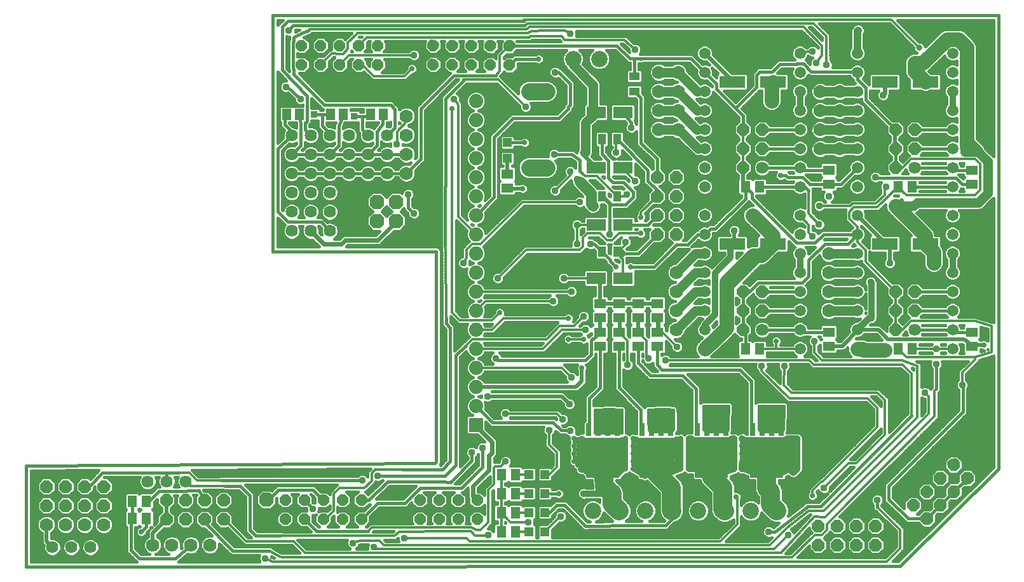
<source format=gtl>
G75*
%MOIN*%
%OFA0B0*%
%FSLAX25Y25*%
%IPPOS*%
%LPD*%
%AMOC8*
5,1,8,0,0,1.08239X$1,22.5*
%
%ADD10C,0.01600*%
%ADD11C,0.01200*%
%ADD12OC8,0.05943*%
%ADD13R,0.07400X0.07400*%
%ADD14C,0.07400*%
%ADD15C,0.05943*%
%ADD16C,0.07000*%
%ADD17C,0.06400*%
%ADD18OC8,0.06400*%
%ADD19C,0.08600*%
%ADD20R,0.13780X0.06299*%
%ADD21R,0.05118X0.06299*%
%ADD22R,0.06299X0.05118*%
%ADD23R,0.04724X0.04724*%
%ADD24R,0.10236X0.06299*%
%ADD25R,0.04331X0.05512*%
%ADD26R,0.05512X0.04331*%
%ADD27OC8,0.06600*%
%ADD28R,0.05118X0.05906*%
%ADD29C,0.01189*%
%ADD30C,0.09055*%
%ADD31OC8,0.07600*%
%ADD32C,0.01320*%
%ADD33R,0.02756X0.06693*%
%ADD34R,0.17323X0.18504*%
%ADD35C,0.03200*%
%ADD36C,0.05000*%
%ADD37C,0.02400*%
%ADD38C,0.03762*%
%ADD39C,0.02778*%
%ADD40C,0.02000*%
%ADD41C,0.05600*%
%ADD42C,0.04000*%
%ADD43C,0.07500*%
%ADD44C,0.10000*%
%ADD45C,0.03172*%
%ADD46R,0.03762X0.03762*%
D10*
X0002800Y0040700D02*
X0461300Y0041000D01*
X0464300Y0044000D01*
X0512800Y0092000D01*
X0512800Y0330000D01*
X0218800Y0330000D01*
X0218700Y0330000D02*
X0132300Y0330000D01*
X0132300Y0206000D01*
X0217900Y0206000D01*
X0217900Y0095600D01*
X0217200Y0094800D02*
X0002800Y0093500D01*
X0002800Y0040700D01*
X0005400Y0043302D02*
X0005400Y0090916D01*
X0040967Y0091131D01*
X0040688Y0090853D01*
X0036462Y0086626D01*
X0035588Y0087500D01*
X0031612Y0087500D01*
X0028800Y0084688D01*
X0028800Y0080712D01*
X0031612Y0077900D01*
X0035588Y0077900D01*
X0038400Y0080712D01*
X0038400Y0082059D01*
X0038800Y0082459D01*
X0038800Y0080712D01*
X0041612Y0077900D01*
X0045588Y0077900D01*
X0048400Y0080712D01*
X0048400Y0081943D01*
X0048691Y0082307D01*
X0048481Y0084201D01*
X0048400Y0084265D01*
X0048400Y0084688D01*
X0045588Y0087500D01*
X0043841Y0087500D01*
X0043941Y0087600D01*
X0062524Y0087600D01*
X0062000Y0086335D01*
X0062000Y0084465D01*
X0062716Y0082738D01*
X0064038Y0081416D01*
X0065765Y0080700D01*
X0067635Y0080700D01*
X0069362Y0081416D01*
X0070684Y0082738D01*
X0071400Y0084465D01*
X0071400Y0086335D01*
X0070876Y0087600D01*
X0072524Y0087600D01*
X0072000Y0086335D01*
X0072000Y0084465D01*
X0072716Y0082738D01*
X0072853Y0082600D01*
X0071601Y0082600D01*
X0068651Y0079650D01*
X0062860Y0079650D01*
X0062300Y0079090D01*
X0061740Y0079650D01*
X0055379Y0079650D01*
X0054501Y0078771D01*
X0054501Y0071229D01*
X0055230Y0070500D01*
X0054501Y0069771D01*
X0054501Y0062229D01*
X0055379Y0061350D01*
X0055688Y0061350D01*
X0055688Y0050403D01*
X0055619Y0050334D01*
X0055619Y0048428D01*
X0055688Y0048359D01*
X0057036Y0047012D01*
X0060000Y0044047D01*
X0060709Y0043338D01*
X0005400Y0043302D01*
X0005400Y0044000D02*
X0060047Y0044000D01*
X0058449Y0045599D02*
X0005400Y0045599D01*
X0005400Y0047197D02*
X0013656Y0047197D01*
X0014038Y0046816D02*
X0015765Y0046100D01*
X0017635Y0046100D01*
X0019362Y0046816D01*
X0020684Y0048138D01*
X0021400Y0049865D01*
X0021400Y0051735D01*
X0020684Y0053462D01*
X0019362Y0054784D01*
X0017635Y0055500D01*
X0016050Y0055500D01*
X0016050Y0058274D01*
X0016382Y0058411D01*
X0017789Y0059818D01*
X0018550Y0061655D01*
X0019311Y0059818D01*
X0020718Y0058411D01*
X0022555Y0057650D01*
X0024545Y0057650D01*
X0026382Y0058411D01*
X0027789Y0059818D01*
X0028550Y0061655D01*
X0029311Y0059818D01*
X0030718Y0058411D01*
X0032555Y0057650D01*
X0034545Y0057650D01*
X0036382Y0058411D01*
X0037789Y0059818D01*
X0038550Y0061655D01*
X0039311Y0059818D01*
X0040718Y0058411D01*
X0042555Y0057650D01*
X0044545Y0057650D01*
X0046382Y0058411D01*
X0047789Y0059818D01*
X0048550Y0061655D01*
X0048550Y0063645D01*
X0047789Y0065482D01*
X0046382Y0066889D01*
X0044545Y0067650D01*
X0042555Y0067650D01*
X0040718Y0066889D01*
X0039311Y0065482D01*
X0038550Y0063645D01*
X0038550Y0061655D01*
X0038550Y0063645D01*
X0037789Y0065482D01*
X0036382Y0066889D01*
X0034545Y0067650D01*
X0032555Y0067650D01*
X0030718Y0066889D01*
X0029311Y0065482D01*
X0028550Y0063645D01*
X0028550Y0061655D01*
X0028550Y0063645D01*
X0027789Y0065482D01*
X0026382Y0066889D01*
X0024545Y0067650D01*
X0022555Y0067650D01*
X0020718Y0066889D01*
X0019311Y0065482D01*
X0018550Y0063645D01*
X0018550Y0061655D01*
X0018550Y0063645D01*
X0017789Y0065482D01*
X0016382Y0066889D01*
X0014545Y0067650D01*
X0012555Y0067650D01*
X0010718Y0066889D01*
X0009311Y0065482D01*
X0008550Y0063645D01*
X0008550Y0061655D01*
X0009311Y0059818D01*
X0010718Y0058411D01*
X0011050Y0058274D01*
X0011050Y0053453D01*
X0011431Y0052534D01*
X0012067Y0051897D01*
X0012000Y0051735D01*
X0012000Y0049865D01*
X0012716Y0048138D01*
X0014038Y0046816D01*
X0012443Y0048796D02*
X0005400Y0048796D01*
X0005400Y0050394D02*
X0012000Y0050394D01*
X0011972Y0051993D02*
X0005400Y0051993D01*
X0005400Y0053591D02*
X0011050Y0053591D01*
X0011050Y0055190D02*
X0005400Y0055190D01*
X0005400Y0056788D02*
X0011050Y0056788D01*
X0010777Y0058387D02*
X0005400Y0058387D01*
X0005400Y0059985D02*
X0009242Y0059985D01*
X0008580Y0061584D02*
X0005400Y0061584D01*
X0005400Y0063182D02*
X0008550Y0063182D01*
X0009021Y0064781D02*
X0005400Y0064781D01*
X0005400Y0066379D02*
X0010208Y0066379D01*
X0011612Y0067900D02*
X0015588Y0067900D01*
X0018400Y0070712D01*
X0018400Y0074688D01*
X0015588Y0077500D01*
X0011612Y0077500D01*
X0008800Y0074688D01*
X0008800Y0070712D01*
X0011612Y0067900D01*
X0011534Y0067978D02*
X0005400Y0067978D01*
X0005400Y0069576D02*
X0009936Y0069576D01*
X0008800Y0071175D02*
X0005400Y0071175D01*
X0005400Y0072773D02*
X0008800Y0072773D01*
X0008800Y0074372D02*
X0005400Y0074372D01*
X0005400Y0075970D02*
X0010082Y0075970D01*
X0011612Y0077900D02*
X0015588Y0077900D01*
X0018400Y0080712D01*
X0018400Y0084688D01*
X0015588Y0087500D01*
X0011612Y0087500D01*
X0008800Y0084688D01*
X0008800Y0080712D01*
X0011612Y0077900D01*
X0010345Y0079167D02*
X0005400Y0079167D01*
X0005400Y0077569D02*
X0054501Y0077569D01*
X0054501Y0075970D02*
X0047118Y0075970D01*
X0048400Y0074688D02*
X0045588Y0077500D01*
X0041612Y0077500D01*
X0038800Y0074688D01*
X0038800Y0070712D01*
X0041612Y0067900D01*
X0045588Y0067900D01*
X0048400Y0070712D01*
X0048400Y0074688D01*
X0048400Y0074372D02*
X0054501Y0074372D01*
X0054501Y0072773D02*
X0048400Y0072773D01*
X0048400Y0071175D02*
X0054555Y0071175D01*
X0054501Y0069576D02*
X0047264Y0069576D01*
X0045666Y0067978D02*
X0054501Y0067978D01*
X0054501Y0066379D02*
X0046892Y0066379D01*
X0048079Y0064781D02*
X0054501Y0064781D01*
X0054501Y0063182D02*
X0048550Y0063182D01*
X0048520Y0061584D02*
X0055146Y0061584D01*
X0055688Y0059985D02*
X0047858Y0059985D01*
X0046323Y0058387D02*
X0055688Y0058387D01*
X0055688Y0056788D02*
X0016050Y0056788D01*
X0016323Y0058387D02*
X0020777Y0058387D01*
X0019242Y0059985D02*
X0017858Y0059985D01*
X0018520Y0061584D02*
X0018580Y0061584D01*
X0018550Y0063182D02*
X0018550Y0063182D01*
X0018079Y0064781D02*
X0019021Y0064781D01*
X0020208Y0066379D02*
X0016892Y0066379D01*
X0015666Y0067978D02*
X0021534Y0067978D01*
X0021612Y0067900D02*
X0025588Y0067900D01*
X0028400Y0070712D01*
X0028400Y0074688D01*
X0025588Y0077500D01*
X0021612Y0077500D01*
X0018800Y0074688D01*
X0018800Y0070712D01*
X0021612Y0067900D01*
X0019936Y0069576D02*
X0017264Y0069576D01*
X0018400Y0071175D02*
X0018800Y0071175D01*
X0018800Y0072773D02*
X0018400Y0072773D01*
X0018400Y0074372D02*
X0018800Y0074372D01*
X0020082Y0075970D02*
X0017118Y0075970D01*
X0016855Y0079167D02*
X0020345Y0079167D01*
X0021612Y0077900D02*
X0018800Y0080712D01*
X0018800Y0084688D01*
X0021612Y0087500D01*
X0025588Y0087500D01*
X0028400Y0084688D01*
X0028400Y0080712D01*
X0025588Y0077900D01*
X0021612Y0077900D01*
X0018800Y0080766D02*
X0018400Y0080766D01*
X0018400Y0082364D02*
X0018800Y0082364D01*
X0018800Y0083963D02*
X0018400Y0083963D01*
X0017527Y0085561D02*
X0019673Y0085561D01*
X0021272Y0087160D02*
X0015928Y0087160D01*
X0011272Y0087160D02*
X0005400Y0087160D01*
X0005400Y0088758D02*
X0038594Y0088758D01*
X0036995Y0087160D02*
X0035928Y0087160D01*
X0035788Y0082700D02*
X0042988Y0089900D01*
X0064553Y0089900D01*
X0064753Y0090100D01*
X0068647Y0090100D01*
X0068847Y0089900D01*
X0077203Y0089900D01*
X0076700Y0089397D01*
X0076700Y0085400D01*
X0072342Y0087160D02*
X0071058Y0087160D01*
X0071400Y0085561D02*
X0072000Y0085561D01*
X0072208Y0083963D02*
X0071192Y0083963D01*
X0071366Y0082364D02*
X0070311Y0082364D01*
X0069767Y0080766D02*
X0067794Y0080766D01*
X0065606Y0080766D02*
X0048400Y0080766D01*
X0048685Y0082364D02*
X0063089Y0082364D01*
X0062208Y0083963D02*
X0048507Y0083963D01*
X0047527Y0085561D02*
X0062000Y0085561D01*
X0062342Y0087160D02*
X0045928Y0087160D01*
X0040192Y0090357D02*
X0005400Y0090357D01*
X0005400Y0085561D02*
X0009673Y0085561D01*
X0008800Y0083963D02*
X0005400Y0083963D01*
X0005400Y0082364D02*
X0008800Y0082364D01*
X0008800Y0080766D02*
X0005400Y0080766D01*
X0025928Y0087160D02*
X0031272Y0087160D01*
X0029673Y0085561D02*
X0027527Y0085561D01*
X0028400Y0083963D02*
X0028800Y0083963D01*
X0028800Y0082364D02*
X0028400Y0082364D01*
X0028400Y0080766D02*
X0028800Y0080766D01*
X0030345Y0079167D02*
X0026855Y0079167D01*
X0027118Y0075970D02*
X0030082Y0075970D01*
X0028800Y0074688D02*
X0028800Y0070712D01*
X0031612Y0067900D01*
X0035588Y0067900D01*
X0038400Y0070712D01*
X0038400Y0074688D01*
X0035588Y0077500D01*
X0031612Y0077500D01*
X0028800Y0074688D01*
X0028800Y0074372D02*
X0028400Y0074372D01*
X0028400Y0072773D02*
X0028800Y0072773D01*
X0028800Y0071175D02*
X0028400Y0071175D01*
X0027264Y0069576D02*
X0029936Y0069576D01*
X0031534Y0067978D02*
X0025666Y0067978D01*
X0026892Y0066379D02*
X0030208Y0066379D01*
X0029021Y0064781D02*
X0028079Y0064781D01*
X0028550Y0063182D02*
X0028550Y0063182D01*
X0028520Y0061584D02*
X0028580Y0061584D01*
X0029242Y0059985D02*
X0027858Y0059985D01*
X0026323Y0058387D02*
X0030777Y0058387D01*
X0029362Y0054784D02*
X0027635Y0055500D01*
X0025765Y0055500D01*
X0024038Y0054784D01*
X0022716Y0053462D01*
X0022000Y0051735D01*
X0022000Y0049865D01*
X0022716Y0048138D01*
X0024038Y0046816D01*
X0025765Y0046100D01*
X0027635Y0046100D01*
X0029362Y0046816D01*
X0030684Y0048138D01*
X0031400Y0049865D01*
X0031400Y0051735D01*
X0030684Y0053462D01*
X0029362Y0054784D01*
X0028384Y0055190D02*
X0035016Y0055190D01*
X0035765Y0055500D02*
X0034038Y0054784D01*
X0032716Y0053462D01*
X0032000Y0051735D01*
X0032000Y0049865D01*
X0032716Y0048138D01*
X0034038Y0046816D01*
X0035765Y0046100D01*
X0037635Y0046100D01*
X0039362Y0046816D01*
X0040684Y0048138D01*
X0041400Y0049865D01*
X0041400Y0051735D01*
X0040684Y0053462D01*
X0039362Y0054784D01*
X0037635Y0055500D01*
X0035765Y0055500D01*
X0038384Y0055190D02*
X0055688Y0055190D01*
X0055688Y0053591D02*
X0040556Y0053591D01*
X0041293Y0051993D02*
X0055688Y0051993D01*
X0055679Y0050394D02*
X0041400Y0050394D01*
X0040957Y0048796D02*
X0055619Y0048796D01*
X0056850Y0047197D02*
X0039744Y0047197D01*
X0033656Y0047197D02*
X0029744Y0047197D01*
X0030957Y0048796D02*
X0032443Y0048796D01*
X0032000Y0050394D02*
X0031400Y0050394D01*
X0031293Y0051993D02*
X0032107Y0051993D01*
X0032844Y0053591D02*
X0030556Y0053591D01*
X0025016Y0055190D02*
X0018384Y0055190D01*
X0020556Y0053591D02*
X0022844Y0053591D01*
X0022107Y0051993D02*
X0021293Y0051993D01*
X0021400Y0050394D02*
X0022000Y0050394D01*
X0022443Y0048796D02*
X0020957Y0048796D01*
X0019744Y0047197D02*
X0023656Y0047197D01*
X0036323Y0058387D02*
X0040777Y0058387D01*
X0039242Y0059985D02*
X0037858Y0059985D01*
X0038520Y0061584D02*
X0038580Y0061584D01*
X0038550Y0063182D02*
X0038550Y0063182D01*
X0038079Y0064781D02*
X0039021Y0064781D01*
X0040208Y0066379D02*
X0036892Y0066379D01*
X0035666Y0067978D02*
X0041534Y0067978D01*
X0039936Y0069576D02*
X0037264Y0069576D01*
X0038400Y0071175D02*
X0038800Y0071175D01*
X0038800Y0072773D02*
X0038400Y0072773D01*
X0038400Y0074372D02*
X0038800Y0074372D01*
X0040082Y0075970D02*
X0037118Y0075970D01*
X0036855Y0079167D02*
X0040345Y0079167D01*
X0038800Y0080766D02*
X0038400Y0080766D01*
X0038705Y0082364D02*
X0038800Y0082364D01*
X0035788Y0082700D02*
X0033600Y0082700D01*
X0043600Y0082700D02*
X0046300Y0083000D01*
X0046855Y0079167D02*
X0054897Y0079167D01*
X0058560Y0075000D02*
X0058560Y0066000D01*
X0057988Y0066000D01*
X0057988Y0049312D01*
X0057919Y0049381D01*
X0057988Y0049312D02*
X0062300Y0045000D01*
X0081371Y0045000D01*
X0089371Y0052000D01*
X0089300Y0052000D01*
X0094300Y0051993D02*
X0094300Y0051993D01*
X0094300Y0051005D02*
X0093539Y0049168D01*
X0092132Y0047761D01*
X0090295Y0047000D01*
X0088305Y0047000D01*
X0087521Y0047325D01*
X0082981Y0043352D01*
X0125311Y0043380D01*
X0124919Y0044327D01*
X0124919Y0045673D01*
X0125344Y0046700D01*
X0110347Y0046700D01*
X0109000Y0048047D01*
X0104300Y0052747D01*
X0104300Y0051005D01*
X0103539Y0049168D01*
X0102132Y0047761D01*
X0100295Y0047000D01*
X0098305Y0047000D01*
X0096468Y0047761D01*
X0095061Y0049168D01*
X0094300Y0051005D01*
X0094300Y0052995D01*
X0095061Y0054832D01*
X0096468Y0056239D01*
X0098305Y0057000D01*
X0100047Y0057000D01*
X0096347Y0060700D01*
X0094412Y0060700D01*
X0091600Y0063512D01*
X0091600Y0067488D01*
X0094412Y0070300D01*
X0098388Y0070300D01*
X0101200Y0067488D01*
X0101200Y0063512D01*
X0100620Y0062932D01*
X0112253Y0051300D01*
X0131530Y0051300D01*
X0132617Y0050213D01*
X0136491Y0048010D01*
X0137393Y0047859D01*
X0146267Y0047850D01*
X0142217Y0051900D01*
X0117430Y0051900D01*
X0108509Y0060821D01*
X0108388Y0060700D01*
X0104412Y0060700D01*
X0101600Y0063512D01*
X0101600Y0067488D01*
X0104412Y0070300D01*
X0108388Y0070300D01*
X0111200Y0067488D01*
X0111200Y0064070D01*
X0119170Y0056100D01*
X0120947Y0056100D01*
X0118000Y0059047D01*
X0118000Y0077047D01*
X0114347Y0080700D01*
X0106347Y0080700D01*
X0106147Y0080900D01*
X0096002Y0080900D01*
X0096339Y0080300D01*
X0098388Y0080300D01*
X0101200Y0077488D01*
X0101200Y0073512D01*
X0098388Y0070700D01*
X0094412Y0070700D01*
X0091600Y0073512D01*
X0091600Y0077488D01*
X0092268Y0078156D01*
X0092255Y0078179D01*
X0090536Y0078152D01*
X0091200Y0077488D01*
X0091200Y0073512D01*
X0088388Y0070700D01*
X0084412Y0070700D01*
X0081600Y0073512D01*
X0081600Y0077488D01*
X0082133Y0078021D01*
X0081756Y0078015D01*
X0081741Y0078000D01*
X0080806Y0078000D01*
X0080690Y0077998D01*
X0081200Y0077488D01*
X0081200Y0073512D01*
X0078900Y0071212D01*
X0078900Y0069788D01*
X0081200Y0067488D01*
X0081200Y0063512D01*
X0078388Y0060700D01*
X0075136Y0060700D01*
X0071800Y0057364D01*
X0071800Y0056376D01*
X0072132Y0056239D01*
X0073539Y0054832D01*
X0074300Y0052995D01*
X0074300Y0051005D01*
X0073539Y0049168D01*
X0072132Y0047761D01*
X0071019Y0047300D01*
X0077581Y0047300D01*
X0076468Y0047761D01*
X0075061Y0049168D01*
X0074300Y0051005D01*
X0074300Y0052995D01*
X0075061Y0054832D01*
X0076468Y0056239D01*
X0078305Y0057000D01*
X0080295Y0057000D01*
X0082132Y0056239D01*
X0083539Y0054832D01*
X0084300Y0052995D01*
X0084300Y0051005D01*
X0084049Y0050399D01*
X0084418Y0050722D01*
X0084300Y0051005D01*
X0084300Y0052995D01*
X0085061Y0054832D01*
X0086468Y0056239D01*
X0088305Y0057000D01*
X0090295Y0057000D01*
X0092132Y0056239D01*
X0093539Y0054832D01*
X0094300Y0052995D01*
X0094300Y0051005D01*
X0094047Y0050394D02*
X0094553Y0050394D01*
X0095433Y0048796D02*
X0093167Y0048796D01*
X0090770Y0047197D02*
X0097830Y0047197D01*
X0100770Y0047197D02*
X0109850Y0047197D01*
X0108252Y0048796D02*
X0103167Y0048796D01*
X0104047Y0050394D02*
X0106653Y0050394D01*
X0105055Y0051993D02*
X0104300Y0051993D01*
X0108363Y0055190D02*
X0114141Y0055190D01*
X0115739Y0053591D02*
X0109962Y0053591D01*
X0111560Y0051993D02*
X0117338Y0051993D01*
X0111300Y0049000D02*
X0130577Y0049000D01*
X0130677Y0048900D01*
X0132436Y0050394D02*
X0143723Y0050394D01*
X0145321Y0048796D02*
X0135109Y0048796D01*
X0132786Y0045285D02*
X0132589Y0045285D01*
X0131658Y0045728D01*
X0131551Y0045988D01*
X0132786Y0045285D01*
X0132235Y0045599D02*
X0131930Y0045599D01*
X0124919Y0045599D02*
X0085548Y0045599D01*
X0087375Y0047197D02*
X0087830Y0047197D01*
X0083721Y0044000D02*
X0125055Y0044000D01*
X0111300Y0049000D02*
X0096400Y0063900D01*
X0096400Y0065500D01*
X0096012Y0063500D01*
X0093528Y0061584D02*
X0089272Y0061584D01*
X0088388Y0060700D02*
X0091200Y0063512D01*
X0091200Y0067488D01*
X0088388Y0070300D01*
X0084412Y0070300D01*
X0081600Y0067488D01*
X0081600Y0063512D01*
X0084412Y0060700D01*
X0088388Y0060700D01*
X0090870Y0063182D02*
X0091930Y0063182D01*
X0091600Y0064781D02*
X0091200Y0064781D01*
X0091200Y0066379D02*
X0091600Y0066379D01*
X0092089Y0067978D02*
X0090711Y0067978D01*
X0089112Y0069576D02*
X0093688Y0069576D01*
X0093937Y0071175D02*
X0088863Y0071175D01*
X0090461Y0072773D02*
X0092339Y0072773D01*
X0091600Y0074372D02*
X0091200Y0074372D01*
X0091200Y0075970D02*
X0091600Y0075970D01*
X0091681Y0077569D02*
X0091119Y0077569D01*
X0093588Y0080500D02*
X0080788Y0080300D01*
X0072554Y0080300D01*
X0067254Y0075000D01*
X0066040Y0075000D01*
X0070099Y0074592D02*
X0070099Y0071229D01*
X0069370Y0070500D01*
X0070099Y0069771D01*
X0070099Y0062735D01*
X0071600Y0064236D01*
X0071600Y0067488D01*
X0073900Y0069788D01*
X0073900Y0071212D01*
X0071600Y0073512D01*
X0071600Y0076093D01*
X0070099Y0074592D01*
X0070099Y0074372D02*
X0071600Y0074372D01*
X0071600Y0075970D02*
X0071477Y0075970D01*
X0072339Y0072773D02*
X0070099Y0072773D01*
X0070045Y0071175D02*
X0073900Y0071175D01*
X0073688Y0069576D02*
X0070099Y0069576D01*
X0070099Y0067978D02*
X0072089Y0067978D01*
X0071600Y0066379D02*
X0070099Y0066379D01*
X0070099Y0064781D02*
X0071600Y0064781D01*
X0070547Y0063182D02*
X0070099Y0063182D01*
X0068715Y0061350D02*
X0068340Y0060976D01*
X0068340Y0061350D01*
X0068715Y0061350D01*
X0067048Y0059495D02*
X0066800Y0058897D01*
X0066800Y0056376D01*
X0066468Y0056239D01*
X0065061Y0054832D01*
X0064300Y0052995D01*
X0064300Y0051005D01*
X0065061Y0049168D01*
X0066468Y0047761D01*
X0067581Y0047300D01*
X0063253Y0047300D01*
X0060288Y0050264D01*
X0060288Y0061350D01*
X0061565Y0061350D01*
X0060851Y0060636D01*
X0060411Y0059575D01*
X0060411Y0058425D01*
X0060851Y0057364D01*
X0061664Y0056551D01*
X0062725Y0056111D01*
X0063875Y0056111D01*
X0064936Y0056551D01*
X0065749Y0057364D01*
X0066189Y0058425D01*
X0066189Y0058636D01*
X0067048Y0059495D01*
X0066800Y0058387D02*
X0066173Y0058387D01*
X0066800Y0056788D02*
X0065174Y0056788D01*
X0065419Y0055190D02*
X0060288Y0055190D01*
X0060288Y0056788D02*
X0061426Y0056788D01*
X0060427Y0058387D02*
X0060288Y0058387D01*
X0060288Y0059985D02*
X0060581Y0059985D01*
X0061963Y0061573D02*
X0062300Y0061910D01*
X0062440Y0061771D01*
X0061963Y0061573D01*
X0061973Y0061584D02*
X0061988Y0061584D01*
X0063300Y0059000D02*
X0066040Y0061740D01*
X0066040Y0066000D01*
X0074421Y0059985D02*
X0097062Y0059985D01*
X0098661Y0058387D02*
X0072822Y0058387D01*
X0071800Y0056788D02*
X0077794Y0056788D01*
X0075419Y0055190D02*
X0073181Y0055190D01*
X0074053Y0053591D02*
X0074547Y0053591D01*
X0074300Y0051993D02*
X0074300Y0051993D01*
X0074047Y0050394D02*
X0074553Y0050394D01*
X0075433Y0048796D02*
X0073167Y0048796D01*
X0065433Y0048796D02*
X0061757Y0048796D01*
X0060288Y0050394D02*
X0064553Y0050394D01*
X0064300Y0051993D02*
X0060288Y0051993D01*
X0060288Y0053591D02*
X0064547Y0053591D01*
X0079272Y0061584D02*
X0083528Y0061584D01*
X0081930Y0063182D02*
X0080870Y0063182D01*
X0081200Y0064781D02*
X0081600Y0064781D01*
X0081600Y0066379D02*
X0081200Y0066379D01*
X0080711Y0067978D02*
X0082089Y0067978D01*
X0083688Y0069576D02*
X0079112Y0069576D01*
X0078900Y0071175D02*
X0083937Y0071175D01*
X0082339Y0072773D02*
X0080461Y0072773D01*
X0081200Y0074372D02*
X0081600Y0074372D01*
X0081600Y0075970D02*
X0081200Y0075970D01*
X0081119Y0077569D02*
X0081681Y0077569D01*
X0080771Y0082600D02*
X0080547Y0082600D01*
X0080684Y0082738D01*
X0081400Y0084465D01*
X0081400Y0086335D01*
X0080876Y0087600D01*
X0082524Y0087600D01*
X0082000Y0086335D01*
X0082000Y0084465D01*
X0082716Y0082738D01*
X0082821Y0082632D01*
X0080771Y0082600D01*
X0081192Y0083963D02*
X0082208Y0083963D01*
X0082000Y0085561D02*
X0081400Y0085561D01*
X0081058Y0087160D02*
X0082342Y0087160D01*
X0082743Y0089900D02*
X0077203Y0089900D01*
X0090005Y0091429D02*
X0183427Y0091995D01*
X0182019Y0090588D01*
X0182019Y0088063D01*
X0181215Y0088866D01*
X0179973Y0089381D01*
X0178627Y0089381D01*
X0177385Y0088866D01*
X0176818Y0088300D01*
X0104347Y0088300D01*
X0104147Y0088100D01*
X0093334Y0088100D01*
X0090005Y0091429D01*
X0091077Y0090357D02*
X0182019Y0090357D01*
X0182019Y0088758D02*
X0181323Y0088758D01*
X0179300Y0086000D02*
X0105300Y0086000D01*
X0107300Y0083000D02*
X0115300Y0083000D01*
X0120300Y0078000D01*
X0120300Y0060000D01*
X0123300Y0057000D01*
X0136100Y0057000D01*
X0136300Y0056800D01*
X0137453Y0058900D02*
X0137053Y0059300D01*
X0124253Y0059300D01*
X0122600Y0060953D01*
X0122600Y0078953D01*
X0121253Y0080300D01*
X0117853Y0083700D01*
X0166030Y0083700D01*
X0165200Y0082870D01*
X0162093Y0079763D01*
X0162093Y0078656D01*
X0160652Y0080097D01*
X0157456Y0080097D01*
X0154253Y0083300D01*
X0134347Y0083300D01*
X0133847Y0082800D01*
X0131621Y0080574D01*
X0131095Y0081100D01*
X0126705Y0081100D01*
X0123600Y0077995D01*
X0123600Y0073605D01*
X0126705Y0070500D01*
X0131095Y0070500D01*
X0134200Y0073605D01*
X0134200Y0076647D01*
X0134328Y0076776D01*
X0134328Y0073773D01*
X0136948Y0071154D01*
X0140652Y0071154D01*
X0143272Y0073773D01*
X0143272Y0077477D01*
X0142049Y0078700D01*
X0145551Y0078700D01*
X0144328Y0077477D01*
X0144328Y0073773D01*
X0146948Y0071154D01*
X0149919Y0071154D01*
X0149919Y0070327D01*
X0150014Y0070097D01*
X0146948Y0070097D01*
X0144328Y0067477D01*
X0144328Y0063773D01*
X0146948Y0061154D01*
X0150019Y0061154D01*
X0152273Y0058900D01*
X0137453Y0058900D01*
X0136948Y0061154D02*
X0140652Y0061154D01*
X0143272Y0063773D01*
X0143272Y0067477D01*
X0140652Y0070097D01*
X0136948Y0070097D01*
X0134328Y0067477D01*
X0134328Y0063773D01*
X0136948Y0061154D01*
X0136518Y0061584D02*
X0122600Y0061584D01*
X0122600Y0063182D02*
X0134919Y0063182D01*
X0134328Y0064781D02*
X0122600Y0064781D01*
X0122600Y0066379D02*
X0134328Y0066379D01*
X0134829Y0067978D02*
X0122600Y0067978D01*
X0122600Y0069576D02*
X0136427Y0069576D01*
X0136927Y0071175D02*
X0131770Y0071175D01*
X0133369Y0072773D02*
X0135328Y0072773D01*
X0134328Y0074372D02*
X0134200Y0074372D01*
X0134200Y0075970D02*
X0134328Y0075970D01*
X0130100Y0075800D02*
X0134800Y0080500D01*
X0135300Y0081000D02*
X0153300Y0081000D01*
X0158675Y0075625D01*
X0158800Y0075625D01*
X0162093Y0072594D02*
X0160652Y0071154D01*
X0156948Y0071154D01*
X0156681Y0071420D01*
X0156681Y0070327D01*
X0156329Y0069478D01*
X0156948Y0070097D01*
X0160652Y0070097D01*
X0160933Y0069816D01*
X0162093Y0070977D01*
X0162093Y0072594D01*
X0162093Y0071175D02*
X0160673Y0071175D01*
X0156927Y0071175D02*
X0156681Y0071175D01*
X0156427Y0069576D02*
X0156370Y0069576D01*
X0154822Y0067971D02*
X0154328Y0067477D01*
X0154328Y0063773D01*
X0156501Y0061600D01*
X0156078Y0061600D01*
X0153272Y0064406D01*
X0153272Y0067477D01*
X0153130Y0067619D01*
X0153973Y0067619D01*
X0154822Y0067971D01*
X0154328Y0066379D02*
X0153272Y0066379D01*
X0153272Y0064781D02*
X0154328Y0064781D01*
X0154496Y0063182D02*
X0154919Y0063182D01*
X0155125Y0059300D02*
X0148800Y0065625D01*
X0144328Y0066379D02*
X0143272Y0066379D01*
X0143272Y0064781D02*
X0144328Y0064781D01*
X0144919Y0063182D02*
X0142681Y0063182D01*
X0141082Y0061584D02*
X0146518Y0061584D01*
X0151187Y0059985D02*
X0123568Y0059985D01*
X0120259Y0056788D02*
X0118482Y0056788D01*
X0118661Y0058387D02*
X0116883Y0058387D01*
X0118000Y0059985D02*
X0115285Y0059985D01*
X0113686Y0061584D02*
X0118000Y0061584D01*
X0118000Y0063182D02*
X0112088Y0063182D01*
X0111200Y0064781D02*
X0118000Y0064781D01*
X0118000Y0066379D02*
X0111200Y0066379D01*
X0110711Y0067978D02*
X0118000Y0067978D01*
X0118000Y0069576D02*
X0109112Y0069576D01*
X0108388Y0070700D02*
X0104412Y0070700D01*
X0101600Y0073512D01*
X0101600Y0077488D01*
X0104412Y0080300D01*
X0108388Y0080300D01*
X0111200Y0077488D01*
X0111200Y0073512D01*
X0108388Y0070700D01*
X0108863Y0071175D02*
X0118000Y0071175D01*
X0118000Y0072773D02*
X0110461Y0072773D01*
X0111200Y0074372D02*
X0118000Y0074372D01*
X0118000Y0075970D02*
X0111200Y0075970D01*
X0111119Y0077569D02*
X0117479Y0077569D01*
X0115880Y0079167D02*
X0109521Y0079167D01*
X0106282Y0080766D02*
X0096078Y0080766D01*
X0093588Y0080500D02*
X0096400Y0075500D01*
X0099521Y0079167D02*
X0103279Y0079167D01*
X0101681Y0077569D02*
X0101119Y0077569D01*
X0101200Y0075970D02*
X0101600Y0075970D01*
X0101600Y0074372D02*
X0101200Y0074372D01*
X0100461Y0072773D02*
X0102339Y0072773D01*
X0103937Y0071175D02*
X0098863Y0071175D01*
X0099112Y0069576D02*
X0103688Y0069576D01*
X0102089Y0067978D02*
X0100711Y0067978D01*
X0101200Y0066379D02*
X0101600Y0066379D01*
X0101600Y0064781D02*
X0101200Y0064781D01*
X0100870Y0063182D02*
X0101930Y0063182D01*
X0101969Y0061584D02*
X0103528Y0061584D01*
X0103568Y0059985D02*
X0109345Y0059985D01*
X0110944Y0058387D02*
X0105166Y0058387D01*
X0106765Y0056788D02*
X0112542Y0056788D01*
X0097794Y0056788D02*
X0090806Y0056788D01*
X0093181Y0055190D02*
X0095419Y0055190D01*
X0094547Y0053591D02*
X0094053Y0053591D01*
X0087794Y0056788D02*
X0080806Y0056788D01*
X0083181Y0055190D02*
X0085419Y0055190D01*
X0084547Y0053591D02*
X0084053Y0053591D01*
X0084300Y0051993D02*
X0084300Y0051993D01*
X0062710Y0070500D02*
X0062300Y0070090D01*
X0061890Y0070500D01*
X0062300Y0070910D01*
X0062710Y0070500D01*
X0062377Y0079167D02*
X0062223Y0079167D01*
X0092675Y0088758D02*
X0177277Y0088758D01*
X0176857Y0091955D02*
X0183387Y0091955D01*
X0187300Y0088400D02*
X0222700Y0088400D01*
X0228300Y0094000D01*
X0228300Y0151571D01*
X0233493Y0156764D01*
X0232823Y0159064D02*
X0232540Y0159064D01*
X0227600Y0154124D01*
X0227600Y0166968D01*
X0225474Y0169094D01*
X0225474Y0171856D01*
X0228200Y0169130D01*
X0229430Y0167900D01*
X0234373Y0167900D01*
X0233600Y0166034D01*
X0233600Y0163966D01*
X0234392Y0162054D01*
X0235103Y0161344D01*
X0234629Y0160870D01*
X0234629Y0160870D01*
X0232823Y0159064D01*
X0232852Y0159093D02*
X0227600Y0159093D01*
X0227600Y0160691D02*
X0234450Y0160691D01*
X0234294Y0162290D02*
X0227600Y0162290D01*
X0227600Y0163888D02*
X0233632Y0163888D01*
X0233600Y0165487D02*
X0227600Y0165487D01*
X0227483Y0167085D02*
X0234035Y0167085D01*
X0234373Y0172100D02*
X0231170Y0172100D01*
X0228400Y0174870D01*
X0228400Y0222430D01*
X0228611Y0222219D01*
X0233950Y0216880D01*
X0233600Y0216034D01*
X0233600Y0213966D01*
X0234392Y0212054D01*
X0235103Y0211344D01*
X0234629Y0210870D01*
X0234629Y0210870D01*
X0232930Y0209171D01*
X0231700Y0207941D01*
X0231700Y0203381D01*
X0231627Y0203381D01*
X0230385Y0202866D01*
X0229434Y0201915D01*
X0228919Y0200673D01*
X0228919Y0199327D01*
X0229434Y0198085D01*
X0230385Y0197134D01*
X0231627Y0196619D01*
X0232973Y0196619D01*
X0234022Y0197054D01*
X0233600Y0196034D01*
X0233600Y0193966D01*
X0234392Y0192054D01*
X0235854Y0190592D01*
X0237283Y0190000D01*
X0235854Y0189408D01*
X0234392Y0187946D01*
X0233600Y0186034D01*
X0233600Y0183966D01*
X0234392Y0182054D01*
X0235854Y0180592D01*
X0237283Y0180000D01*
X0235854Y0179408D01*
X0234392Y0177946D01*
X0233600Y0176034D01*
X0233600Y0173966D01*
X0234373Y0172100D01*
X0233801Y0173479D02*
X0229790Y0173479D01*
X0228400Y0175078D02*
X0233600Y0175078D01*
X0233866Y0176676D02*
X0228400Y0176676D01*
X0228400Y0178275D02*
X0234721Y0178275D01*
X0236977Y0179873D02*
X0228400Y0179873D01*
X0228400Y0181472D02*
X0234974Y0181472D01*
X0233971Y0183070D02*
X0228400Y0183070D01*
X0228400Y0184669D02*
X0233600Y0184669D01*
X0233697Y0186268D02*
X0228400Y0186268D01*
X0228400Y0187866D02*
X0234359Y0187866D01*
X0235990Y0189465D02*
X0228400Y0189465D01*
X0228400Y0191063D02*
X0235383Y0191063D01*
X0234140Y0192662D02*
X0228400Y0192662D01*
X0228400Y0194260D02*
X0233600Y0194260D01*
X0233600Y0195859D02*
X0228400Y0195859D01*
X0228400Y0197457D02*
X0230061Y0197457D01*
X0229031Y0199056D02*
X0228400Y0199056D01*
X0228400Y0200654D02*
X0228919Y0200654D01*
X0228400Y0202253D02*
X0229771Y0202253D01*
X0228400Y0203851D02*
X0231700Y0203851D01*
X0231700Y0205450D02*
X0228400Y0205450D01*
X0228400Y0207048D02*
X0231700Y0207048D01*
X0232406Y0208647D02*
X0228400Y0208647D01*
X0228400Y0210245D02*
X0234004Y0210245D01*
X0232930Y0209171D02*
X0232930Y0209171D01*
X0234602Y0211844D02*
X0228400Y0211844D01*
X0228400Y0213442D02*
X0233817Y0213442D01*
X0233600Y0215041D02*
X0228400Y0215041D01*
X0228400Y0216639D02*
X0233851Y0216639D01*
X0232592Y0218238D02*
X0228400Y0218238D01*
X0228400Y0219836D02*
X0230994Y0219836D01*
X0229395Y0221435D02*
X0228400Y0221435D01*
X0232138Y0224632D02*
X0233600Y0224632D01*
X0233600Y0223966D02*
X0234163Y0222607D01*
X0231581Y0225189D01*
X0231581Y0281630D01*
X0231689Y0281776D01*
X0231581Y0282478D01*
X0231581Y0283188D01*
X0231453Y0283316D01*
X0231432Y0283450D01*
X0231530Y0283939D01*
X0231305Y0284276D01*
X0231244Y0284677D01*
X0230842Y0284972D01*
X0230652Y0285257D01*
X0230681Y0285327D01*
X0230681Y0286673D01*
X0230166Y0287915D01*
X0229215Y0288866D01*
X0228807Y0289036D01*
X0233871Y0294100D01*
X0249730Y0294100D01*
X0261419Y0282411D01*
X0261419Y0281327D01*
X0261934Y0280085D01*
X0262885Y0279134D01*
X0264127Y0278619D01*
X0265473Y0278619D01*
X0266715Y0279134D01*
X0267666Y0280085D01*
X0268181Y0281327D01*
X0268181Y0282673D01*
X0267666Y0283915D01*
X0267609Y0283972D01*
X0277027Y0283972D01*
X0279242Y0284890D01*
X0280937Y0286586D01*
X0281855Y0288801D01*
X0281855Y0291199D01*
X0280937Y0293414D01*
X0279242Y0295110D01*
X0277027Y0296028D01*
X0265573Y0296028D01*
X0263358Y0295110D01*
X0261663Y0293414D01*
X0260745Y0291199D01*
X0260745Y0289025D01*
X0252700Y0297070D01*
X0251701Y0298069D01*
X0252231Y0298599D01*
X0253461Y0299829D01*
X0253461Y0300354D01*
X0254398Y0299407D01*
X0258102Y0299388D01*
X0260735Y0301994D01*
X0260750Y0304700D01*
X0269901Y0304700D01*
X0270050Y0304551D01*
X0271112Y0304111D01*
X0272261Y0304111D01*
X0273323Y0304551D01*
X0274136Y0305364D01*
X0274576Y0306425D01*
X0274576Y0307575D01*
X0274136Y0308636D01*
X0273323Y0309449D01*
X0272261Y0309889D01*
X0271112Y0309889D01*
X0270050Y0309449D01*
X0269901Y0309300D01*
X0258452Y0309300D01*
X0257486Y0308335D01*
X0254445Y0308350D01*
X0253461Y0307377D01*
X0253461Y0308034D01*
X0254832Y0309405D01*
X0258155Y0309388D01*
X0260359Y0311569D01*
X0286080Y0311569D01*
X0284796Y0310285D01*
X0283913Y0308154D01*
X0283913Y0305846D01*
X0284796Y0303715D01*
X0286007Y0302504D01*
X0286322Y0301742D01*
X0287448Y0300617D01*
X0296300Y0291765D01*
X0296300Y0283650D01*
X0295974Y0283650D01*
X0295095Y0282771D01*
X0295095Y0278039D01*
X0293914Y0276857D01*
X0292788Y0275732D01*
X0292180Y0274262D01*
X0292180Y0259712D01*
X0292064Y0259434D01*
X0292047Y0259416D01*
X0291666Y0258497D01*
X0291666Y0258100D01*
X0290811Y0258742D01*
X0290253Y0259300D01*
X0290067Y0259300D01*
X0289918Y0259412D01*
X0289137Y0259300D01*
X0282282Y0259300D01*
X0281715Y0259866D01*
X0280473Y0260381D01*
X0279127Y0260381D01*
X0277885Y0259866D01*
X0276934Y0258915D01*
X0276419Y0257673D01*
X0276419Y0256327D01*
X0276543Y0256028D01*
X0265573Y0256028D01*
X0263358Y0255110D01*
X0261663Y0253414D01*
X0260745Y0251199D01*
X0260745Y0248801D01*
X0261663Y0246586D01*
X0263358Y0244890D01*
X0265573Y0243972D01*
X0277027Y0243972D01*
X0279242Y0244890D01*
X0280937Y0246586D01*
X0281855Y0248801D01*
X0281855Y0251199D01*
X0280937Y0253414D01*
X0280657Y0253695D01*
X0281715Y0254134D01*
X0282282Y0254700D01*
X0288533Y0254700D01*
X0291000Y0252850D01*
X0291000Y0250082D01*
X0290215Y0250866D01*
X0288973Y0251381D01*
X0287627Y0251381D01*
X0286385Y0250866D01*
X0285434Y0249915D01*
X0284919Y0248673D01*
X0284919Y0247327D01*
X0285428Y0246098D01*
X0280711Y0241381D01*
X0279627Y0241381D01*
X0278385Y0240866D01*
X0277434Y0239915D01*
X0276919Y0238673D01*
X0276919Y0237327D01*
X0277434Y0236085D01*
X0278385Y0235134D01*
X0279627Y0234619D01*
X0280973Y0234619D01*
X0282215Y0235134D01*
X0283166Y0236085D01*
X0283681Y0237327D01*
X0283681Y0238411D01*
X0288471Y0243201D01*
X0288750Y0242528D01*
X0288750Y0241895D01*
X0289405Y0240314D01*
X0294596Y0235123D01*
X0293973Y0235381D01*
X0292627Y0235381D01*
X0291385Y0234866D01*
X0290618Y0234100D01*
X0262430Y0234100D01*
X0244000Y0215670D01*
X0244000Y0216034D01*
X0243208Y0217946D01*
X0241746Y0219408D01*
X0240317Y0220000D01*
X0241746Y0220592D01*
X0243208Y0222054D01*
X0244000Y0223966D01*
X0244000Y0226034D01*
X0243733Y0226680D01*
X0249253Y0232200D01*
X0250600Y0233547D01*
X0250600Y0265047D01*
X0251438Y0265885D01*
X0251438Y0260150D01*
X0252316Y0259272D01*
X0258284Y0259272D01*
X0259162Y0260150D01*
X0259162Y0260834D01*
X0262514Y0260834D01*
X0262664Y0260685D01*
X0263725Y0260245D01*
X0264875Y0260245D01*
X0265936Y0260685D01*
X0266749Y0261497D01*
X0267189Y0262559D01*
X0267189Y0263709D01*
X0266749Y0264770D01*
X0265936Y0265583D01*
X0264875Y0266023D01*
X0263725Y0266023D01*
X0262664Y0265583D01*
X0262514Y0265434D01*
X0259162Y0265434D01*
X0259162Y0266117D01*
X0258284Y0266996D01*
X0252549Y0266996D01*
X0259253Y0273700D01*
X0283253Y0273700D01*
X0288253Y0278700D01*
X0289600Y0280047D01*
X0289600Y0281047D01*
X0290600Y0282047D01*
X0290600Y0294953D01*
X0284600Y0300953D01*
X0283253Y0302300D01*
X0282782Y0302300D01*
X0282215Y0302866D01*
X0280973Y0303381D01*
X0279627Y0303381D01*
X0278385Y0302866D01*
X0277434Y0301915D01*
X0276919Y0300673D01*
X0276919Y0299327D01*
X0277434Y0298085D01*
X0278385Y0297134D01*
X0279627Y0296619D01*
X0280973Y0296619D01*
X0282002Y0297045D01*
X0286000Y0293047D01*
X0286000Y0283953D01*
X0285000Y0282953D01*
X0285000Y0281953D01*
X0281347Y0278300D01*
X0257347Y0278300D01*
X0256000Y0276953D01*
X0247347Y0268300D01*
X0246000Y0266953D01*
X0246000Y0235453D01*
X0243637Y0233090D01*
X0244000Y0233966D01*
X0244000Y0236034D01*
X0243208Y0237946D01*
X0241746Y0239408D01*
X0240317Y0240000D01*
X0241746Y0240592D01*
X0243208Y0242054D01*
X0244000Y0243966D01*
X0244000Y0246034D01*
X0243208Y0247946D01*
X0241746Y0249408D01*
X0240317Y0250000D01*
X0241746Y0250592D01*
X0243208Y0252054D01*
X0244000Y0253966D01*
X0244000Y0256034D01*
X0243208Y0257946D01*
X0241746Y0259408D01*
X0240317Y0260000D01*
X0241746Y0260592D01*
X0243208Y0262054D01*
X0244000Y0263966D01*
X0244000Y0266034D01*
X0243208Y0267946D01*
X0241746Y0269408D01*
X0240317Y0270000D01*
X0241746Y0270592D01*
X0243208Y0272054D01*
X0244000Y0273966D01*
X0244000Y0276034D01*
X0243208Y0277946D01*
X0241746Y0279408D01*
X0240317Y0280000D01*
X0241746Y0280592D01*
X0243208Y0282054D01*
X0244000Y0283966D01*
X0244000Y0286034D01*
X0243208Y0287946D01*
X0241746Y0289408D01*
X0239834Y0290200D01*
X0237766Y0290200D01*
X0235854Y0289408D01*
X0234392Y0287946D01*
X0233600Y0286034D01*
X0233600Y0283966D01*
X0234392Y0282054D01*
X0235854Y0280592D01*
X0237283Y0280000D01*
X0235854Y0279408D01*
X0234392Y0277946D01*
X0233600Y0276034D01*
X0233600Y0273966D01*
X0234392Y0272054D01*
X0235854Y0270592D01*
X0237283Y0270000D01*
X0235854Y0269408D01*
X0234392Y0267946D01*
X0233600Y0266034D01*
X0233600Y0263966D01*
X0234392Y0262054D01*
X0235854Y0260592D01*
X0237283Y0260000D01*
X0235854Y0259408D01*
X0234392Y0257946D01*
X0233600Y0256034D01*
X0233600Y0253966D01*
X0234392Y0252054D01*
X0235854Y0250592D01*
X0237283Y0250000D01*
X0235854Y0249408D01*
X0234392Y0247946D01*
X0233600Y0246034D01*
X0233600Y0243966D01*
X0234392Y0242054D01*
X0235854Y0240592D01*
X0237283Y0240000D01*
X0235854Y0239408D01*
X0234392Y0237946D01*
X0233600Y0236034D01*
X0233600Y0233966D01*
X0234392Y0232054D01*
X0235854Y0230592D01*
X0237283Y0230000D01*
X0235854Y0229408D01*
X0234392Y0227946D01*
X0233600Y0226034D01*
X0233600Y0223966D01*
X0233737Y0223033D02*
X0233986Y0223033D01*
X0233681Y0226230D02*
X0231581Y0226230D01*
X0231581Y0227829D02*
X0234343Y0227829D01*
X0235900Y0229427D02*
X0231581Y0229427D01*
X0231581Y0231026D02*
X0235420Y0231026D01*
X0234156Y0232624D02*
X0231581Y0232624D01*
X0231581Y0234223D02*
X0233600Y0234223D01*
X0233600Y0235821D02*
X0231581Y0235821D01*
X0231581Y0237420D02*
X0234174Y0237420D01*
X0235464Y0239018D02*
X0231581Y0239018D01*
X0231581Y0240617D02*
X0235829Y0240617D01*
X0234325Y0242215D02*
X0231581Y0242215D01*
X0231581Y0243814D02*
X0233663Y0243814D01*
X0233600Y0245412D02*
X0231581Y0245412D01*
X0231581Y0247011D02*
X0234005Y0247011D01*
X0235056Y0248609D02*
X0231581Y0248609D01*
X0231581Y0250208D02*
X0236781Y0250208D01*
X0234640Y0251806D02*
X0231581Y0251806D01*
X0231581Y0253405D02*
X0233832Y0253405D01*
X0233600Y0255003D02*
X0231581Y0255003D01*
X0231581Y0256602D02*
X0233835Y0256602D01*
X0234647Y0258201D02*
X0231581Y0258201D01*
X0231581Y0259799D02*
X0236798Y0259799D01*
X0235049Y0261398D02*
X0231581Y0261398D01*
X0231581Y0262996D02*
X0234002Y0262996D01*
X0233600Y0264595D02*
X0231581Y0264595D01*
X0231581Y0266193D02*
X0233666Y0266193D01*
X0234328Y0267792D02*
X0231581Y0267792D01*
X0231581Y0269390D02*
X0235836Y0269390D01*
X0235457Y0270989D02*
X0231581Y0270989D01*
X0231581Y0272587D02*
X0234171Y0272587D01*
X0233600Y0274186D02*
X0231581Y0274186D01*
X0231581Y0275784D02*
X0233600Y0275784D01*
X0234158Y0277383D02*
X0231581Y0277383D01*
X0231581Y0278981D02*
X0235427Y0278981D01*
X0235883Y0280580D02*
X0231581Y0280580D01*
X0231627Y0282178D02*
X0234340Y0282178D01*
X0233678Y0283777D02*
X0231497Y0283777D01*
X0230681Y0285375D02*
X0233600Y0285375D01*
X0233989Y0286974D02*
X0230556Y0286974D01*
X0229509Y0288572D02*
X0235018Y0288572D01*
X0237695Y0290171D02*
X0229942Y0290171D01*
X0231540Y0291769D02*
X0252061Y0291769D01*
X0253659Y0290171D02*
X0239905Y0290171D01*
X0242582Y0288572D02*
X0255258Y0288572D01*
X0256856Y0286974D02*
X0243611Y0286974D01*
X0244000Y0285375D02*
X0258455Y0285375D01*
X0260053Y0283777D02*
X0243922Y0283777D01*
X0243260Y0282178D02*
X0261419Y0282178D01*
X0261729Y0280580D02*
X0241717Y0280580D01*
X0242173Y0278981D02*
X0263253Y0278981D01*
X0266347Y0278981D02*
X0282028Y0278981D01*
X0283627Y0280580D02*
X0267871Y0280580D01*
X0268181Y0282178D02*
X0285000Y0282178D01*
X0285824Y0283777D02*
X0267724Y0283777D01*
X0260745Y0290171D02*
X0259599Y0290171D01*
X0260981Y0291769D02*
X0258001Y0291769D01*
X0256402Y0293368D02*
X0261643Y0293368D01*
X0263214Y0294966D02*
X0254804Y0294966D01*
X0253205Y0296565D02*
X0282483Y0296565D01*
X0284081Y0294966D02*
X0279386Y0294966D01*
X0280957Y0293368D02*
X0285680Y0293368D01*
X0286000Y0291769D02*
X0281619Y0291769D01*
X0281855Y0290171D02*
X0286000Y0290171D01*
X0286000Y0288572D02*
X0281760Y0288572D01*
X0281098Y0286974D02*
X0286000Y0286974D01*
X0286000Y0285375D02*
X0279727Y0285375D01*
X0287300Y0282000D02*
X0288300Y0283000D01*
X0288300Y0294000D01*
X0282300Y0300000D01*
X0280300Y0300000D01*
X0277204Y0301360D02*
X0260095Y0301360D01*
X0260740Y0302959D02*
X0278608Y0302959D01*
X0281992Y0302959D02*
X0285552Y0302959D01*
X0284447Y0304557D02*
X0273330Y0304557D01*
X0274464Y0306156D02*
X0283913Y0306156D01*
X0283913Y0307754D02*
X0274501Y0307754D01*
X0273419Y0309353D02*
X0284410Y0309353D01*
X0285462Y0310951D02*
X0259735Y0310951D01*
X0259404Y0307000D02*
X0271687Y0307000D01*
X0269954Y0309353D02*
X0254780Y0309353D01*
X0253842Y0307754D02*
X0253461Y0307754D01*
X0249261Y0307754D02*
X0248772Y0307754D01*
X0249261Y0307260D02*
X0248149Y0308383D01*
X0244445Y0308403D01*
X0241812Y0305797D01*
X0241792Y0302093D01*
X0243131Y0300740D01*
X0239363Y0300740D01*
X0240736Y0302098D01*
X0240755Y0305803D01*
X0238149Y0308436D01*
X0234445Y0308455D01*
X0231812Y0305849D01*
X0231792Y0302145D01*
X0233183Y0300740D01*
X0229310Y0300740D01*
X0230736Y0302151D01*
X0230755Y0305855D01*
X0228149Y0308488D01*
X0224445Y0308508D01*
X0221812Y0305902D01*
X0221793Y0302197D01*
X0224398Y0299564D01*
X0225201Y0299560D01*
X0225034Y0299393D01*
X0207594Y0281953D01*
X0207594Y0255646D01*
X0206768Y0254820D01*
X0207300Y0256105D01*
X0207300Y0258095D01*
X0206539Y0259932D01*
X0205132Y0261339D01*
X0203295Y0262100D01*
X0205132Y0262861D01*
X0206539Y0264268D01*
X0207300Y0266105D01*
X0207300Y0268095D01*
X0206539Y0269932D01*
X0205132Y0271339D01*
X0203427Y0272045D01*
X0203614Y0272232D01*
X0205132Y0272861D01*
X0206539Y0274268D01*
X0207300Y0276105D01*
X0207300Y0278095D01*
X0206539Y0279932D01*
X0205132Y0281339D01*
X0203295Y0282100D01*
X0201305Y0282100D01*
X0199468Y0281339D01*
X0198600Y0280471D01*
X0198600Y0281532D01*
X0197253Y0282880D01*
X0196363Y0283769D01*
X0196363Y0283953D01*
X0195016Y0285300D01*
X0160253Y0285300D01*
X0146053Y0299500D01*
X0149169Y0299505D01*
X0151784Y0302129D01*
X0151777Y0305834D01*
X0149153Y0308449D01*
X0145449Y0308442D01*
X0145134Y0308126D01*
X0145134Y0309811D01*
X0145447Y0309499D01*
X0149151Y0309505D01*
X0151766Y0312129D01*
X0151760Y0315834D01*
X0149136Y0318449D01*
X0148662Y0318448D01*
X0152765Y0320293D01*
X0152844Y0320500D01*
X0173453Y0320500D01*
X0170716Y0317884D01*
X0170686Y0317884D01*
X0170213Y0317410D01*
X0169136Y0318484D01*
X0165431Y0318477D01*
X0162816Y0315853D01*
X0162823Y0312149D01*
X0162872Y0312100D01*
X0162430Y0312100D01*
X0161200Y0310870D01*
X0158796Y0308466D01*
X0155449Y0308460D01*
X0152834Y0305836D01*
X0152840Y0302131D01*
X0155464Y0299516D01*
X0159169Y0299523D01*
X0161784Y0302147D01*
X0161778Y0305508D01*
X0164170Y0307900D01*
X0164395Y0307900D01*
X0164635Y0307661D01*
X0162834Y0305853D01*
X0162840Y0302149D01*
X0165464Y0299534D01*
X0169169Y0299540D01*
X0171784Y0302164D01*
X0171778Y0305508D01*
X0173170Y0306900D01*
X0173860Y0306900D01*
X0172834Y0305871D01*
X0172840Y0302166D01*
X0175464Y0299551D01*
X0179169Y0299558D01*
X0179969Y0300361D01*
X0183200Y0297130D01*
X0184430Y0295900D01*
X0202170Y0295900D01*
X0205381Y0299111D01*
X0205875Y0299111D01*
X0206936Y0299551D01*
X0207749Y0300364D01*
X0208189Y0301425D01*
X0208189Y0302575D01*
X0207749Y0303636D01*
X0206936Y0304449D01*
X0205875Y0304889D01*
X0204725Y0304889D01*
X0203664Y0304449D01*
X0202851Y0303636D01*
X0202411Y0302575D01*
X0202411Y0302081D01*
X0200430Y0300100D01*
X0189692Y0300100D01*
X0191784Y0302199D01*
X0191777Y0305904D01*
X0190777Y0306900D01*
X0203618Y0306900D01*
X0204385Y0306134D01*
X0205627Y0305619D01*
X0206973Y0305619D01*
X0208215Y0306134D01*
X0209166Y0307085D01*
X0209681Y0308327D01*
X0209681Y0309673D01*
X0209166Y0310915D01*
X0208215Y0311866D01*
X0206973Y0312381D01*
X0205627Y0312381D01*
X0204385Y0311866D01*
X0203618Y0311100D01*
X0190671Y0311100D01*
X0191766Y0312199D01*
X0191760Y0315904D01*
X0191362Y0316300D01*
X0212214Y0316300D01*
X0211864Y0315954D01*
X0211845Y0312250D01*
X0214451Y0309617D01*
X0218155Y0309597D01*
X0220788Y0312203D01*
X0220808Y0315907D01*
X0220419Y0316300D01*
X0222267Y0316300D01*
X0221864Y0315902D01*
X0221845Y0312197D01*
X0224451Y0309564D01*
X0228155Y0309545D01*
X0230788Y0312151D01*
X0230808Y0315855D01*
X0230367Y0316300D01*
X0232320Y0316300D01*
X0231864Y0315849D01*
X0231845Y0312145D01*
X0234451Y0309512D01*
X0238155Y0309492D01*
X0240788Y0312098D01*
X0240807Y0315802D01*
X0240315Y0316300D01*
X0242372Y0316300D01*
X0241864Y0315797D01*
X0241845Y0312093D01*
X0244450Y0309459D01*
X0248155Y0309440D01*
X0250788Y0312046D01*
X0250807Y0315750D01*
X0250263Y0316300D01*
X0252425Y0316300D01*
X0251864Y0315745D01*
X0251846Y0312359D01*
X0250491Y0311004D01*
X0249261Y0309774D01*
X0249261Y0307260D01*
X0249261Y0309353D02*
X0209681Y0309353D01*
X0209444Y0307754D02*
X0213631Y0307754D01*
X0214445Y0308560D02*
X0211812Y0305954D01*
X0211793Y0302250D01*
X0214398Y0299617D01*
X0218103Y0299597D01*
X0220736Y0302203D01*
X0220755Y0305907D01*
X0218150Y0308540D01*
X0214445Y0308560D01*
X0213130Y0310951D02*
X0209130Y0310951D01*
X0211847Y0312550D02*
X0191765Y0312550D01*
X0191763Y0314148D02*
X0211855Y0314148D01*
X0211863Y0315747D02*
X0191760Y0315747D01*
X0183227Y0316300D02*
X0182816Y0315888D01*
X0182823Y0312184D01*
X0183910Y0311100D01*
X0180688Y0311100D01*
X0181766Y0312182D01*
X0181760Y0315525D01*
X0182535Y0316300D01*
X0183227Y0316300D01*
X0182817Y0315747D02*
X0181982Y0315747D01*
X0181763Y0314148D02*
X0182819Y0314148D01*
X0182822Y0312550D02*
X0181765Y0312550D01*
X0180760Y0306900D02*
X0183842Y0306900D01*
X0182834Y0305888D01*
X0182838Y0303432D01*
X0181780Y0304490D01*
X0181777Y0305886D01*
X0180760Y0306900D01*
X0181506Y0306156D02*
X0183101Y0306156D01*
X0182836Y0304557D02*
X0181779Y0304557D01*
X0180568Y0299762D02*
X0179372Y0299762D01*
X0182167Y0298163D02*
X0147389Y0298163D01*
X0148988Y0296565D02*
X0183765Y0296565D01*
X0190948Y0301360D02*
X0201690Y0301360D01*
X0202570Y0302959D02*
X0191782Y0302959D01*
X0191779Y0304557D02*
X0203925Y0304557D01*
X0204363Y0306156D02*
X0191524Y0306156D01*
X0202835Y0296565D02*
X0222206Y0296565D01*
X0223804Y0298163D02*
X0204433Y0298163D01*
X0207147Y0299762D02*
X0214255Y0299762D01*
X0212673Y0301360D02*
X0208162Y0301360D01*
X0208030Y0302959D02*
X0211796Y0302959D01*
X0211805Y0304557D02*
X0206675Y0304557D01*
X0208237Y0306156D02*
X0212016Y0306156D01*
X0218928Y0307754D02*
X0223684Y0307754D01*
X0222069Y0306156D02*
X0220509Y0306156D01*
X0220748Y0304557D02*
X0221805Y0304557D01*
X0221797Y0302959D02*
X0220740Y0302959D01*
X0219884Y0301360D02*
X0222621Y0301360D01*
X0224203Y0299762D02*
X0218269Y0299762D01*
X0220607Y0294966D02*
X0150586Y0294966D01*
X0152185Y0293368D02*
X0219009Y0293368D01*
X0217410Y0291769D02*
X0153783Y0291769D01*
X0155382Y0290171D02*
X0215812Y0290171D01*
X0214213Y0288572D02*
X0156980Y0288572D01*
X0158579Y0286974D02*
X0212615Y0286974D01*
X0211016Y0285375D02*
X0160177Y0285375D01*
X0159300Y0283000D02*
X0194063Y0283000D01*
X0194063Y0282817D01*
X0196300Y0280580D01*
X0196300Y0271000D01*
X0192490Y0267190D01*
X0193597Y0271550D02*
X0193235Y0271700D01*
X0192083Y0271700D01*
X0192131Y0271742D01*
X0192147Y0271977D01*
X0192293Y0272161D01*
X0192209Y0272901D01*
X0192252Y0273547D01*
X0193427Y0273547D01*
X0194000Y0274120D01*
X0194000Y0271953D01*
X0193597Y0271550D01*
X0194000Y0272587D02*
X0192245Y0272587D01*
X0189900Y0272847D02*
X0186800Y0268947D01*
X0186800Y0261700D01*
X0182100Y0257000D01*
X0192300Y0257000D01*
X0202200Y0257000D01*
X0202300Y0257100D01*
X0206844Y0255003D02*
X0206951Y0255003D01*
X0207300Y0256602D02*
X0207594Y0256602D01*
X0207594Y0258201D02*
X0207256Y0258201D01*
X0207594Y0259799D02*
X0206594Y0259799D01*
X0207594Y0261398D02*
X0204990Y0261398D01*
X0205267Y0262996D02*
X0207594Y0262996D01*
X0207594Y0264595D02*
X0206674Y0264595D01*
X0207300Y0266193D02*
X0207594Y0266193D01*
X0207594Y0267792D02*
X0207300Y0267792D01*
X0207594Y0269390D02*
X0206763Y0269390D01*
X0207594Y0270989D02*
X0205482Y0270989D01*
X0204471Y0272587D02*
X0207594Y0272587D01*
X0207594Y0274186D02*
X0206457Y0274186D01*
X0207167Y0275784D02*
X0207594Y0275784D01*
X0207594Y0277383D02*
X0207300Y0277383D01*
X0207594Y0278981D02*
X0206933Y0278981D01*
X0207594Y0280580D02*
X0205891Y0280580D01*
X0207819Y0282178D02*
X0197954Y0282178D01*
X0198600Y0280580D02*
X0198709Y0280580D01*
X0196363Y0283777D02*
X0209418Y0283777D01*
X0209894Y0281000D02*
X0227334Y0298440D01*
X0249102Y0298440D01*
X0251795Y0298163D02*
X0277401Y0298163D01*
X0276919Y0299762D02*
X0258480Y0299762D01*
X0254047Y0299762D02*
X0253394Y0299762D01*
X0252700Y0297070D02*
X0252700Y0297070D01*
X0250462Y0293368D02*
X0233139Y0293368D01*
X0232310Y0295791D02*
X0222919Y0286401D01*
X0222919Y0240219D01*
X0222700Y0240000D01*
X0222700Y0208800D01*
X0220400Y0208647D02*
X0170765Y0208647D01*
X0170718Y0208600D02*
X0171418Y0209300D01*
X0187837Y0209300D01*
X0188829Y0209711D01*
X0189589Y0210471D01*
X0195818Y0216700D01*
X0199095Y0216700D01*
X0202200Y0219805D01*
X0202200Y0224195D01*
X0199395Y0227000D01*
X0201000Y0228605D01*
X0201000Y0228047D01*
X0202347Y0226700D01*
X0202919Y0226128D01*
X0202919Y0225327D01*
X0203434Y0224085D01*
X0204385Y0223134D01*
X0205627Y0222619D01*
X0206973Y0222619D01*
X0208215Y0223134D01*
X0209166Y0224085D01*
X0209681Y0225327D01*
X0209681Y0226673D01*
X0209166Y0227915D01*
X0208215Y0228866D01*
X0206973Y0229381D01*
X0206172Y0229381D01*
X0205600Y0229953D01*
X0205600Y0233518D01*
X0206166Y0234085D01*
X0206681Y0235327D01*
X0206681Y0236673D01*
X0206166Y0237915D01*
X0205215Y0238866D01*
X0203973Y0239381D01*
X0202627Y0239381D01*
X0201385Y0238866D01*
X0200434Y0237915D01*
X0199919Y0236673D01*
X0199919Y0236476D01*
X0199095Y0237300D01*
X0194705Y0237300D01*
X0191900Y0234495D01*
X0189095Y0237300D01*
X0184705Y0237300D01*
X0181600Y0234195D01*
X0181600Y0229805D01*
X0184405Y0227000D01*
X0181600Y0224195D01*
X0181600Y0219805D01*
X0184705Y0216700D01*
X0188182Y0216700D01*
X0186182Y0214700D01*
X0169763Y0214700D01*
X0168771Y0214289D01*
X0167182Y0212700D01*
X0164483Y0212700D01*
X0164762Y0212816D01*
X0166084Y0214138D01*
X0166800Y0215865D01*
X0166800Y0217735D01*
X0166084Y0219462D01*
X0164762Y0220784D01*
X0163035Y0221500D01*
X0161165Y0221500D01*
X0160803Y0221350D01*
X0159700Y0222453D01*
X0158353Y0223800D01*
X0155747Y0223800D01*
X0156084Y0224138D01*
X0156800Y0225865D01*
X0156800Y0227735D01*
X0156084Y0229462D01*
X0154762Y0230784D01*
X0153035Y0231500D01*
X0151165Y0231500D01*
X0149438Y0230784D01*
X0148116Y0229462D01*
X0147400Y0227735D01*
X0147400Y0225865D01*
X0148116Y0224138D01*
X0148453Y0223800D01*
X0145747Y0223800D01*
X0146084Y0224138D01*
X0146800Y0225865D01*
X0146800Y0227735D01*
X0146084Y0229462D01*
X0144762Y0230784D01*
X0143035Y0231500D01*
X0141165Y0231500D01*
X0139438Y0230784D01*
X0138116Y0229462D01*
X0137405Y0227747D01*
X0137200Y0227953D01*
X0137200Y0258906D01*
X0140761Y0262467D01*
X0141165Y0262300D01*
X0143035Y0262300D01*
X0144500Y0262907D01*
X0144500Y0262653D01*
X0143397Y0261550D01*
X0143035Y0261700D01*
X0141165Y0261700D01*
X0139438Y0260984D01*
X0138116Y0259662D01*
X0137400Y0257935D01*
X0137400Y0256065D01*
X0138116Y0254338D01*
X0139438Y0253016D01*
X0141165Y0252300D01*
X0143035Y0252300D01*
X0144762Y0253016D01*
X0146084Y0254338D01*
X0146235Y0254700D01*
X0147965Y0254700D01*
X0148116Y0254338D01*
X0149438Y0253016D01*
X0151165Y0252300D01*
X0153035Y0252300D01*
X0154762Y0253016D01*
X0156084Y0254338D01*
X0156235Y0254700D01*
X0157965Y0254700D01*
X0158116Y0254338D01*
X0159438Y0253016D01*
X0161165Y0252300D01*
X0163035Y0252300D01*
X0164762Y0253016D01*
X0166084Y0254338D01*
X0166235Y0254700D01*
X0167965Y0254700D01*
X0168116Y0254338D01*
X0169438Y0253016D01*
X0171165Y0252300D01*
X0173035Y0252300D01*
X0174762Y0253016D01*
X0176084Y0254338D01*
X0176235Y0254700D01*
X0177965Y0254700D01*
X0178116Y0254338D01*
X0179438Y0253016D01*
X0181165Y0252300D01*
X0183035Y0252300D01*
X0184762Y0253016D01*
X0186084Y0254338D01*
X0186235Y0254700D01*
X0188165Y0254700D01*
X0188316Y0254338D01*
X0189638Y0253016D01*
X0191365Y0252300D01*
X0193235Y0252300D01*
X0194962Y0253016D01*
X0196284Y0254338D01*
X0196435Y0254700D01*
X0197882Y0254700D01*
X0198061Y0254268D01*
X0199468Y0252861D01*
X0201305Y0252100D01*
X0199468Y0251339D01*
X0198061Y0249932D01*
X0197841Y0249400D01*
X0196393Y0249400D01*
X0196284Y0249662D01*
X0194962Y0250984D01*
X0193235Y0251700D01*
X0191365Y0251700D01*
X0189638Y0250984D01*
X0188316Y0249662D01*
X0188165Y0249300D01*
X0186235Y0249300D01*
X0186084Y0249662D01*
X0184762Y0250984D01*
X0183035Y0251700D01*
X0181165Y0251700D01*
X0179438Y0250984D01*
X0178116Y0249662D01*
X0177965Y0249300D01*
X0176235Y0249300D01*
X0176084Y0249662D01*
X0174762Y0250984D01*
X0173035Y0251700D01*
X0171165Y0251700D01*
X0169438Y0250984D01*
X0168116Y0249662D01*
X0167965Y0249300D01*
X0166235Y0249300D01*
X0166084Y0249662D01*
X0164762Y0250984D01*
X0163035Y0251700D01*
X0161165Y0251700D01*
X0159438Y0250984D01*
X0158116Y0249662D01*
X0157965Y0249300D01*
X0156235Y0249300D01*
X0156084Y0249662D01*
X0154762Y0250984D01*
X0153035Y0251700D01*
X0151165Y0251700D01*
X0149438Y0250984D01*
X0148116Y0249662D01*
X0147965Y0249300D01*
X0146235Y0249300D01*
X0146084Y0249662D01*
X0144762Y0250984D01*
X0143035Y0251700D01*
X0141165Y0251700D01*
X0139438Y0250984D01*
X0138116Y0249662D01*
X0137400Y0247935D01*
X0137400Y0246065D01*
X0138116Y0244338D01*
X0139438Y0243016D01*
X0141165Y0242300D01*
X0143035Y0242300D01*
X0144762Y0243016D01*
X0146084Y0244338D01*
X0146235Y0244700D01*
X0147965Y0244700D01*
X0148116Y0244338D01*
X0149438Y0243016D01*
X0151165Y0242300D01*
X0153035Y0242300D01*
X0154762Y0243016D01*
X0156084Y0244338D01*
X0156235Y0244700D01*
X0157965Y0244700D01*
X0158116Y0244338D01*
X0159438Y0243016D01*
X0161165Y0242300D01*
X0163035Y0242300D01*
X0164762Y0243016D01*
X0166084Y0244338D01*
X0166235Y0244700D01*
X0167965Y0244700D01*
X0168116Y0244338D01*
X0169438Y0243016D01*
X0171165Y0242300D01*
X0173035Y0242300D01*
X0174762Y0243016D01*
X0176084Y0244338D01*
X0176235Y0244700D01*
X0177965Y0244700D01*
X0178116Y0244338D01*
X0179438Y0243016D01*
X0181165Y0242300D01*
X0183035Y0242300D01*
X0184762Y0243016D01*
X0186084Y0244338D01*
X0186235Y0244700D01*
X0188165Y0244700D01*
X0188316Y0244338D01*
X0189638Y0243016D01*
X0191365Y0242300D01*
X0193235Y0242300D01*
X0194962Y0243016D01*
X0196284Y0244338D01*
X0196476Y0244800D01*
X0197841Y0244800D01*
X0198061Y0244268D01*
X0199468Y0242861D01*
X0201305Y0242100D01*
X0203295Y0242100D01*
X0205132Y0242861D01*
X0206539Y0244268D01*
X0207300Y0246105D01*
X0207300Y0248095D01*
X0207080Y0248627D01*
X0210846Y0252394D01*
X0212194Y0253741D01*
X0212194Y0280047D01*
X0228287Y0296140D01*
X0229406Y0296140D01*
X0220619Y0287353D01*
X0220619Y0241172D01*
X0220400Y0240953D01*
X0220400Y0207847D01*
X0220650Y0207597D01*
X0220700Y0206444D01*
X0221032Y0172478D01*
X0220843Y0172289D01*
X0220843Y0170384D01*
X0220874Y0170353D01*
X0220874Y0167188D01*
X0222222Y0165841D01*
X0223000Y0165063D01*
X0223000Y0096953D01*
X0220112Y0094064D01*
X0220041Y0094064D01*
X0220104Y0094127D01*
X0220304Y0094610D01*
X0220335Y0094641D01*
X0220700Y0095523D01*
X0220700Y0096477D01*
X0220500Y0096960D01*
X0220500Y0206517D01*
X0220104Y0207473D01*
X0219373Y0208204D01*
X0218417Y0208600D01*
X0170718Y0208600D01*
X0167924Y0213442D02*
X0165389Y0213442D01*
X0166459Y0215041D02*
X0186522Y0215041D01*
X0188121Y0216639D02*
X0166800Y0216639D01*
X0166592Y0218238D02*
X0183167Y0218238D01*
X0181600Y0219836D02*
X0165711Y0219836D01*
X0163192Y0221435D02*
X0181600Y0221435D01*
X0181600Y0223033D02*
X0164980Y0223033D01*
X0164762Y0222816D02*
X0166084Y0224138D01*
X0166800Y0225865D01*
X0166800Y0227735D01*
X0166084Y0229462D01*
X0164762Y0230784D01*
X0163035Y0231500D01*
X0161165Y0231500D01*
X0159438Y0230784D01*
X0158116Y0229462D01*
X0157400Y0227735D01*
X0157400Y0225865D01*
X0158116Y0224138D01*
X0159438Y0222816D01*
X0161165Y0222100D01*
X0163035Y0222100D01*
X0164762Y0222816D01*
X0166289Y0224632D02*
X0182036Y0224632D01*
X0183635Y0226230D02*
X0166800Y0226230D01*
X0166761Y0227829D02*
X0183576Y0227829D01*
X0181977Y0229427D02*
X0166099Y0229427D01*
X0164180Y0231026D02*
X0181600Y0231026D01*
X0181600Y0232624D02*
X0163818Y0232624D01*
X0163035Y0232300D02*
X0164762Y0233016D01*
X0166084Y0234338D01*
X0166800Y0236065D01*
X0166800Y0237935D01*
X0166084Y0239662D01*
X0164762Y0240984D01*
X0163035Y0241700D01*
X0161165Y0241700D01*
X0159438Y0240984D01*
X0158116Y0239662D01*
X0157400Y0237935D01*
X0157400Y0236065D01*
X0158116Y0234338D01*
X0159438Y0233016D01*
X0161165Y0232300D01*
X0163035Y0232300D01*
X0160382Y0232624D02*
X0153818Y0232624D01*
X0153035Y0232300D02*
X0154762Y0233016D01*
X0156084Y0234338D01*
X0156800Y0236065D01*
X0156800Y0237935D01*
X0156084Y0239662D01*
X0154762Y0240984D01*
X0153035Y0241700D01*
X0151165Y0241700D01*
X0149438Y0240984D01*
X0148116Y0239662D01*
X0147400Y0237935D01*
X0147400Y0236065D01*
X0148116Y0234338D01*
X0149438Y0233016D01*
X0151165Y0232300D01*
X0153035Y0232300D01*
X0154180Y0231026D02*
X0160020Y0231026D01*
X0158101Y0229427D02*
X0156099Y0229427D01*
X0156761Y0227829D02*
X0157439Y0227829D01*
X0157400Y0226230D02*
X0156800Y0226230D01*
X0156289Y0224632D02*
X0157911Y0224632D01*
X0159119Y0223033D02*
X0159220Y0223033D01*
X0160718Y0221435D02*
X0161008Y0221435D01*
X0157400Y0221500D02*
X0140300Y0221500D01*
X0140300Y0221600D01*
X0134900Y0227000D01*
X0134900Y0259859D01*
X0142041Y0267000D01*
X0142100Y0267000D01*
X0142100Y0268820D01*
X0138447Y0272473D01*
X0138447Y0278834D01*
X0139326Y0279713D01*
X0140266Y0279713D01*
X0139554Y0278000D01*
X0135494Y0277383D02*
X0134900Y0277383D01*
X0134900Y0278981D02*
X0135494Y0278981D01*
X0135494Y0280580D02*
X0134900Y0280580D01*
X0135494Y0281574D02*
X0135494Y0274426D01*
X0136147Y0273773D01*
X0136147Y0271520D01*
X0138083Y0269584D01*
X0137400Y0267935D01*
X0137400Y0266065D01*
X0137533Y0265744D01*
X0134900Y0263112D01*
X0134900Y0300127D01*
X0135467Y0299560D01*
X0139189Y0295781D01*
X0138427Y0295781D01*
X0137185Y0295266D01*
X0136234Y0294315D01*
X0135719Y0293073D01*
X0135719Y0291727D01*
X0136234Y0290485D01*
X0137185Y0289534D01*
X0138427Y0289019D01*
X0139773Y0289019D01*
X0140086Y0289149D01*
X0143519Y0285987D01*
X0143519Y0285327D01*
X0144034Y0284085D01*
X0144985Y0283134D01*
X0146227Y0282619D01*
X0147573Y0282619D01*
X0148006Y0282798D01*
X0148006Y0282453D01*
X0143066Y0282453D01*
X0142900Y0282287D01*
X0142734Y0282453D01*
X0136373Y0282453D01*
X0135494Y0281574D01*
X0134900Y0282178D02*
X0136099Y0282178D01*
X0134900Y0283777D02*
X0144342Y0283777D01*
X0143519Y0285375D02*
X0134900Y0285375D01*
X0134900Y0286974D02*
X0142448Y0286974D01*
X0140712Y0288572D02*
X0134900Y0288572D01*
X0134900Y0290171D02*
X0136548Y0290171D01*
X0135719Y0291769D02*
X0134900Y0291769D01*
X0134900Y0293368D02*
X0135841Y0293368D01*
X0134900Y0294966D02*
X0136885Y0294966D01*
X0138417Y0296565D02*
X0134900Y0296565D01*
X0134900Y0298163D02*
X0136843Y0298163D01*
X0135265Y0299762D02*
X0134900Y0299762D01*
X0137100Y0301180D02*
X0150306Y0287774D01*
X0150306Y0274426D01*
X0149427Y0273547D01*
X0149219Y0273547D01*
X0149204Y0272963D01*
X0149302Y0272191D01*
X0149242Y0269858D01*
X0152100Y0267000D01*
X0152100Y0268820D01*
X0151682Y0271700D02*
X0151605Y0272307D01*
X0151610Y0272477D01*
X0152605Y0273473D01*
X0152605Y0274619D01*
X0156000Y0274619D01*
X0156000Y0270882D01*
X0157853Y0269029D01*
X0157400Y0267935D01*
X0157400Y0266065D01*
X0158116Y0264338D01*
X0159438Y0263016D01*
X0161165Y0262300D01*
X0163035Y0262300D01*
X0164500Y0262907D01*
X0164500Y0262653D01*
X0163397Y0261550D01*
X0163035Y0261700D01*
X0161165Y0261700D01*
X0159438Y0260984D01*
X0158116Y0259662D01*
X0157965Y0259300D01*
X0156235Y0259300D01*
X0156084Y0259662D01*
X0154762Y0260984D01*
X0153035Y0261700D01*
X0151165Y0261700D01*
X0149438Y0260984D01*
X0148116Y0259662D01*
X0147965Y0259300D01*
X0147653Y0259300D01*
X0149100Y0260747D01*
X0149100Y0263353D01*
X0149438Y0263016D01*
X0151165Y0262300D01*
X0153035Y0262300D01*
X0154762Y0263016D01*
X0156084Y0264338D01*
X0156800Y0266065D01*
X0156800Y0267935D01*
X0156084Y0269662D01*
X0154762Y0270984D01*
X0153035Y0271700D01*
X0151682Y0271700D01*
X0151719Y0272587D02*
X0156000Y0272587D01*
X0156000Y0270989D02*
X0154752Y0270989D01*
X0156197Y0269390D02*
X0157492Y0269390D01*
X0157400Y0267792D02*
X0156800Y0267792D01*
X0156800Y0266193D02*
X0157400Y0266193D01*
X0158009Y0264595D02*
X0156191Y0264595D01*
X0154715Y0262996D02*
X0159485Y0262996D01*
X0160435Y0261398D02*
X0153765Y0261398D01*
X0155948Y0259799D02*
X0158252Y0259799D01*
X0162100Y0257000D02*
X0152100Y0257000D01*
X0142100Y0257000D01*
X0146800Y0261700D01*
X0146800Y0268947D01*
X0146900Y0272847D01*
X0146246Y0278000D01*
X0144493Y0273547D02*
X0144596Y0272731D01*
X0144554Y0271071D01*
X0143035Y0271700D01*
X0142473Y0271700D01*
X0140747Y0273426D01*
X0140747Y0273547D01*
X0142734Y0273547D01*
X0142900Y0273713D01*
X0143066Y0273547D01*
X0144493Y0273547D01*
X0144593Y0272587D02*
X0141586Y0272587D01*
X0138003Y0269390D02*
X0134900Y0269390D01*
X0134900Y0267792D02*
X0137400Y0267792D01*
X0137400Y0266193D02*
X0134900Y0266193D01*
X0134900Y0264595D02*
X0136383Y0264595D01*
X0139691Y0261398D02*
X0140435Y0261398D01*
X0138252Y0259799D02*
X0138093Y0259799D01*
X0137510Y0258201D02*
X0137200Y0258201D01*
X0137200Y0256602D02*
X0137400Y0256602D01*
X0137200Y0255003D02*
X0137840Y0255003D01*
X0137200Y0253405D02*
X0139048Y0253405D01*
X0137200Y0251806D02*
X0200597Y0251806D01*
X0201305Y0252100D02*
X0203295Y0252100D01*
X0203827Y0251880D01*
X0204580Y0252632D01*
X0203295Y0252100D01*
X0201305Y0252100D01*
X0198924Y0253405D02*
X0195352Y0253405D01*
X0195739Y0250208D02*
X0198337Y0250208D01*
X0202300Y0247100D02*
X0192400Y0247100D01*
X0192300Y0247000D01*
X0182100Y0247000D01*
X0172100Y0247000D01*
X0162100Y0247000D01*
X0152100Y0247000D01*
X0142100Y0247000D01*
X0137400Y0247011D02*
X0137200Y0247011D01*
X0137200Y0248609D02*
X0137679Y0248609D01*
X0137200Y0250208D02*
X0138661Y0250208D01*
X0145152Y0253405D02*
X0149048Y0253405D01*
X0148661Y0250208D02*
X0145539Y0250208D01*
X0155539Y0250208D02*
X0158661Y0250208D01*
X0159048Y0253405D02*
X0155152Y0253405D01*
X0162100Y0257000D02*
X0172100Y0257000D01*
X0182100Y0257000D01*
X0180435Y0261398D02*
X0173765Y0261398D01*
X0173035Y0261700D02*
X0171165Y0261700D01*
X0169438Y0260984D01*
X0168116Y0259662D01*
X0167965Y0259300D01*
X0167653Y0259300D01*
X0169100Y0260747D01*
X0169100Y0263353D01*
X0169438Y0263016D01*
X0171165Y0262300D01*
X0173035Y0262300D01*
X0174762Y0263016D01*
X0176084Y0264338D01*
X0176800Y0266065D01*
X0176800Y0267935D01*
X0176084Y0269662D01*
X0174762Y0270984D01*
X0173035Y0271700D01*
X0171165Y0271700D01*
X0169438Y0270984D01*
X0169162Y0270709D01*
X0169185Y0271385D01*
X0170010Y0273547D01*
X0172427Y0273547D01*
X0172498Y0273619D01*
X0177000Y0273619D01*
X0177000Y0268847D01*
X0177550Y0268297D01*
X0177400Y0267935D01*
X0177400Y0266065D01*
X0178116Y0264338D01*
X0179438Y0263016D01*
X0181165Y0262300D01*
X0183035Y0262300D01*
X0184500Y0262907D01*
X0184500Y0262653D01*
X0183397Y0261550D01*
X0183035Y0261700D01*
X0181165Y0261700D01*
X0179438Y0260984D01*
X0178116Y0259662D01*
X0177965Y0259300D01*
X0176235Y0259300D01*
X0176084Y0259662D01*
X0174762Y0260984D01*
X0173035Y0261700D01*
X0174715Y0262996D02*
X0179485Y0262996D01*
X0178009Y0264595D02*
X0176191Y0264595D01*
X0176800Y0266193D02*
X0177400Y0266193D01*
X0177400Y0267792D02*
X0176800Y0267792D01*
X0177000Y0269390D02*
X0176197Y0269390D01*
X0177000Y0270989D02*
X0174752Y0270989D01*
X0177000Y0272587D02*
X0169644Y0272587D01*
X0169448Y0270989D02*
X0169172Y0270989D01*
X0166900Y0271847D02*
X0166800Y0268947D01*
X0166800Y0261700D01*
X0162100Y0257000D01*
X0165152Y0253405D02*
X0169048Y0253405D01*
X0168661Y0250208D02*
X0165539Y0250208D01*
X0165561Y0243814D02*
X0168639Y0243814D01*
X0165130Y0240617D02*
X0220400Y0240617D01*
X0220400Y0239018D02*
X0204848Y0239018D01*
X0206372Y0237420D02*
X0220400Y0237420D01*
X0220400Y0235821D02*
X0206681Y0235821D01*
X0206224Y0234223D02*
X0220400Y0234223D01*
X0220400Y0232624D02*
X0205600Y0232624D01*
X0205600Y0231026D02*
X0220400Y0231026D01*
X0220400Y0229427D02*
X0206125Y0229427D01*
X0203300Y0229000D02*
X0206300Y0226000D01*
X0209393Y0224632D02*
X0220400Y0224632D01*
X0220400Y0226230D02*
X0209681Y0226230D01*
X0209202Y0227829D02*
X0220400Y0227829D01*
X0220400Y0223033D02*
X0207973Y0223033D01*
X0204627Y0223033D02*
X0202200Y0223033D01*
X0202200Y0221435D02*
X0220400Y0221435D01*
X0220400Y0219836D02*
X0202200Y0219836D01*
X0200633Y0218238D02*
X0220400Y0218238D01*
X0220400Y0216639D02*
X0195758Y0216639D01*
X0194159Y0215041D02*
X0220400Y0215041D01*
X0220400Y0213442D02*
X0192561Y0213442D01*
X0190962Y0211844D02*
X0220400Y0211844D01*
X0220400Y0210245D02*
X0189364Y0210245D01*
X0191900Y0224495D02*
X0189395Y0227000D01*
X0191900Y0229505D01*
X0194405Y0227000D01*
X0191900Y0224495D01*
X0191764Y0224632D02*
X0192036Y0224632D01*
X0193635Y0226230D02*
X0190165Y0226230D01*
X0190224Y0227829D02*
X0193576Y0227829D01*
X0191977Y0229427D02*
X0191823Y0229427D01*
X0190574Y0235821D02*
X0193226Y0235821D01*
X0183226Y0235821D02*
X0166699Y0235821D01*
X0166800Y0237420D02*
X0200228Y0237420D01*
X0201752Y0239018D02*
X0166351Y0239018D01*
X0165970Y0234223D02*
X0181628Y0234223D01*
X0178639Y0243814D02*
X0175561Y0243814D01*
X0175539Y0250208D02*
X0178661Y0250208D01*
X0179048Y0253405D02*
X0175152Y0253405D01*
X0175948Y0259799D02*
X0178252Y0259799D01*
X0187653Y0259300D02*
X0189100Y0260747D01*
X0189100Y0263553D01*
X0189638Y0263016D01*
X0191365Y0262300D01*
X0193235Y0262300D01*
X0193919Y0262583D01*
X0193919Y0261527D01*
X0193974Y0261394D01*
X0193235Y0261700D01*
X0191365Y0261700D01*
X0189638Y0260984D01*
X0188316Y0259662D01*
X0188165Y0259300D01*
X0187653Y0259300D01*
X0188152Y0259799D02*
X0188452Y0259799D01*
X0189100Y0261398D02*
X0190635Y0261398D01*
X0189685Y0262996D02*
X0189100Y0262996D01*
X0193965Y0261398D02*
X0193973Y0261398D01*
X0200681Y0261841D02*
X0200681Y0262359D01*
X0201305Y0262100D01*
X0203295Y0262100D01*
X0201305Y0262100D01*
X0200681Y0261841D01*
X0212194Y0261398D02*
X0220619Y0261398D01*
X0220619Y0262996D02*
X0212194Y0262996D01*
X0212194Y0264595D02*
X0220619Y0264595D01*
X0220619Y0266193D02*
X0212194Y0266193D01*
X0212194Y0267792D02*
X0220619Y0267792D01*
X0220619Y0269390D02*
X0212194Y0269390D01*
X0212194Y0270989D02*
X0220619Y0270989D01*
X0220619Y0272587D02*
X0212194Y0272587D01*
X0212194Y0274186D02*
X0220619Y0274186D01*
X0220619Y0275784D02*
X0212194Y0275784D01*
X0212194Y0277383D02*
X0220619Y0277383D01*
X0220619Y0278981D02*
X0212194Y0278981D01*
X0212726Y0280580D02*
X0220619Y0280580D01*
X0220619Y0282178D02*
X0214325Y0282178D01*
X0215923Y0283777D02*
X0220619Y0283777D01*
X0220619Y0285375D02*
X0217522Y0285375D01*
X0219120Y0286974D02*
X0220619Y0286974D01*
X0220719Y0288572D02*
X0221838Y0288572D01*
X0222317Y0290171D02*
X0223436Y0290171D01*
X0223916Y0291769D02*
X0225035Y0291769D01*
X0225514Y0293368D02*
X0226633Y0293368D01*
X0227113Y0294966D02*
X0228232Y0294966D01*
X0232310Y0295791D02*
X0232310Y0296140D01*
X0232569Y0301360D02*
X0229937Y0301360D01*
X0230740Y0302959D02*
X0231797Y0302959D01*
X0231805Y0304557D02*
X0230748Y0304557D01*
X0230457Y0306156D02*
X0232121Y0306156D01*
X0233737Y0307754D02*
X0228876Y0307754D01*
X0229576Y0310951D02*
X0233026Y0310951D01*
X0231847Y0312550D02*
X0230790Y0312550D01*
X0230799Y0314148D02*
X0231855Y0314148D01*
X0231864Y0315747D02*
X0230807Y0315747D01*
X0221864Y0315747D02*
X0220807Y0315747D01*
X0220798Y0314148D02*
X0221855Y0314148D01*
X0221847Y0312550D02*
X0220790Y0312550D01*
X0219524Y0310951D02*
X0223078Y0310951D01*
X0238824Y0307754D02*
X0243790Y0307754D01*
X0242174Y0306156D02*
X0240405Y0306156D01*
X0240748Y0304557D02*
X0241805Y0304557D01*
X0241797Y0302959D02*
X0240740Y0302959D01*
X0239990Y0301360D02*
X0242517Y0301360D01*
X0256273Y0303869D02*
X0259404Y0307000D01*
X0260749Y0304557D02*
X0270044Y0304557D01*
X0284192Y0301360D02*
X0286704Y0301360D01*
X0287448Y0300617D02*
X0287448Y0300617D01*
X0288303Y0299762D02*
X0285791Y0299762D01*
X0287389Y0298163D02*
X0289901Y0298163D01*
X0288988Y0296565D02*
X0291500Y0296565D01*
X0290586Y0294966D02*
X0293098Y0294966D01*
X0294697Y0293368D02*
X0290600Y0293368D01*
X0290600Y0291769D02*
X0296295Y0291769D01*
X0296300Y0290171D02*
X0290600Y0290171D01*
X0290600Y0288572D02*
X0296300Y0288572D01*
X0296300Y0286974D02*
X0290600Y0286974D01*
X0290600Y0285375D02*
X0296300Y0285375D01*
X0296300Y0283777D02*
X0290600Y0283777D01*
X0290600Y0282178D02*
X0295095Y0282178D01*
X0295095Y0280580D02*
X0289600Y0280580D01*
X0288534Y0278981D02*
X0295095Y0278981D01*
X0294439Y0277383D02*
X0286935Y0277383D01*
X0285337Y0275784D02*
X0292841Y0275784D01*
X0292180Y0274186D02*
X0283738Y0274186D01*
X0282300Y0276000D02*
X0287300Y0281000D01*
X0287300Y0282000D01*
X0282300Y0276000D02*
X0258300Y0276000D01*
X0248300Y0266000D01*
X0248300Y0234500D01*
X0238800Y0225000D01*
X0243614Y0223033D02*
X0251363Y0223033D01*
X0249765Y0221435D02*
X0242589Y0221435D01*
X0240712Y0219836D02*
X0248166Y0219836D01*
X0246568Y0218238D02*
X0242916Y0218238D01*
X0243749Y0216639D02*
X0244969Y0216639D01*
X0247712Y0213442D02*
X0289700Y0213442D01*
X0289700Y0212682D02*
X0288934Y0211915D01*
X0288419Y0210673D01*
X0288419Y0209327D01*
X0288588Y0208919D01*
X0264249Y0208919D01*
X0263019Y0207689D01*
X0263019Y0207689D01*
X0250711Y0195381D01*
X0249627Y0195381D01*
X0248385Y0194866D01*
X0247434Y0193915D01*
X0246919Y0192673D01*
X0246919Y0191327D01*
X0247434Y0190085D01*
X0248385Y0189134D01*
X0249627Y0188619D01*
X0250973Y0188619D01*
X0252215Y0189134D01*
X0253166Y0190085D01*
X0253681Y0191327D01*
X0253681Y0192411D01*
X0265989Y0204719D01*
X0293988Y0204719D01*
X0296644Y0207375D01*
X0296885Y0207134D01*
X0298127Y0206619D01*
X0299473Y0206619D01*
X0300547Y0207064D01*
X0301198Y0206413D01*
X0301198Y0202623D01*
X0302076Y0201744D01*
X0305823Y0201744D01*
X0306969Y0200599D01*
X0306969Y0200079D01*
X0309411Y0197636D01*
X0309411Y0197425D01*
X0309851Y0196364D01*
X0309856Y0196358D01*
X0309269Y0195771D01*
X0309269Y0188229D01*
X0310147Y0187350D01*
X0321626Y0187350D01*
X0322505Y0188229D01*
X0322505Y0195771D01*
X0322492Y0195784D01*
X0333312Y0195784D01*
X0334659Y0197131D01*
X0344859Y0207330D01*
X0350474Y0207330D01*
X0350409Y0207266D01*
X0343143Y0200000D01*
X0342805Y0200000D01*
X0340968Y0199239D01*
X0339561Y0197832D01*
X0338800Y0195995D01*
X0338800Y0194005D01*
X0339561Y0192168D01*
X0340968Y0190761D01*
X0342805Y0190000D01*
X0340968Y0189239D01*
X0339561Y0187832D01*
X0338800Y0185995D01*
X0338800Y0184005D01*
X0339561Y0182168D01*
X0340968Y0180761D01*
X0342805Y0180000D01*
X0340968Y0179239D01*
X0339561Y0177832D01*
X0338800Y0175995D01*
X0338800Y0174005D01*
X0339561Y0172168D01*
X0340968Y0170761D01*
X0342805Y0170000D01*
X0340968Y0169239D01*
X0339561Y0167832D01*
X0338800Y0165995D01*
X0338800Y0164470D01*
X0338660Y0164610D01*
X0338450Y0164820D01*
X0338450Y0166921D01*
X0337870Y0167500D01*
X0338450Y0168079D01*
X0338450Y0174440D01*
X0337890Y0175000D01*
X0338450Y0175560D01*
X0338450Y0181921D01*
X0337571Y0182799D01*
X0330029Y0182799D01*
X0329150Y0181921D01*
X0329150Y0181240D01*
X0328450Y0181240D01*
X0328450Y0181921D01*
X0327571Y0182799D01*
X0320029Y0182799D01*
X0319150Y0181921D01*
X0319150Y0181240D01*
X0318450Y0181240D01*
X0318450Y0181921D01*
X0317571Y0182799D01*
X0310029Y0182799D01*
X0309150Y0181921D01*
X0309150Y0181240D01*
X0308450Y0181240D01*
X0308450Y0181921D01*
X0307571Y0182799D01*
X0306300Y0182799D01*
X0306300Y0187350D01*
X0307453Y0187350D01*
X0308331Y0188229D01*
X0308331Y0195771D01*
X0307453Y0196650D01*
X0295974Y0196650D01*
X0295095Y0195771D01*
X0295095Y0194100D01*
X0287482Y0194100D01*
X0286715Y0194866D01*
X0285473Y0195381D01*
X0284127Y0195381D01*
X0282885Y0194866D01*
X0281934Y0193915D01*
X0281419Y0192673D01*
X0281419Y0191327D01*
X0281934Y0190085D01*
X0282885Y0189134D01*
X0284127Y0188619D01*
X0285473Y0188619D01*
X0286715Y0189134D01*
X0287482Y0189900D01*
X0295095Y0189900D01*
X0295095Y0188229D01*
X0295974Y0187350D01*
X0301300Y0187350D01*
X0301300Y0182799D01*
X0300029Y0182799D01*
X0299150Y0181921D01*
X0299150Y0175560D01*
X0299710Y0175000D01*
X0299150Y0174440D01*
X0299150Y0168079D01*
X0299730Y0167500D01*
X0299156Y0166926D01*
X0298215Y0167866D01*
X0296973Y0168381D01*
X0295627Y0168381D01*
X0294385Y0167866D01*
X0293618Y0167100D01*
X0293370Y0167100D01*
X0294889Y0168619D01*
X0295973Y0168619D01*
X0297215Y0169134D01*
X0298166Y0170085D01*
X0298681Y0171327D01*
X0298681Y0172673D01*
X0298166Y0173915D01*
X0297215Y0174866D01*
X0295973Y0175381D01*
X0294627Y0175381D01*
X0293385Y0174866D01*
X0292434Y0173915D01*
X0291919Y0172673D01*
X0291919Y0171589D01*
X0289788Y0169458D01*
X0290189Y0170425D01*
X0290189Y0171575D01*
X0289749Y0172636D01*
X0288936Y0173449D01*
X0287875Y0173889D01*
X0286725Y0173889D01*
X0285664Y0173449D01*
X0285314Y0173100D01*
X0254054Y0173100D01*
X0254189Y0173425D01*
X0254189Y0174575D01*
X0253749Y0175636D01*
X0252936Y0176449D01*
X0251875Y0176889D01*
X0250725Y0176889D01*
X0249664Y0176449D01*
X0248851Y0175636D01*
X0248411Y0174575D01*
X0248411Y0174081D01*
X0246430Y0172100D01*
X0243227Y0172100D01*
X0244000Y0173966D01*
X0244000Y0176034D01*
X0243650Y0176880D01*
X0244670Y0177900D01*
X0276618Y0177900D01*
X0277385Y0177134D01*
X0278627Y0176619D01*
X0279973Y0176619D01*
X0281215Y0177134D01*
X0282166Y0178085D01*
X0282681Y0179327D01*
X0282681Y0180673D01*
X0282166Y0181915D01*
X0281215Y0182866D01*
X0281134Y0182900D01*
X0286118Y0182900D01*
X0286885Y0182134D01*
X0288127Y0181619D01*
X0289473Y0181619D01*
X0290715Y0182134D01*
X0291666Y0183085D01*
X0292181Y0184327D01*
X0292181Y0185673D01*
X0291666Y0186915D01*
X0290715Y0187866D01*
X0289473Y0188381D01*
X0288127Y0188381D01*
X0286885Y0187866D01*
X0286118Y0187100D01*
X0243559Y0187100D01*
X0243208Y0187946D01*
X0241746Y0189408D01*
X0240317Y0190000D01*
X0241746Y0190592D01*
X0243208Y0192054D01*
X0244000Y0193966D01*
X0244000Y0196034D01*
X0243208Y0197946D01*
X0241746Y0199408D01*
X0240317Y0200000D01*
X0241746Y0200592D01*
X0243208Y0202054D01*
X0244000Y0203966D01*
X0244000Y0206034D01*
X0243208Y0207946D01*
X0242712Y0208442D01*
X0243400Y0209130D01*
X0264170Y0229900D01*
X0290618Y0229900D01*
X0291385Y0229134D01*
X0292627Y0228619D01*
X0293973Y0228619D01*
X0295215Y0229134D01*
X0295227Y0229145D01*
X0295552Y0228359D01*
X0296762Y0227149D01*
X0297710Y0226201D01*
X0299291Y0225546D01*
X0301001Y0225546D01*
X0302582Y0226201D01*
X0303791Y0227410D01*
X0304446Y0228991D01*
X0304446Y0230701D01*
X0304428Y0230744D01*
X0305866Y0230744D01*
X0306500Y0230110D01*
X0306500Y0224650D01*
X0295974Y0224650D01*
X0295095Y0223771D01*
X0295095Y0222100D01*
X0294482Y0222100D01*
X0293715Y0222866D01*
X0292473Y0223381D01*
X0291127Y0223381D01*
X0289885Y0222866D01*
X0288934Y0221915D01*
X0288419Y0220673D01*
X0288419Y0219327D01*
X0288934Y0218085D01*
X0289700Y0217318D01*
X0289700Y0212682D01*
X0288904Y0211844D02*
X0246114Y0211844D01*
X0244515Y0210245D02*
X0288419Y0210245D01*
X0289700Y0215041D02*
X0249311Y0215041D01*
X0250909Y0216639D02*
X0289700Y0216639D01*
X0288870Y0218238D02*
X0252508Y0218238D01*
X0254106Y0219836D02*
X0288419Y0219836D01*
X0288735Y0221435D02*
X0255705Y0221435D01*
X0257303Y0223033D02*
X0290288Y0223033D01*
X0293312Y0223033D02*
X0295095Y0223033D01*
X0295956Y0224632D02*
X0258902Y0224632D01*
X0260500Y0226230D02*
X0297681Y0226230D01*
X0296082Y0227829D02*
X0262099Y0227829D01*
X0263697Y0229427D02*
X0291091Y0229427D01*
X0290741Y0234223D02*
X0250600Y0234223D01*
X0251529Y0235201D02*
X0259071Y0235201D01*
X0259950Y0236079D01*
X0259950Y0236500D01*
X0261786Y0236500D01*
X0262725Y0236111D01*
X0263875Y0236111D01*
X0264936Y0236551D01*
X0265749Y0237364D01*
X0266189Y0238425D01*
X0266189Y0239575D01*
X0265749Y0240636D01*
X0264936Y0241449D01*
X0263875Y0241889D01*
X0262725Y0241889D01*
X0261786Y0241500D01*
X0259950Y0241500D01*
X0259950Y0242440D01*
X0259390Y0243000D01*
X0259950Y0243560D01*
X0259950Y0249921D01*
X0259071Y0250799D01*
X0257800Y0250799D01*
X0257800Y0251004D01*
X0258284Y0251004D01*
X0259162Y0251883D01*
X0259162Y0257850D01*
X0258284Y0258728D01*
X0252316Y0258728D01*
X0251438Y0257850D01*
X0251438Y0251883D01*
X0252316Y0251004D01*
X0252800Y0251004D01*
X0252800Y0250799D01*
X0251529Y0250799D01*
X0250650Y0249921D01*
X0250650Y0243560D01*
X0251210Y0243000D01*
X0250650Y0242440D01*
X0250650Y0236079D01*
X0251529Y0235201D01*
X0250908Y0235821D02*
X0250600Y0235821D01*
X0250600Y0237420D02*
X0250650Y0237420D01*
X0250600Y0239018D02*
X0250650Y0239018D01*
X0250600Y0240617D02*
X0250650Y0240617D01*
X0250600Y0242215D02*
X0250650Y0242215D01*
X0250600Y0243814D02*
X0250650Y0243814D01*
X0250600Y0245412D02*
X0250650Y0245412D01*
X0250600Y0247011D02*
X0250650Y0247011D01*
X0250600Y0248609D02*
X0250650Y0248609D01*
X0250600Y0250208D02*
X0250938Y0250208D01*
X0250600Y0251806D02*
X0251514Y0251806D01*
X0251438Y0253405D02*
X0250600Y0253405D01*
X0250600Y0255003D02*
X0251438Y0255003D01*
X0251438Y0256602D02*
X0250600Y0256602D01*
X0250600Y0258201D02*
X0251789Y0258201D01*
X0251789Y0259799D02*
X0250600Y0259799D01*
X0250600Y0261398D02*
X0251438Y0261398D01*
X0251438Y0262996D02*
X0250600Y0262996D01*
X0250600Y0264595D02*
X0251438Y0264595D01*
X0253344Y0267792D02*
X0292180Y0267792D01*
X0292180Y0269390D02*
X0254943Y0269390D01*
X0256541Y0270989D02*
X0292180Y0270989D01*
X0292180Y0272587D02*
X0258140Y0272587D01*
X0254831Y0275784D02*
X0244000Y0275784D01*
X0244000Y0274186D02*
X0253233Y0274186D01*
X0251634Y0272587D02*
X0243429Y0272587D01*
X0242143Y0270989D02*
X0250036Y0270989D01*
X0248437Y0269390D02*
X0241764Y0269390D01*
X0243272Y0267792D02*
X0246839Y0267792D01*
X0247347Y0268300D02*
X0247347Y0268300D01*
X0246000Y0266193D02*
X0243934Y0266193D01*
X0244000Y0264595D02*
X0246000Y0264595D01*
X0246000Y0262996D02*
X0243598Y0262996D01*
X0242551Y0261398D02*
X0246000Y0261398D01*
X0246000Y0259799D02*
X0240802Y0259799D01*
X0242953Y0258201D02*
X0246000Y0258201D01*
X0246000Y0256602D02*
X0243765Y0256602D01*
X0244000Y0255003D02*
X0246000Y0255003D01*
X0246000Y0253405D02*
X0243768Y0253405D01*
X0242960Y0251806D02*
X0246000Y0251806D01*
X0246000Y0250208D02*
X0240819Y0250208D01*
X0242544Y0248609D02*
X0246000Y0248609D01*
X0246000Y0247011D02*
X0243595Y0247011D01*
X0244000Y0245412D02*
X0246000Y0245412D01*
X0246000Y0243814D02*
X0243937Y0243814D01*
X0243275Y0242215D02*
X0246000Y0242215D01*
X0246000Y0240617D02*
X0241771Y0240617D01*
X0242136Y0239018D02*
X0246000Y0239018D01*
X0246000Y0237420D02*
X0243426Y0237420D01*
X0244000Y0235821D02*
X0246000Y0235821D01*
X0244770Y0234223D02*
X0244000Y0234223D01*
X0248078Y0231026D02*
X0259356Y0231026D01*
X0260955Y0232624D02*
X0249677Y0232624D01*
X0249253Y0232200D02*
X0249253Y0232200D01*
X0246480Y0229427D02*
X0257757Y0229427D01*
X0256159Y0227829D02*
X0244881Y0227829D01*
X0243919Y0226230D02*
X0254560Y0226230D01*
X0252962Y0224632D02*
X0244000Y0224632D01*
X0237283Y0220000D02*
X0236407Y0220363D01*
X0236920Y0219850D01*
X0237283Y0220000D01*
X0240480Y0229933D02*
X0240317Y0230000D01*
X0240710Y0230163D01*
X0240480Y0229933D01*
X0220619Y0242215D02*
X0203573Y0242215D01*
X0201027Y0242215D02*
X0137200Y0242215D01*
X0137200Y0240617D02*
X0139070Y0240617D01*
X0139438Y0240984D02*
X0138116Y0239662D01*
X0137400Y0237935D01*
X0137400Y0236065D01*
X0138116Y0234338D01*
X0139438Y0233016D01*
X0141165Y0232300D01*
X0143035Y0232300D01*
X0144762Y0233016D01*
X0146084Y0234338D01*
X0146800Y0236065D01*
X0146800Y0237935D01*
X0146084Y0239662D01*
X0144762Y0240984D01*
X0143035Y0241700D01*
X0141165Y0241700D01*
X0139438Y0240984D01*
X0137849Y0239018D02*
X0137200Y0239018D01*
X0137200Y0237420D02*
X0137400Y0237420D01*
X0137501Y0235821D02*
X0137200Y0235821D01*
X0137200Y0234223D02*
X0138230Y0234223D01*
X0137200Y0232624D02*
X0140382Y0232624D01*
X0140020Y0231026D02*
X0137200Y0231026D01*
X0137200Y0229427D02*
X0138101Y0229427D01*
X0137439Y0227829D02*
X0137324Y0227829D01*
X0134900Y0223747D02*
X0138000Y0220647D01*
X0138000Y0220547D01*
X0138600Y0219947D01*
X0138116Y0219462D01*
X0137400Y0217735D01*
X0137400Y0215865D01*
X0138116Y0214138D01*
X0139438Y0212816D01*
X0141165Y0212100D01*
X0143035Y0212100D01*
X0144762Y0212816D01*
X0146084Y0214138D01*
X0146800Y0215865D01*
X0146800Y0217735D01*
X0146193Y0219200D01*
X0148007Y0219200D01*
X0147400Y0217735D01*
X0147400Y0215865D01*
X0148116Y0214138D01*
X0149438Y0212816D01*
X0151165Y0212100D01*
X0152982Y0212100D01*
X0156482Y0208600D01*
X0134900Y0208600D01*
X0134900Y0223747D01*
X0134900Y0223033D02*
X0135614Y0223033D01*
X0134900Y0221435D02*
X0137213Y0221435D01*
X0138489Y0219836D02*
X0134900Y0219836D01*
X0134900Y0218238D02*
X0137608Y0218238D01*
X0137400Y0216639D02*
X0134900Y0216639D01*
X0134900Y0215041D02*
X0137741Y0215041D01*
X0138811Y0213442D02*
X0134900Y0213442D01*
X0134900Y0211844D02*
X0153238Y0211844D01*
X0154836Y0210245D02*
X0134900Y0210245D01*
X0134900Y0208647D02*
X0156435Y0208647D01*
X0157787Y0214932D02*
X0156800Y0215918D01*
X0156800Y0217735D01*
X0156193Y0219200D01*
X0156447Y0219200D01*
X0157550Y0218097D01*
X0157400Y0217735D01*
X0157400Y0215865D01*
X0157787Y0214932D01*
X0157741Y0215041D02*
X0157678Y0215041D01*
X0157400Y0216639D02*
X0156800Y0216639D01*
X0156592Y0218238D02*
X0157410Y0218238D01*
X0157400Y0221500D02*
X0162100Y0216800D01*
X0148811Y0213442D02*
X0145389Y0213442D01*
X0146459Y0215041D02*
X0147741Y0215041D01*
X0147400Y0216639D02*
X0146800Y0216639D01*
X0146592Y0218238D02*
X0147608Y0218238D01*
X0147911Y0224632D02*
X0146289Y0224632D01*
X0146800Y0226230D02*
X0147400Y0226230D01*
X0147439Y0227829D02*
X0146761Y0227829D01*
X0146099Y0229427D02*
X0148101Y0229427D01*
X0150020Y0231026D02*
X0144180Y0231026D01*
X0143818Y0232624D02*
X0150382Y0232624D01*
X0148230Y0234223D02*
X0145970Y0234223D01*
X0146699Y0235821D02*
X0147501Y0235821D01*
X0147400Y0237420D02*
X0146800Y0237420D01*
X0146351Y0239018D02*
X0147849Y0239018D01*
X0149070Y0240617D02*
X0145130Y0240617D01*
X0145561Y0243814D02*
X0148639Y0243814D01*
X0155561Y0243814D02*
X0158639Y0243814D01*
X0159070Y0240617D02*
X0155130Y0240617D01*
X0156351Y0239018D02*
X0157849Y0239018D01*
X0157400Y0237420D02*
X0156800Y0237420D01*
X0156699Y0235821D02*
X0157501Y0235821D01*
X0158230Y0234223D02*
X0155970Y0234223D01*
X0138639Y0243814D02*
X0137200Y0243814D01*
X0137200Y0245412D02*
X0137670Y0245412D01*
X0148152Y0259799D02*
X0148252Y0259799D01*
X0149100Y0261398D02*
X0150435Y0261398D01*
X0149485Y0262996D02*
X0149100Y0262996D01*
X0158300Y0271835D02*
X0162100Y0268035D01*
X0162100Y0267000D01*
X0162100Y0268035D02*
X0162100Y0268820D01*
X0161688Y0271700D02*
X0160600Y0272788D01*
X0160600Y0273547D01*
X0165087Y0273547D01*
X0164941Y0273164D01*
X0164634Y0272878D01*
X0164615Y0272309D01*
X0164412Y0271776D01*
X0164583Y0271393D01*
X0164572Y0271063D01*
X0163035Y0271700D01*
X0161688Y0271700D01*
X0160801Y0272587D02*
X0164624Y0272587D01*
X0166900Y0271847D02*
X0169246Y0278000D01*
X0173305Y0280381D02*
X0173305Y0280700D01*
X0179494Y0280700D01*
X0179494Y0279300D01*
X0178281Y0279300D01*
X0178281Y0279502D01*
X0177402Y0280381D01*
X0173305Y0280381D01*
X0173305Y0280580D02*
X0179494Y0280580D01*
X0179300Y0277000D02*
X0174900Y0277000D01*
X0179300Y0277000D02*
X0179300Y0269800D01*
X0182100Y0267000D01*
X0185163Y0270584D02*
X0184762Y0270984D01*
X0183035Y0271700D01*
X0181600Y0271700D01*
X0181600Y0273547D01*
X0186734Y0273547D01*
X0186900Y0273713D01*
X0187066Y0273547D01*
X0187519Y0273547D01*
X0185163Y0270584D01*
X0185485Y0270989D02*
X0184752Y0270989D01*
X0186755Y0272587D02*
X0181600Y0272587D01*
X0182554Y0277000D02*
X0183554Y0278000D01*
X0182554Y0277000D02*
X0179300Y0277000D01*
X0190246Y0278000D02*
X0189900Y0272847D01*
X0198600Y0273158D02*
X0198600Y0273729D01*
X0198885Y0273444D01*
X0198600Y0273158D01*
X0209894Y0281000D02*
X0209894Y0254694D01*
X0202300Y0247100D01*
X0207300Y0247011D02*
X0220619Y0247011D01*
X0220619Y0248609D02*
X0207087Y0248609D01*
X0208661Y0250208D02*
X0220619Y0250208D01*
X0220619Y0251806D02*
X0210259Y0251806D01*
X0211858Y0253405D02*
X0220619Y0253405D01*
X0220619Y0255003D02*
X0212194Y0255003D01*
X0212194Y0256602D02*
X0220619Y0256602D01*
X0220619Y0258201D02*
X0212194Y0258201D01*
X0212194Y0259799D02*
X0220619Y0259799D01*
X0220619Y0245412D02*
X0207013Y0245412D01*
X0206085Y0243814D02*
X0220619Y0243814D01*
X0203300Y0236000D02*
X0203300Y0229000D01*
X0201219Y0227829D02*
X0200224Y0227829D01*
X0200165Y0226230D02*
X0202817Y0226230D01*
X0203207Y0224632D02*
X0201764Y0224632D01*
X0220280Y0207048D02*
X0220674Y0207048D01*
X0220710Y0205450D02*
X0220500Y0205450D01*
X0220500Y0203851D02*
X0220726Y0203851D01*
X0220741Y0202253D02*
X0220500Y0202253D01*
X0220500Y0200654D02*
X0220757Y0200654D01*
X0220773Y0199056D02*
X0220500Y0199056D01*
X0220500Y0197457D02*
X0220788Y0197457D01*
X0220804Y0195859D02*
X0220500Y0195859D01*
X0220500Y0194260D02*
X0220819Y0194260D01*
X0220835Y0192662D02*
X0220500Y0192662D01*
X0220500Y0191063D02*
X0220851Y0191063D01*
X0220866Y0189465D02*
X0220500Y0189465D01*
X0220500Y0187866D02*
X0220882Y0187866D01*
X0220897Y0186268D02*
X0220500Y0186268D01*
X0220500Y0184669D02*
X0220913Y0184669D01*
X0220928Y0183070D02*
X0220500Y0183070D01*
X0220500Y0181472D02*
X0220944Y0181472D01*
X0220960Y0179873D02*
X0220500Y0179873D01*
X0220500Y0178275D02*
X0220975Y0178275D01*
X0220991Y0176676D02*
X0220500Y0176676D01*
X0220500Y0175078D02*
X0221006Y0175078D01*
X0221022Y0173479D02*
X0220500Y0173479D01*
X0220500Y0171881D02*
X0220843Y0171881D01*
X0220874Y0170282D02*
X0220500Y0170282D01*
X0220500Y0168684D02*
X0220874Y0168684D01*
X0220977Y0167085D02*
X0220500Y0167085D01*
X0220500Y0165487D02*
X0222576Y0165487D01*
X0223000Y0163888D02*
X0220500Y0163888D01*
X0220500Y0162290D02*
X0223000Y0162290D01*
X0223000Y0160691D02*
X0220500Y0160691D01*
X0220500Y0159093D02*
X0223000Y0159093D01*
X0223000Y0157494D02*
X0220500Y0157494D01*
X0220500Y0155896D02*
X0223000Y0155896D01*
X0223000Y0154297D02*
X0220500Y0154297D01*
X0220500Y0152699D02*
X0223000Y0152699D01*
X0223000Y0151100D02*
X0220500Y0151100D01*
X0220500Y0149502D02*
X0223000Y0149502D01*
X0223000Y0147903D02*
X0220500Y0147903D01*
X0220500Y0146305D02*
X0223000Y0146305D01*
X0223000Y0144706D02*
X0220500Y0144706D01*
X0220500Y0143108D02*
X0223000Y0143108D01*
X0223000Y0141509D02*
X0220500Y0141509D01*
X0220500Y0139911D02*
X0223000Y0139911D01*
X0223000Y0138312D02*
X0220500Y0138312D01*
X0220500Y0136714D02*
X0223000Y0136714D01*
X0223000Y0135115D02*
X0220500Y0135115D01*
X0220500Y0133517D02*
X0223000Y0133517D01*
X0223000Y0131918D02*
X0220500Y0131918D01*
X0220500Y0130320D02*
X0223000Y0130320D01*
X0223000Y0128721D02*
X0220500Y0128721D01*
X0220500Y0127123D02*
X0223000Y0127123D01*
X0223000Y0125524D02*
X0220500Y0125524D01*
X0220500Y0123926D02*
X0223000Y0123926D01*
X0223000Y0122327D02*
X0220500Y0122327D01*
X0220500Y0120729D02*
X0223000Y0120729D01*
X0223000Y0119130D02*
X0220500Y0119130D01*
X0220500Y0117532D02*
X0223000Y0117532D01*
X0223000Y0115933D02*
X0220500Y0115933D01*
X0220500Y0114334D02*
X0223000Y0114334D01*
X0223000Y0112736D02*
X0220500Y0112736D01*
X0220500Y0111137D02*
X0223000Y0111137D01*
X0223000Y0109539D02*
X0220500Y0109539D01*
X0220500Y0107940D02*
X0223000Y0107940D01*
X0223000Y0106342D02*
X0220500Y0106342D01*
X0220500Y0104743D02*
X0223000Y0104743D01*
X0223000Y0103145D02*
X0220500Y0103145D01*
X0220500Y0101546D02*
X0223000Y0101546D01*
X0223000Y0099948D02*
X0220500Y0099948D01*
X0220500Y0098349D02*
X0223000Y0098349D01*
X0222798Y0096751D02*
X0220587Y0096751D01*
X0220547Y0095152D02*
X0221200Y0095152D01*
X0221064Y0091764D02*
X0225300Y0096000D01*
X0225300Y0166015D01*
X0223174Y0168141D01*
X0223174Y0171305D01*
X0223143Y0171337D01*
X0225474Y0170282D02*
X0227048Y0170282D01*
X0225884Y0168684D02*
X0228646Y0168684D01*
X0227600Y0157494D02*
X0230971Y0157494D01*
X0229372Y0155896D02*
X0227600Y0155896D01*
X0227600Y0154297D02*
X0227774Y0154297D01*
X0231082Y0151100D02*
X0235346Y0151100D01*
X0235854Y0150592D02*
X0237283Y0150000D01*
X0235854Y0149408D01*
X0234392Y0147946D01*
X0233600Y0146034D01*
X0233600Y0143966D01*
X0234392Y0142054D01*
X0235854Y0140592D01*
X0237283Y0140000D01*
X0235854Y0139408D01*
X0234392Y0137946D01*
X0233600Y0136034D01*
X0233600Y0133966D01*
X0234392Y0132054D01*
X0235854Y0130592D01*
X0237283Y0130000D01*
X0235854Y0129408D01*
X0234392Y0127946D01*
X0233600Y0126034D01*
X0233600Y0123966D01*
X0234392Y0122054D01*
X0235854Y0120592D01*
X0236800Y0120200D01*
X0234479Y0120200D01*
X0233600Y0119321D01*
X0233600Y0110679D01*
X0234479Y0109800D01*
X0239682Y0109800D01*
X0243191Y0106291D01*
X0242973Y0106381D01*
X0241627Y0106381D01*
X0240385Y0105866D01*
X0239434Y0104915D01*
X0238919Y0103673D01*
X0238919Y0103163D01*
X0238615Y0103466D01*
X0237373Y0103981D01*
X0236027Y0103981D01*
X0234785Y0103466D01*
X0233834Y0102515D01*
X0233319Y0101273D01*
X0233319Y0099927D01*
X0233834Y0098685D01*
X0234400Y0098118D01*
X0234400Y0097211D01*
X0230600Y0093411D01*
X0230600Y0150618D01*
X0233702Y0153720D01*
X0234392Y0152054D01*
X0235854Y0150592D01*
X0236080Y0149502D02*
X0230600Y0149502D01*
X0230600Y0147903D02*
X0234374Y0147903D01*
X0233712Y0146305D02*
X0230600Y0146305D01*
X0230600Y0144706D02*
X0233600Y0144706D01*
X0233955Y0143108D02*
X0230600Y0143108D01*
X0230600Y0141509D02*
X0234937Y0141509D01*
X0237067Y0139911D02*
X0230600Y0139911D01*
X0230600Y0138312D02*
X0234758Y0138312D01*
X0233881Y0136714D02*
X0230600Y0136714D01*
X0230600Y0135115D02*
X0233600Y0135115D01*
X0233786Y0133517D02*
X0230600Y0133517D01*
X0230600Y0131918D02*
X0234528Y0131918D01*
X0236511Y0130320D02*
X0230600Y0130320D01*
X0230600Y0128721D02*
X0235167Y0128721D01*
X0234051Y0127123D02*
X0230600Y0127123D01*
X0230600Y0125524D02*
X0233600Y0125524D01*
X0233617Y0123926D02*
X0230600Y0123926D01*
X0230600Y0122327D02*
X0234279Y0122327D01*
X0235718Y0120729D02*
X0230600Y0120729D01*
X0230600Y0119130D02*
X0233600Y0119130D01*
X0233600Y0117532D02*
X0230600Y0117532D01*
X0230600Y0115933D02*
X0233600Y0115933D01*
X0233600Y0114334D02*
X0230600Y0114334D01*
X0230600Y0112736D02*
X0233600Y0112736D01*
X0233600Y0111137D02*
X0230600Y0111137D01*
X0230600Y0109539D02*
X0239943Y0109539D01*
X0241541Y0107940D02*
X0230600Y0107940D01*
X0230600Y0106342D02*
X0241533Y0106342D01*
X0243067Y0106342D02*
X0243140Y0106342D01*
X0242300Y0103000D02*
X0242300Y0093000D01*
X0231300Y0082000D01*
X0209476Y0082000D01*
X0201476Y0074000D01*
X0187175Y0074000D01*
X0178800Y0065625D01*
X0183272Y0066379D02*
X0204953Y0066379D01*
X0204953Y0067477D02*
X0204953Y0063773D01*
X0205390Y0063336D01*
X0183366Y0063336D01*
X0181630Y0061600D01*
X0181099Y0061600D01*
X0183272Y0063773D01*
X0183272Y0066844D01*
X0188127Y0071700D01*
X0202428Y0071700D01*
X0204953Y0074225D01*
X0204953Y0073773D01*
X0207573Y0071154D01*
X0211277Y0071154D01*
X0213896Y0073773D01*
X0213896Y0077477D01*
X0211674Y0079700D01*
X0217176Y0079700D01*
X0214953Y0077477D01*
X0214953Y0073773D01*
X0217573Y0071154D01*
X0221277Y0071154D01*
X0223896Y0073773D01*
X0223896Y0077477D01*
X0221674Y0079700D01*
X0227176Y0079700D01*
X0224953Y0077477D01*
X0224953Y0073773D01*
X0227573Y0071154D01*
X0231277Y0071154D01*
X0233896Y0073773D01*
X0233896Y0077477D01*
X0231674Y0079700D01*
X0232253Y0079700D01*
X0233600Y0081047D01*
X0233600Y0081047D01*
X0234600Y0082047D01*
X0234600Y0078287D01*
X0234600Y0077213D01*
X0234953Y0076360D01*
X0234953Y0073773D01*
X0237573Y0071154D01*
X0241277Y0071154D01*
X0243200Y0073077D01*
X0243200Y0068174D01*
X0241277Y0070097D01*
X0237573Y0070097D01*
X0234953Y0067477D01*
X0234953Y0063773D01*
X0235445Y0063281D01*
X0233405Y0063281D01*
X0233896Y0063773D01*
X0233896Y0067477D01*
X0231277Y0070097D01*
X0227573Y0070097D01*
X0224953Y0067477D01*
X0224953Y0063773D01*
X0225445Y0063281D01*
X0223405Y0063281D01*
X0223896Y0063773D01*
X0223896Y0067477D01*
X0221277Y0070097D01*
X0217573Y0070097D01*
X0214953Y0067477D01*
X0214953Y0063773D01*
X0215445Y0063281D01*
X0213405Y0063281D01*
X0213896Y0063773D01*
X0213896Y0067477D01*
X0211277Y0070097D01*
X0207573Y0070097D01*
X0204953Y0067477D01*
X0205453Y0067978D02*
X0184405Y0067978D01*
X0186004Y0069576D02*
X0207052Y0069576D01*
X0207551Y0071175D02*
X0187602Y0071175D01*
X0183247Y0073325D02*
X0180019Y0070097D01*
X0176948Y0070097D01*
X0174328Y0067477D01*
X0174328Y0063773D01*
X0176501Y0061600D01*
X0171099Y0061600D01*
X0173272Y0063773D01*
X0173272Y0067477D01*
X0170652Y0070097D01*
X0166948Y0070097D01*
X0166293Y0069442D01*
X0166293Y0071808D01*
X0166948Y0071154D01*
X0170652Y0071154D01*
X0173272Y0073773D01*
X0173272Y0077477D01*
X0170849Y0079900D01*
X0176751Y0079900D01*
X0174328Y0077477D01*
X0174328Y0073773D01*
X0176948Y0071154D01*
X0180652Y0071154D01*
X0182824Y0073325D01*
X0183247Y0073325D01*
X0182695Y0072773D02*
X0182272Y0072773D01*
X0181097Y0071175D02*
X0180673Y0071175D01*
X0176927Y0071175D02*
X0170673Y0071175D01*
X0171173Y0069576D02*
X0176427Y0069576D01*
X0174829Y0067978D02*
X0172771Y0067978D01*
X0173272Y0066379D02*
X0174328Y0066379D01*
X0174328Y0064781D02*
X0173272Y0064781D01*
X0172681Y0063182D02*
X0174919Y0063182D01*
X0182681Y0063182D02*
X0183212Y0063182D01*
X0183272Y0064781D02*
X0204953Y0064781D01*
X0211798Y0069576D02*
X0217052Y0069576D01*
X0217551Y0071175D02*
X0211298Y0071175D01*
X0212897Y0072773D02*
X0215953Y0072773D01*
X0214953Y0074372D02*
X0213896Y0074372D01*
X0213896Y0075970D02*
X0214953Y0075970D01*
X0215045Y0077569D02*
X0213805Y0077569D01*
X0212207Y0079167D02*
X0216643Y0079167D01*
X0222207Y0079167D02*
X0226643Y0079167D01*
X0225045Y0077569D02*
X0223805Y0077569D01*
X0223896Y0075970D02*
X0224953Y0075970D01*
X0224953Y0074372D02*
X0223896Y0074372D01*
X0222897Y0072773D02*
X0225953Y0072773D01*
X0227551Y0071175D02*
X0221298Y0071175D01*
X0221798Y0069576D02*
X0227052Y0069576D01*
X0225453Y0067978D02*
X0223396Y0067978D01*
X0223896Y0066379D02*
X0224953Y0066379D01*
X0224953Y0064781D02*
X0223896Y0064781D01*
X0215453Y0067978D02*
X0213396Y0067978D01*
X0213896Y0066379D02*
X0214953Y0066379D01*
X0214953Y0064781D02*
X0213896Y0064781D01*
X0205953Y0072773D02*
X0203502Y0072773D01*
X0200523Y0076300D02*
X0186634Y0076300D01*
X0193382Y0083048D01*
X0201929Y0083000D01*
X0201935Y0082995D01*
X0202880Y0082995D01*
X0203827Y0082990D01*
X0203832Y0082994D01*
X0204769Y0082990D01*
X0205719Y0082985D01*
X0205719Y0082984D01*
X0206666Y0082984D01*
X0207204Y0082981D01*
X0207176Y0082953D01*
X0207176Y0082953D01*
X0200523Y0076300D01*
X0201792Y0077569D02*
X0187903Y0077569D01*
X0189502Y0079167D02*
X0203390Y0079167D01*
X0204989Y0080766D02*
X0191100Y0080766D01*
X0192699Y0082364D02*
X0206587Y0082364D01*
X0206672Y0085284D02*
X0217514Y0085284D01*
X0220030Y0085171D01*
X0220915Y0085184D01*
X0221799Y0085144D01*
X0221853Y0085194D01*
X0222553Y0085163D01*
X0223567Y0085117D01*
X0223567Y0085117D01*
X0223567Y0085117D01*
X0224629Y0085117D01*
X0224910Y0085105D01*
X0225182Y0085092D01*
X0225400Y0085092D01*
X0225444Y0085133D01*
X0225463Y0085133D01*
X0225580Y0085250D01*
X0225638Y0085250D01*
X0225725Y0085341D01*
X0226390Y0085948D01*
X0236700Y0096258D01*
X0236700Y0100600D01*
X0239000Y0098118D02*
X0239000Y0097211D01*
X0239000Y0095305D01*
X0228648Y0084953D01*
X0228645Y0084893D01*
X0227996Y0084300D01*
X0230347Y0084300D01*
X0240000Y0093953D01*
X0240000Y0099732D01*
X0239566Y0098685D01*
X0239000Y0098118D01*
X0239231Y0098349D02*
X0240000Y0098349D01*
X0240000Y0096751D02*
X0239000Y0096751D01*
X0238847Y0095152D02*
X0240000Y0095152D01*
X0239601Y0093554D02*
X0237248Y0093554D01*
X0238003Y0091955D02*
X0235650Y0091955D01*
X0236404Y0090357D02*
X0234051Y0090357D01*
X0234806Y0088758D02*
X0232453Y0088758D01*
X0233207Y0087160D02*
X0230854Y0087160D01*
X0231609Y0085561D02*
X0229256Y0085561D01*
X0233318Y0080766D02*
X0234600Y0080766D01*
X0234600Y0079167D02*
X0232207Y0079167D01*
X0233805Y0077569D02*
X0234600Y0077569D01*
X0234953Y0075970D02*
X0233896Y0075970D01*
X0233896Y0074372D02*
X0234953Y0074372D01*
X0235953Y0072773D02*
X0232897Y0072773D01*
X0231298Y0071175D02*
X0237551Y0071175D01*
X0237052Y0069576D02*
X0231798Y0069576D01*
X0233396Y0067978D02*
X0235453Y0067978D01*
X0234953Y0066379D02*
X0233896Y0066379D01*
X0233896Y0064781D02*
X0234953Y0064781D01*
X0241798Y0069576D02*
X0243200Y0069576D01*
X0243200Y0071175D02*
X0241298Y0071175D01*
X0242897Y0072773D02*
X0243200Y0072773D01*
X0247400Y0072773D02*
X0248003Y0072773D01*
X0248001Y0072771D02*
X0248001Y0065229D01*
X0248879Y0064350D01*
X0249960Y0064350D01*
X0249960Y0063650D01*
X0248879Y0063650D01*
X0248001Y0062771D01*
X0248001Y0059232D01*
X0247966Y0059315D01*
X0247015Y0060266D01*
X0245773Y0060781D01*
X0245051Y0060781D01*
X0246170Y0061900D01*
X0247400Y0063130D01*
X0247400Y0080130D01*
X0248001Y0080731D01*
X0248001Y0075229D01*
X0248879Y0074350D01*
X0249960Y0074350D01*
X0249960Y0073650D01*
X0248879Y0073650D01*
X0248001Y0072771D01*
X0248001Y0071175D02*
X0247400Y0071175D01*
X0247400Y0069576D02*
X0248001Y0069576D01*
X0248001Y0067978D02*
X0247400Y0067978D01*
X0247400Y0066379D02*
X0248001Y0066379D01*
X0248449Y0064781D02*
X0247400Y0064781D01*
X0247400Y0063182D02*
X0248412Y0063182D01*
X0248001Y0061584D02*
X0245853Y0061584D01*
X0247296Y0059985D02*
X0248001Y0059985D01*
X0254160Y0063650D02*
X0254374Y0063650D01*
X0254160Y0063863D01*
X0254160Y0063650D01*
X0255800Y0073090D02*
X0255240Y0073650D01*
X0254160Y0073650D01*
X0254160Y0074350D01*
X0255240Y0074350D01*
X0255800Y0074910D01*
X0256360Y0074350D01*
X0262721Y0074350D01*
X0263595Y0075225D01*
X0263683Y0075138D01*
X0269650Y0075138D01*
X0270528Y0076016D01*
X0270528Y0081984D01*
X0269650Y0082862D01*
X0263683Y0082862D01*
X0263595Y0082775D01*
X0262721Y0083650D01*
X0256360Y0083650D01*
X0255800Y0083090D01*
X0255240Y0083650D01*
X0254160Y0083650D01*
X0254160Y0084350D01*
X0255240Y0084350D01*
X0255800Y0084910D01*
X0256360Y0084350D01*
X0262721Y0084350D01*
X0263595Y0085225D01*
X0263683Y0085138D01*
X0269650Y0085138D01*
X0270528Y0086016D01*
X0270528Y0091984D01*
X0269650Y0092862D01*
X0263683Y0092862D01*
X0263595Y0092775D01*
X0262721Y0093650D01*
X0256931Y0093650D01*
X0257166Y0093885D01*
X0257681Y0095127D01*
X0257681Y0096473D01*
X0257166Y0097715D01*
X0256215Y0098666D01*
X0254973Y0099181D01*
X0253627Y0099181D01*
X0252385Y0098666D01*
X0251434Y0097715D01*
X0250919Y0096473D01*
X0250919Y0095550D01*
X0248401Y0095550D01*
X0248401Y0097681D01*
X0249589Y0098869D01*
X0250000Y0099862D01*
X0250000Y0106537D01*
X0249589Y0107529D01*
X0248829Y0108289D01*
X0244000Y0113118D01*
X0244000Y0116547D01*
X0245119Y0115428D01*
X0246466Y0114081D01*
X0274320Y0114081D01*
X0273819Y0112873D01*
X0273819Y0111527D01*
X0274334Y0110285D01*
X0275100Y0109518D01*
X0275100Y0108269D01*
X0275019Y0108188D01*
X0275019Y0103812D01*
X0276249Y0102582D01*
X0279200Y0099631D01*
X0279200Y0093870D01*
X0278055Y0092725D01*
X0277917Y0092862D01*
X0271950Y0092862D01*
X0271072Y0091984D01*
X0271072Y0086016D01*
X0271950Y0085138D01*
X0277917Y0085138D01*
X0278796Y0086016D01*
X0278796Y0087526D01*
X0283400Y0092130D01*
X0283400Y0101371D01*
X0282170Y0102601D01*
X0279219Y0105552D01*
X0279219Y0106448D01*
X0279300Y0106529D01*
X0279300Y0109518D01*
X0280066Y0110285D01*
X0280581Y0111527D01*
X0280581Y0111748D01*
X0281141Y0111188D01*
X0282488Y0109841D01*
X0285678Y0109841D01*
X0286385Y0109134D01*
X0287458Y0108689D01*
X0287411Y0108575D01*
X0287411Y0107425D01*
X0287851Y0106364D01*
X0288000Y0106214D01*
X0288000Y0105786D01*
X0287851Y0105636D01*
X0287411Y0104575D01*
X0287411Y0103425D01*
X0287851Y0102364D01*
X0288000Y0102214D01*
X0288000Y0101786D01*
X0287851Y0101636D01*
X0287411Y0100575D01*
X0287411Y0099425D01*
X0287851Y0098364D01*
X0288000Y0098214D01*
X0288000Y0097786D01*
X0287851Y0097636D01*
X0287411Y0096575D01*
X0287411Y0095425D01*
X0287851Y0094364D01*
X0288664Y0093551D01*
X0289503Y0093203D01*
X0289851Y0092364D01*
X0290664Y0091551D01*
X0290800Y0091494D01*
X0290800Y0091304D01*
X0291333Y0090017D01*
X0292317Y0089033D01*
X0293604Y0088500D01*
X0294467Y0088500D01*
X0295139Y0087996D01*
X0295139Y0086796D01*
X0296017Y0085917D01*
X0299554Y0085917D01*
X0299800Y0082481D01*
X0299800Y0082100D01*
X0296651Y0082100D01*
X0295973Y0082381D01*
X0294627Y0082381D01*
X0293385Y0081866D01*
X0292434Y0080915D01*
X0291919Y0079673D01*
X0291919Y0078327D01*
X0292434Y0077085D01*
X0293385Y0076134D01*
X0294627Y0075619D01*
X0295973Y0075619D01*
X0296651Y0075900D01*
X0303607Y0075900D01*
X0303607Y0074702D01*
X0303393Y0074917D01*
X0301261Y0075800D01*
X0298953Y0075800D01*
X0296822Y0074917D01*
X0295190Y0073285D01*
X0294307Y0071154D01*
X0294307Y0068846D01*
X0295190Y0066715D01*
X0296822Y0065083D01*
X0298471Y0064400D01*
X0297289Y0064389D01*
X0297163Y0064389D01*
X0286253Y0075300D01*
X0280347Y0075300D01*
X0279000Y0073953D01*
X0277910Y0072862D01*
X0271950Y0072862D01*
X0271072Y0071984D01*
X0271072Y0066016D01*
X0271950Y0065138D01*
X0277917Y0065138D01*
X0278796Y0066016D01*
X0278796Y0067243D01*
X0280409Y0068857D01*
X0279919Y0067673D01*
X0279919Y0066955D01*
X0275826Y0062862D01*
X0271950Y0062862D01*
X0271072Y0061984D01*
X0271072Y0056019D01*
X0270528Y0056019D01*
X0270528Y0061984D01*
X0269650Y0062862D01*
X0269488Y0062862D01*
X0269681Y0063327D01*
X0269681Y0064673D01*
X0269488Y0065138D01*
X0269650Y0065138D01*
X0270528Y0066016D01*
X0270528Y0071984D01*
X0269650Y0072862D01*
X0263683Y0072862D01*
X0263595Y0072775D01*
X0262721Y0073650D01*
X0256360Y0073650D01*
X0255800Y0073090D01*
X0255262Y0074372D02*
X0256338Y0074372D01*
X0262742Y0074372D02*
X0279419Y0074372D01*
X0277917Y0075138D02*
X0278796Y0076016D01*
X0278796Y0076700D01*
X0280514Y0076700D01*
X0280664Y0076551D01*
X0281725Y0076111D01*
X0282875Y0076111D01*
X0283936Y0076551D01*
X0284749Y0077364D01*
X0285189Y0078425D01*
X0285189Y0079575D01*
X0284749Y0080636D01*
X0283936Y0081449D01*
X0282875Y0081889D01*
X0281725Y0081889D01*
X0280664Y0081449D01*
X0280514Y0081300D01*
X0278796Y0081300D01*
X0278796Y0081984D01*
X0277917Y0082862D01*
X0271950Y0082862D01*
X0271072Y0081984D01*
X0271072Y0076016D01*
X0271950Y0075138D01*
X0277917Y0075138D01*
X0278750Y0075970D02*
X0293779Y0075970D01*
X0292233Y0077569D02*
X0284834Y0077569D01*
X0285189Y0079167D02*
X0291919Y0079167D01*
X0292372Y0080766D02*
X0284620Y0080766D01*
X0282300Y0079000D02*
X0278300Y0079000D01*
X0278415Y0082364D02*
X0294587Y0082364D01*
X0296013Y0082364D02*
X0299800Y0082364D01*
X0299694Y0083963D02*
X0254160Y0083963D01*
X0248001Y0079167D02*
X0247400Y0079167D01*
X0247400Y0077569D02*
X0248001Y0077569D01*
X0248001Y0075970D02*
X0247400Y0075970D01*
X0247400Y0074372D02*
X0248858Y0074372D01*
X0243200Y0078174D02*
X0241277Y0080097D01*
X0240000Y0080097D01*
X0240000Y0081882D01*
X0246101Y0087982D01*
X0246101Y0084771D01*
X0244430Y0083100D01*
X0243200Y0081870D01*
X0243200Y0078174D01*
X0243200Y0079167D02*
X0242207Y0079167D01*
X0243200Y0080766D02*
X0240000Y0080766D01*
X0240483Y0082364D02*
X0243694Y0082364D01*
X0244430Y0083100D02*
X0244430Y0083100D01*
X0245293Y0083963D02*
X0242081Y0083963D01*
X0243680Y0085561D02*
X0246101Y0085561D01*
X0246101Y0087160D02*
X0245278Y0087160D01*
X0257681Y0095152D02*
X0279200Y0095152D01*
X0279200Y0096751D02*
X0257566Y0096751D01*
X0256532Y0098349D02*
X0279200Y0098349D01*
X0278883Y0099948D02*
X0250000Y0099948D01*
X0250000Y0101546D02*
X0277285Y0101546D01*
X0275686Y0103145D02*
X0250000Y0103145D01*
X0250000Y0104743D02*
X0275019Y0104743D01*
X0275019Y0106342D02*
X0250000Y0106342D01*
X0249178Y0107940D02*
X0275019Y0107940D01*
X0275079Y0109539D02*
X0247579Y0109539D01*
X0245981Y0111137D02*
X0273980Y0111137D01*
X0273819Y0112736D02*
X0244382Y0112736D01*
X0244000Y0114334D02*
X0246213Y0114334D01*
X0244614Y0115933D02*
X0244000Y0115933D01*
X0247419Y0116381D02*
X0279201Y0116381D01*
X0283441Y0112141D01*
X0288159Y0112141D01*
X0288300Y0112000D01*
X0291408Y0110668D02*
X0291681Y0111327D01*
X0291681Y0112673D01*
X0291166Y0113915D01*
X0290215Y0114866D01*
X0288973Y0115381D01*
X0287627Y0115381D01*
X0286385Y0114866D01*
X0285959Y0114441D01*
X0284393Y0114441D01*
X0284215Y0114619D01*
X0284973Y0114619D01*
X0286215Y0115134D01*
X0287166Y0116085D01*
X0287681Y0117327D01*
X0287681Y0118673D01*
X0287166Y0119915D01*
X0286215Y0120866D01*
X0284973Y0121381D01*
X0283889Y0121381D01*
X0283400Y0121870D01*
X0282170Y0123100D01*
X0256982Y0123100D01*
X0256215Y0123866D01*
X0254973Y0124381D01*
X0253627Y0124381D01*
X0252385Y0123866D01*
X0251434Y0122915D01*
X0250919Y0121673D01*
X0250919Y0120327D01*
X0251434Y0119085D01*
X0251837Y0118681D01*
X0248372Y0118681D01*
X0243733Y0123320D01*
X0244000Y0123966D01*
X0244000Y0126034D01*
X0243681Y0126804D01*
X0244127Y0126619D01*
X0245473Y0126619D01*
X0246715Y0127134D01*
X0247082Y0127500D01*
X0282764Y0127500D01*
X0284419Y0125846D01*
X0284419Y0125327D01*
X0284934Y0124085D01*
X0285885Y0123134D01*
X0287127Y0122619D01*
X0288473Y0122619D01*
X0289715Y0123134D01*
X0290666Y0124085D01*
X0291181Y0125327D01*
X0291181Y0126673D01*
X0290666Y0127915D01*
X0289715Y0128866D01*
X0288473Y0129381D01*
X0287954Y0129381D01*
X0285216Y0132119D01*
X0284297Y0132500D01*
X0247082Y0132500D01*
X0247082Y0132500D01*
X0291797Y0132500D01*
X0292716Y0132881D01*
X0295716Y0135881D01*
X0296419Y0136584D01*
X0296800Y0137503D01*
X0296800Y0143486D01*
X0297189Y0144425D01*
X0297189Y0145575D01*
X0296749Y0146636D01*
X0296686Y0146700D01*
X0297253Y0146700D01*
X0300103Y0149550D01*
X0301450Y0150898D01*
X0301450Y0152201D01*
X0301500Y0152201D01*
X0301500Y0135453D01*
X0297347Y0131300D01*
X0296000Y0129953D01*
X0296000Y0117421D01*
X0295801Y0117421D01*
X0294922Y0116543D01*
X0294922Y0110869D01*
X0294875Y0110889D01*
X0293725Y0110889D01*
X0292664Y0110449D01*
X0292514Y0110300D01*
X0292086Y0110300D01*
X0291936Y0110449D01*
X0291408Y0110668D01*
X0291602Y0111137D02*
X0294922Y0111137D01*
X0294922Y0112736D02*
X0291655Y0112736D01*
X0290747Y0114334D02*
X0294922Y0114334D01*
X0294922Y0115933D02*
X0287015Y0115933D01*
X0287681Y0117532D02*
X0296000Y0117532D01*
X0296000Y0119130D02*
X0287492Y0119130D01*
X0286353Y0120729D02*
X0296000Y0120729D01*
X0296000Y0122327D02*
X0282943Y0122327D01*
X0285093Y0123926D02*
X0256072Y0123926D01*
X0252528Y0123926D02*
X0243983Y0123926D01*
X0244000Y0125524D02*
X0284419Y0125524D01*
X0283142Y0127123D02*
X0246689Y0127123D01*
X0241419Y0129544D02*
X0240317Y0130000D01*
X0241419Y0130456D01*
X0241419Y0129544D01*
X0241419Y0130320D02*
X0241089Y0130320D01*
X0238800Y0125000D02*
X0247419Y0116381D01*
X0247923Y0119130D02*
X0251415Y0119130D01*
X0250919Y0120729D02*
X0246324Y0120729D01*
X0244726Y0122327D02*
X0251190Y0122327D01*
X0256763Y0118681D02*
X0256982Y0118900D01*
X0280430Y0118900D01*
X0280919Y0118411D01*
X0280919Y0117915D01*
X0280153Y0118681D01*
X0256763Y0118681D01*
X0239362Y0104743D02*
X0230600Y0104743D01*
X0230600Y0103145D02*
X0234463Y0103145D01*
X0233432Y0101546D02*
X0230600Y0101546D01*
X0230600Y0099948D02*
X0233319Y0099948D01*
X0234169Y0098349D02*
X0230600Y0098349D01*
X0230600Y0096751D02*
X0233940Y0096751D01*
X0232342Y0095152D02*
X0230600Y0095152D01*
X0230600Y0093554D02*
X0230743Y0093554D01*
X0221064Y0091764D02*
X0200077Y0091764D01*
X0202887Y0085295D02*
X0192435Y0085353D01*
X0182707Y0075625D01*
X0178800Y0075625D01*
X0174328Y0075970D02*
X0173272Y0075970D01*
X0173272Y0074372D02*
X0174328Y0074372D01*
X0175328Y0072773D02*
X0172272Y0072773D01*
X0166927Y0071175D02*
X0166293Y0071175D01*
X0166293Y0069576D02*
X0166427Y0069576D01*
X0164328Y0067272D02*
X0164328Y0063773D01*
X0166501Y0061600D01*
X0161099Y0061600D01*
X0163272Y0063773D01*
X0163272Y0066216D01*
X0164328Y0067272D01*
X0164328Y0066379D02*
X0163435Y0066379D01*
X0163272Y0064781D02*
X0164328Y0064781D01*
X0164919Y0063182D02*
X0162681Y0063182D01*
X0155125Y0059300D02*
X0182300Y0059300D01*
X0184870Y0058900D02*
X0185106Y0059136D01*
X0195575Y0059136D01*
X0195339Y0058900D01*
X0184870Y0058900D01*
X0190970Y0054700D02*
X0197079Y0054700D01*
X0197919Y0055540D01*
X0197919Y0054927D01*
X0198254Y0054119D01*
X0191551Y0054119D01*
X0190970Y0054700D01*
X0197569Y0055190D02*
X0197919Y0055190D01*
X0182179Y0052300D02*
X0181919Y0051673D01*
X0181919Y0050327D01*
X0182013Y0050100D01*
X0176134Y0050100D01*
X0176215Y0050134D01*
X0177166Y0051085D01*
X0177581Y0052087D01*
X0178362Y0052300D01*
X0182179Y0052300D01*
X0182051Y0051993D02*
X0177542Y0051993D01*
X0176476Y0050394D02*
X0181919Y0050394D01*
X0172466Y0050100D02*
X0149957Y0050100D01*
X0145357Y0054700D01*
X0171345Y0054700D01*
X0170919Y0053673D01*
X0170919Y0052327D01*
X0171434Y0051085D01*
X0172385Y0050134D01*
X0172466Y0050100D01*
X0172124Y0050394D02*
X0149663Y0050394D01*
X0148064Y0051993D02*
X0171058Y0051993D01*
X0170919Y0053591D02*
X0146466Y0053591D01*
X0144829Y0067978D02*
X0142771Y0067978D01*
X0141173Y0069576D02*
X0146427Y0069576D01*
X0146927Y0071175D02*
X0140673Y0071175D01*
X0142272Y0072773D02*
X0145328Y0072773D01*
X0144328Y0074372D02*
X0143272Y0074372D01*
X0143272Y0075970D02*
X0144328Y0075970D01*
X0144420Y0077569D02*
X0143180Y0077569D01*
X0148800Y0075625D02*
X0153300Y0071125D01*
X0153300Y0071000D01*
X0153297Y0074381D02*
X0153272Y0074406D01*
X0153272Y0077477D01*
X0152049Y0078700D01*
X0152347Y0078700D01*
X0154328Y0076719D01*
X0154328Y0074234D01*
X0153973Y0074381D01*
X0153297Y0074381D01*
X0153995Y0074372D02*
X0154328Y0074372D01*
X0154328Y0075970D02*
X0153272Y0075970D01*
X0153180Y0077569D02*
X0153479Y0077569D01*
X0156787Y0080766D02*
X0163096Y0080766D01*
X0162093Y0079167D02*
X0161582Y0079167D01*
X0164694Y0082364D02*
X0155188Y0082364D01*
X0171582Y0079167D02*
X0176018Y0079167D01*
X0174420Y0077569D02*
X0173180Y0077569D01*
X0180849Y0079900D02*
X0181237Y0079900D01*
X0182467Y0081130D01*
X0186219Y0084882D01*
X0186219Y0085188D01*
X0186627Y0085019D01*
X0187973Y0085019D01*
X0189215Y0085534D01*
X0189782Y0086100D01*
X0189929Y0086100D01*
X0182289Y0078460D01*
X0180849Y0079900D01*
X0181582Y0079167D02*
X0182996Y0079167D01*
X0182102Y0080766D02*
X0184595Y0080766D01*
X0183701Y0082364D02*
X0186193Y0082364D01*
X0185299Y0083963D02*
X0187792Y0083963D01*
X0189243Y0085561D02*
X0189390Y0085561D01*
X0182467Y0081130D02*
X0182467Y0081130D01*
X0202887Y0085295D02*
X0203833Y0085295D01*
X0204780Y0085290D01*
X0204785Y0085295D01*
X0205652Y0085290D01*
X0206672Y0085284D01*
X0248401Y0096751D02*
X0251034Y0096751D01*
X0252068Y0098349D02*
X0249069Y0098349D01*
X0262816Y0093554D02*
X0278884Y0093554D01*
X0281627Y0090357D02*
X0291192Y0090357D01*
X0290259Y0091955D02*
X0283225Y0091955D01*
X0283400Y0093554D02*
X0288661Y0093554D01*
X0287524Y0095152D02*
X0283400Y0095152D01*
X0283400Y0096751D02*
X0287484Y0096751D01*
X0287865Y0098349D02*
X0283400Y0098349D01*
X0283400Y0099948D02*
X0287411Y0099948D01*
X0287814Y0101546D02*
X0283225Y0101546D01*
X0281626Y0103145D02*
X0287527Y0103145D01*
X0287481Y0104743D02*
X0280028Y0104743D01*
X0279219Y0106342D02*
X0287872Y0106342D01*
X0287411Y0107940D02*
X0279300Y0107940D01*
X0279321Y0109539D02*
X0285979Y0109539D01*
X0290300Y0108000D02*
X0290300Y0104000D01*
X0290300Y0100000D01*
X0290300Y0096000D01*
X0292300Y0098000D02*
X0292300Y0106000D01*
X0292300Y0106318D01*
X0292300Y0108000D01*
X0294300Y0108000D01*
X0294300Y0092000D01*
X0294300Y0094000D01*
X0292300Y0094000D01*
X0292980Y0088758D02*
X0280028Y0088758D01*
X0278796Y0087160D02*
X0295139Y0087160D01*
X0299579Y0085561D02*
X0278341Y0085561D01*
X0271527Y0085561D02*
X0270073Y0085561D01*
X0270528Y0087160D02*
X0271072Y0087160D01*
X0271072Y0088758D02*
X0270528Y0088758D01*
X0270528Y0090357D02*
X0271072Y0090357D01*
X0271072Y0091955D02*
X0270528Y0091955D01*
X0270148Y0082364D02*
X0271452Y0082364D01*
X0271072Y0080766D02*
X0270528Y0080766D01*
X0270528Y0079167D02*
X0271072Y0079167D01*
X0271072Y0077569D02*
X0270528Y0077569D01*
X0270482Y0075970D02*
X0271118Y0075970D01*
X0271861Y0072773D02*
X0269739Y0072773D01*
X0270528Y0071175D02*
X0271072Y0071175D01*
X0271072Y0069576D02*
X0270528Y0069576D01*
X0270528Y0067978D02*
X0271072Y0067978D01*
X0271072Y0066379D02*
X0270528Y0066379D01*
X0269636Y0064781D02*
X0277745Y0064781D01*
X0278796Y0066379D02*
X0279343Y0066379D01*
X0279530Y0067978D02*
X0280045Y0067978D01*
X0281443Y0069891D02*
X0282253Y0070700D01*
X0284347Y0070700D01*
X0285157Y0069891D01*
X0283973Y0070381D01*
X0282627Y0070381D01*
X0281443Y0069891D01*
X0281300Y0073000D02*
X0285300Y0073000D01*
X0296211Y0062089D01*
X0297299Y0062089D01*
X0321653Y0062300D01*
X0338300Y0062300D01*
X0338300Y0062413D01*
X0341887Y0066000D01*
X0341487Y0070000D01*
X0347987Y0069576D02*
X0349507Y0069576D01*
X0349507Y0068846D02*
X0350390Y0066715D01*
X0352022Y0065083D01*
X0354153Y0064200D01*
X0356461Y0064200D01*
X0358593Y0065083D01*
X0360224Y0066715D01*
X0361107Y0068846D01*
X0361107Y0071154D01*
X0360224Y0073285D01*
X0358593Y0074917D01*
X0356461Y0075800D01*
X0354153Y0075800D01*
X0352022Y0074917D01*
X0350390Y0073285D01*
X0349507Y0071154D01*
X0349507Y0068846D01*
X0349867Y0067978D02*
X0347684Y0067978D01*
X0347987Y0068707D02*
X0347987Y0071293D01*
X0347800Y0071743D01*
X0347800Y0083293D01*
X0346810Y0085682D01*
X0344982Y0087510D01*
X0344206Y0088286D01*
X0346186Y0089111D01*
X0346675Y0089111D01*
X0347736Y0089551D01*
X0348151Y0089965D01*
X0348744Y0089372D01*
X0349883Y0088900D01*
X0352139Y0088900D01*
X0352139Y0086796D01*
X0353017Y0085917D01*
X0356127Y0085917D01*
X0356790Y0084318D01*
X0361711Y0079397D01*
X0361711Y0069583D01*
X0362701Y0067194D01*
X0365405Y0064490D01*
X0367794Y0063500D01*
X0370380Y0063500D01*
X0372769Y0064490D01*
X0373712Y0065433D01*
X0373712Y0063757D01*
X0365974Y0056019D01*
X0278796Y0056019D01*
X0278796Y0059892D01*
X0282553Y0063650D01*
X0282627Y0063619D01*
X0283973Y0063619D01*
X0285215Y0064134D01*
X0286166Y0065085D01*
X0286681Y0066327D01*
X0286681Y0067673D01*
X0286191Y0068857D01*
X0295258Y0059789D01*
X0296358Y0059789D01*
X0296366Y0059781D01*
X0297308Y0059789D01*
X0298252Y0059789D01*
X0298260Y0059798D01*
X0321664Y0060000D01*
X0339253Y0060000D01*
X0340600Y0061347D01*
X0340600Y0061461D01*
X0342639Y0063500D01*
X0342780Y0063500D01*
X0345169Y0064490D01*
X0346997Y0066318D01*
X0347987Y0068707D01*
X0347987Y0071175D02*
X0349516Y0071175D01*
X0350178Y0072773D02*
X0347800Y0072773D01*
X0347800Y0074372D02*
X0351476Y0074372D01*
X0347800Y0075970D02*
X0361711Y0075970D01*
X0361711Y0074372D02*
X0359138Y0074372D01*
X0360436Y0072773D02*
X0361711Y0072773D01*
X0361711Y0071175D02*
X0361098Y0071175D01*
X0361107Y0069576D02*
X0361714Y0069576D01*
X0362376Y0067978D02*
X0360747Y0067978D01*
X0359889Y0066379D02*
X0363515Y0066379D01*
X0365114Y0064781D02*
X0357863Y0064781D01*
X0352752Y0064781D02*
X0345460Y0064781D01*
X0347022Y0066379D02*
X0350725Y0066379D01*
X0342321Y0063182D02*
X0373137Y0063182D01*
X0373060Y0064781D02*
X0373712Y0064781D01*
X0371539Y0061584D02*
X0340723Y0061584D01*
X0337464Y0064830D02*
X0337234Y0064600D01*
X0329826Y0064600D01*
X0330993Y0065083D01*
X0332624Y0066715D01*
X0333507Y0068846D01*
X0333507Y0071154D01*
X0332624Y0073285D01*
X0330993Y0074917D01*
X0328861Y0075800D01*
X0326553Y0075800D01*
X0324422Y0074917D01*
X0322790Y0073285D01*
X0321907Y0071154D01*
X0321907Y0068846D01*
X0322790Y0066715D01*
X0324422Y0065083D01*
X0325588Y0064600D01*
X0322594Y0064600D01*
X0322586Y0064608D01*
X0321644Y0064600D01*
X0320700Y0064600D01*
X0320692Y0064592D01*
X0317644Y0064565D01*
X0319397Y0066318D01*
X0320387Y0068707D01*
X0320387Y0071293D01*
X0319397Y0073682D01*
X0316607Y0076472D01*
X0316607Y0080199D01*
X0315618Y0082588D01*
X0312610Y0085596D01*
X0312587Y0085917D01*
X0314583Y0085917D01*
X0315461Y0086796D01*
X0315461Y0087343D01*
X0317085Y0088967D01*
X0317229Y0089111D01*
X0317875Y0089111D01*
X0318936Y0089551D01*
X0319300Y0089914D01*
X0319664Y0089551D01*
X0320725Y0089111D01*
X0320766Y0089111D01*
X0323139Y0087529D01*
X0323139Y0086796D01*
X0324017Y0085917D01*
X0325557Y0085917D01*
X0325660Y0085848D01*
X0325937Y0085608D01*
X0326103Y0085553D01*
X0326249Y0085456D01*
X0326608Y0085384D01*
X0326956Y0085269D01*
X0327131Y0085281D01*
X0327303Y0085247D01*
X0327662Y0085319D01*
X0328027Y0085345D01*
X0328184Y0085423D01*
X0328356Y0085458D01*
X0328532Y0085576D01*
X0334800Y0079308D01*
X0334800Y0068894D01*
X0335790Y0066505D01*
X0337464Y0064830D01*
X0337415Y0064781D02*
X0330263Y0064781D01*
X0332289Y0066379D02*
X0335915Y0066379D01*
X0335179Y0067978D02*
X0333147Y0067978D01*
X0333507Y0069576D02*
X0334800Y0069576D01*
X0334800Y0071175D02*
X0333498Y0071175D01*
X0332836Y0072773D02*
X0334800Y0072773D01*
X0334800Y0074372D02*
X0331538Y0074372D01*
X0334800Y0075970D02*
X0317109Y0075970D01*
X0316607Y0077569D02*
X0334800Y0077569D01*
X0334800Y0079167D02*
X0316607Y0079167D01*
X0316372Y0080766D02*
X0333342Y0080766D01*
X0331743Y0082364D02*
X0315710Y0082364D01*
X0314243Y0083963D02*
X0330145Y0083963D01*
X0328546Y0085561D02*
X0328511Y0085561D01*
X0326078Y0085561D02*
X0312645Y0085561D01*
X0315461Y0087160D02*
X0323139Y0087160D01*
X0321295Y0088758D02*
X0316877Y0088758D01*
X0314797Y0090497D02*
X0314797Y0096669D01*
X0305300Y0096669D01*
X0305300Y0097092D01*
X0305300Y0097921D02*
X0305300Y0100000D01*
X0304366Y0100000D01*
X0304986Y0107350D02*
X0305365Y0107728D01*
X0314799Y0107728D01*
X0315071Y0108000D01*
X0317300Y0108000D01*
X0319300Y0110086D02*
X0318936Y0110449D01*
X0317875Y0110889D01*
X0317600Y0110889D01*
X0317600Y0123953D01*
X0316253Y0125300D01*
X0312479Y0125300D01*
X0311996Y0125500D01*
X0305604Y0125500D01*
X0305121Y0125300D01*
X0302065Y0125300D01*
X0301915Y0125412D01*
X0301135Y0125300D01*
X0300600Y0125300D01*
X0300600Y0128047D01*
X0306100Y0133547D01*
X0306100Y0152201D01*
X0307571Y0152201D01*
X0308450Y0153079D01*
X0308450Y0159440D01*
X0307890Y0160000D01*
X0308450Y0160560D01*
X0308450Y0166921D01*
X0307870Y0167500D01*
X0308450Y0168079D01*
X0308450Y0174440D01*
X0307890Y0175000D01*
X0308450Y0175560D01*
X0308450Y0176240D01*
X0309150Y0176240D01*
X0309150Y0175560D01*
X0309710Y0175000D01*
X0309150Y0174440D01*
X0309150Y0168079D01*
X0309730Y0167500D01*
X0309150Y0166921D01*
X0309150Y0160560D01*
X0309710Y0160000D01*
X0309150Y0159440D01*
X0309150Y0153079D01*
X0310029Y0152201D01*
X0311500Y0152201D01*
X0311500Y0133547D01*
X0323000Y0122047D01*
X0323000Y0116621D01*
X0322922Y0116543D01*
X0322922Y0110700D01*
X0322331Y0110700D01*
X0321875Y0110889D01*
X0320725Y0110889D01*
X0319664Y0110449D01*
X0319300Y0110086D01*
X0317600Y0111137D02*
X0322922Y0111137D01*
X0322922Y0112736D02*
X0317600Y0112736D01*
X0317600Y0114334D02*
X0322922Y0114334D01*
X0322922Y0115933D02*
X0317600Y0115933D01*
X0317600Y0117532D02*
X0323000Y0117532D01*
X0323000Y0119130D02*
X0317600Y0119130D01*
X0317600Y0120729D02*
X0323000Y0120729D01*
X0322720Y0122327D02*
X0317600Y0122327D01*
X0317600Y0123926D02*
X0321122Y0123926D01*
X0319523Y0125524D02*
X0300600Y0125524D01*
X0300600Y0127123D02*
X0317925Y0127123D01*
X0316326Y0128721D02*
X0301274Y0128721D01*
X0302872Y0130320D02*
X0314728Y0130320D01*
X0313129Y0131918D02*
X0304471Y0131918D01*
X0306069Y0133517D02*
X0311531Y0133517D01*
X0311500Y0135115D02*
X0306100Y0135115D01*
X0306100Y0136714D02*
X0311500Y0136714D01*
X0311500Y0138312D02*
X0306100Y0138312D01*
X0306100Y0139911D02*
X0311500Y0139911D01*
X0311500Y0141509D02*
X0306100Y0141509D01*
X0306100Y0143108D02*
X0311500Y0143108D01*
X0311500Y0144706D02*
X0306100Y0144706D01*
X0306100Y0146305D02*
X0311500Y0146305D01*
X0311500Y0147903D02*
X0306100Y0147903D01*
X0306100Y0149502D02*
X0311500Y0149502D01*
X0311500Y0151100D02*
X0306100Y0151100D01*
X0308069Y0152699D02*
X0309531Y0152699D01*
X0309150Y0154297D02*
X0308450Y0154297D01*
X0308450Y0155896D02*
X0309150Y0155896D01*
X0309150Y0157494D02*
X0308450Y0157494D01*
X0308450Y0159093D02*
X0309150Y0159093D01*
X0309150Y0160691D02*
X0308450Y0160691D01*
X0308450Y0162290D02*
X0309150Y0162290D01*
X0309150Y0163888D02*
X0308450Y0163888D01*
X0308450Y0165487D02*
X0309150Y0165487D01*
X0309315Y0167085D02*
X0308285Y0167085D01*
X0308450Y0168684D02*
X0309150Y0168684D01*
X0309150Y0170282D02*
X0308450Y0170282D01*
X0308450Y0171881D02*
X0309150Y0171881D01*
X0309150Y0173479D02*
X0308450Y0173479D01*
X0307968Y0175078D02*
X0309632Y0175078D01*
X0313800Y0171260D02*
X0313800Y0163740D01*
X0318450Y0163888D02*
X0319150Y0163888D01*
X0319150Y0162290D02*
X0318450Y0162290D01*
X0318450Y0162127D02*
X0318450Y0166921D01*
X0317870Y0167500D01*
X0318450Y0168079D01*
X0318450Y0174440D01*
X0317890Y0175000D01*
X0318450Y0175560D01*
X0318450Y0176240D01*
X0319150Y0176240D01*
X0319150Y0175560D01*
X0319710Y0175000D01*
X0319150Y0174440D01*
X0319150Y0168079D01*
X0319730Y0167500D01*
X0319150Y0166921D01*
X0319150Y0161426D01*
X0319119Y0161457D01*
X0318450Y0162127D01*
X0318450Y0165487D02*
X0319150Y0165487D01*
X0319315Y0167085D02*
X0318285Y0167085D01*
X0318450Y0168684D02*
X0319150Y0168684D01*
X0319150Y0170282D02*
X0318450Y0170282D01*
X0318450Y0171881D02*
X0319150Y0171881D01*
X0319150Y0173479D02*
X0318450Y0173479D01*
X0317968Y0175078D02*
X0319632Y0175078D01*
X0327890Y0175000D02*
X0328450Y0175560D01*
X0328450Y0176240D01*
X0329150Y0176240D01*
X0329150Y0175560D01*
X0329710Y0175000D01*
X0329150Y0174440D01*
X0329150Y0168079D01*
X0329730Y0167500D01*
X0329150Y0166921D01*
X0329150Y0161426D01*
X0329119Y0161457D01*
X0328450Y0162127D01*
X0328450Y0166921D01*
X0327870Y0167500D01*
X0328450Y0168079D01*
X0328450Y0174440D01*
X0327890Y0175000D01*
X0327968Y0175078D02*
X0329632Y0175078D01*
X0329150Y0173479D02*
X0328450Y0173479D01*
X0328450Y0171881D02*
X0329150Y0171881D01*
X0329150Y0170282D02*
X0328450Y0170282D01*
X0328450Y0168684D02*
X0329150Y0168684D01*
X0329315Y0167085D02*
X0328285Y0167085D01*
X0328450Y0165487D02*
X0329150Y0165487D01*
X0329150Y0163888D02*
X0328450Y0163888D01*
X0328450Y0162290D02*
X0329150Y0162290D01*
X0329119Y0161457D02*
X0329119Y0161457D01*
X0333800Y0163740D02*
X0333800Y0171260D01*
X0338450Y0171881D02*
X0339848Y0171881D01*
X0339018Y0173479D02*
X0338450Y0173479D01*
X0338800Y0175078D02*
X0337968Y0175078D01*
X0338450Y0176676D02*
X0339082Y0176676D01*
X0338450Y0178275D02*
X0340004Y0178275D01*
X0338450Y0179873D02*
X0342500Y0179873D01*
X0342805Y0180000D02*
X0343143Y0180000D01*
X0343143Y0180000D01*
X0342805Y0180000D01*
X0340257Y0181472D02*
X0338450Y0181472D01*
X0339187Y0183070D02*
X0306300Y0183070D01*
X0306300Y0184669D02*
X0338800Y0184669D01*
X0338913Y0186268D02*
X0306300Y0186268D01*
X0307968Y0187866D02*
X0309632Y0187866D01*
X0309269Y0189465D02*
X0308331Y0189465D01*
X0308331Y0191063D02*
X0309269Y0191063D01*
X0309269Y0192662D02*
X0308331Y0192662D01*
X0308331Y0194260D02*
X0309269Y0194260D01*
X0309356Y0195859D02*
X0308244Y0195859D01*
X0309411Y0197457D02*
X0258727Y0197457D01*
X0260325Y0199056D02*
X0307992Y0199056D01*
X0306913Y0200654D02*
X0261924Y0200654D01*
X0263522Y0202253D02*
X0301568Y0202253D01*
X0301198Y0203851D02*
X0265121Y0203851D01*
X0262378Y0207048D02*
X0243580Y0207048D01*
X0244000Y0205450D02*
X0260780Y0205450D01*
X0259181Y0203851D02*
X0243953Y0203851D01*
X0243290Y0202253D02*
X0257583Y0202253D01*
X0255984Y0200654D02*
X0241808Y0200654D01*
X0242098Y0199056D02*
X0254386Y0199056D01*
X0252787Y0197457D02*
X0243411Y0197457D01*
X0244000Y0195859D02*
X0251189Y0195859D01*
X0247778Y0194260D02*
X0244000Y0194260D01*
X0243460Y0192662D02*
X0246919Y0192662D01*
X0247028Y0191063D02*
X0242217Y0191063D01*
X0241610Y0189465D02*
X0248054Y0189465D01*
X0252546Y0189465D02*
X0282554Y0189465D01*
X0281528Y0191063D02*
X0253572Y0191063D01*
X0253931Y0192662D02*
X0281419Y0192662D01*
X0282278Y0194260D02*
X0255530Y0194260D01*
X0257128Y0195859D02*
X0295183Y0195859D01*
X0295095Y0194260D02*
X0287322Y0194260D01*
X0287046Y0189465D02*
X0295095Y0189465D01*
X0295458Y0187866D02*
X0290716Y0187866D01*
X0291935Y0186268D02*
X0301300Y0186268D01*
X0301300Y0184669D02*
X0292181Y0184669D01*
X0291652Y0183070D02*
X0301300Y0183070D01*
X0299150Y0181472D02*
X0282350Y0181472D01*
X0282681Y0179873D02*
X0299150Y0179873D01*
X0299150Y0178275D02*
X0282245Y0178275D01*
X0280111Y0176676D02*
X0299150Y0176676D01*
X0299632Y0175078D02*
X0296704Y0175078D01*
X0298347Y0173479D02*
X0299150Y0173479D01*
X0299150Y0171881D02*
X0298681Y0171881D01*
X0298248Y0170282D02*
X0299150Y0170282D01*
X0299150Y0168684D02*
X0296129Y0168684D01*
X0298996Y0167085D02*
X0299315Y0167085D01*
X0299150Y0163069D02*
X0299150Y0162619D01*
X0299076Y0162619D01*
X0298198Y0161740D01*
X0297850Y0161393D01*
X0297749Y0161636D01*
X0297534Y0161852D01*
X0298215Y0162134D01*
X0299150Y0163069D01*
X0298747Y0162290D02*
X0298371Y0162290D01*
X0300029Y0160319D02*
X0300379Y0160319D01*
X0303800Y0163740D01*
X0300029Y0160319D02*
X0299150Y0159440D01*
X0299150Y0151850D01*
X0296300Y0149000D01*
X0250300Y0149000D01*
X0249300Y0150000D01*
X0252421Y0151300D02*
X0295347Y0151300D01*
X0296850Y0152803D01*
X0296850Y0157515D01*
X0295875Y0157111D01*
X0294725Y0157111D01*
X0293664Y0157551D01*
X0293314Y0157900D01*
X0289286Y0157900D01*
X0288936Y0157551D01*
X0287875Y0157111D01*
X0286725Y0157111D01*
X0285664Y0157551D01*
X0284851Y0158364D01*
X0284411Y0159425D01*
X0284411Y0160575D01*
X0284851Y0161636D01*
X0285664Y0162449D01*
X0286725Y0162889D01*
X0287875Y0162889D01*
X0288936Y0162449D01*
X0289286Y0162100D01*
X0293314Y0162100D01*
X0293664Y0162449D01*
X0293950Y0162568D01*
X0293618Y0162900D01*
X0284777Y0162900D01*
X0274777Y0152900D01*
X0251134Y0152900D01*
X0251215Y0152866D01*
X0252166Y0151915D01*
X0252421Y0151300D01*
X0251383Y0152699D02*
X0296746Y0152699D01*
X0296850Y0154297D02*
X0276174Y0154297D01*
X0277773Y0155896D02*
X0296850Y0155896D01*
X0296800Y0157494D02*
X0296850Y0157494D01*
X0293800Y0157494D02*
X0288800Y0157494D01*
X0285800Y0157494D02*
X0279371Y0157494D01*
X0280970Y0159093D02*
X0284549Y0159093D01*
X0284459Y0160691D02*
X0282568Y0160691D01*
X0284167Y0162290D02*
X0285504Y0162290D01*
X0289096Y0162290D02*
X0293504Y0162290D01*
X0303800Y0156260D02*
X0303800Y0134500D01*
X0298300Y0129000D01*
X0298300Y0113075D01*
X0297800Y0112575D01*
X0301300Y0111000D02*
X0301300Y0123000D01*
X0303300Y0123000D01*
X0303300Y0122000D01*
X0302300Y0122000D01*
X0302300Y0121000D01*
X0314300Y0121000D01*
X0314300Y0122000D01*
X0313300Y0122000D01*
X0311300Y0122000D02*
X0307800Y0118500D01*
X0307800Y0112575D01*
X0307800Y0120500D01*
X0306300Y0122000D01*
X0303300Y0123000D02*
X0315300Y0123000D01*
X0315300Y0111000D01*
X0301300Y0111000D01*
X0302800Y0112575D02*
X0301300Y0123000D01*
X0296000Y0123926D02*
X0290507Y0123926D01*
X0291181Y0125524D02*
X0296000Y0125524D01*
X0296000Y0127123D02*
X0290995Y0127123D01*
X0289860Y0128721D02*
X0296000Y0128721D01*
X0296367Y0130320D02*
X0287016Y0130320D01*
X0285417Y0131918D02*
X0297965Y0131918D01*
X0299564Y0133517D02*
X0293352Y0133517D01*
X0294951Y0135115D02*
X0301162Y0135115D01*
X0301500Y0136714D02*
X0296473Y0136714D01*
X0296800Y0138312D02*
X0301500Y0138312D01*
X0301500Y0139911D02*
X0296800Y0139911D01*
X0296800Y0141509D02*
X0301500Y0141509D01*
X0301500Y0143108D02*
X0296800Y0143108D01*
X0297189Y0144706D02*
X0301500Y0144706D01*
X0301500Y0146305D02*
X0296887Y0146305D01*
X0298456Y0147903D02*
X0301500Y0147903D01*
X0301500Y0149502D02*
X0300054Y0149502D01*
X0301450Y0151100D02*
X0301500Y0151100D01*
X0291914Y0146700D02*
X0291851Y0146636D01*
X0291411Y0145575D01*
X0291411Y0144425D01*
X0291800Y0143486D01*
X0291800Y0141593D01*
X0291666Y0141915D01*
X0290715Y0142866D01*
X0289473Y0143381D01*
X0288389Y0143381D01*
X0285070Y0146700D01*
X0291914Y0146700D01*
X0291713Y0146305D02*
X0285465Y0146305D01*
X0287064Y0144706D02*
X0291411Y0144706D01*
X0291800Y0143108D02*
X0290133Y0143108D01*
X0285419Y0140411D02*
X0282930Y0142900D01*
X0243559Y0142900D01*
X0243208Y0142054D01*
X0241746Y0140592D01*
X0240317Y0140000D01*
X0241746Y0139408D01*
X0243208Y0137946D01*
X0243393Y0137500D01*
X0286518Y0137500D01*
X0285934Y0138085D01*
X0285419Y0139327D01*
X0285419Y0140411D01*
X0285419Y0139911D02*
X0240533Y0139911D01*
X0242663Y0141509D02*
X0284321Y0141509D01*
X0285839Y0138312D02*
X0242842Y0138312D01*
X0243559Y0147100D02*
X0247466Y0147100D01*
X0247385Y0147134D01*
X0246434Y0148085D01*
X0245919Y0149327D01*
X0245919Y0150673D01*
X0246434Y0151915D01*
X0247385Y0152866D01*
X0247466Y0152900D01*
X0243559Y0152900D01*
X0243208Y0152054D01*
X0241746Y0150592D01*
X0240317Y0150000D01*
X0241746Y0149408D01*
X0243208Y0147946D01*
X0243559Y0147100D01*
X0243226Y0147903D02*
X0246615Y0147903D01*
X0245919Y0149502D02*
X0241520Y0149502D01*
X0242254Y0151100D02*
X0246096Y0151100D01*
X0247217Y0152699D02*
X0243475Y0152699D01*
X0243559Y0157100D02*
X0243227Y0157900D01*
X0273837Y0157900D01*
X0273037Y0157100D01*
X0243559Y0157100D01*
X0243395Y0157494D02*
X0273431Y0157494D01*
X0274865Y0162100D02*
X0243227Y0162100D01*
X0243559Y0162900D01*
X0248170Y0162900D01*
X0249400Y0164130D01*
X0254170Y0168900D01*
X0281665Y0168900D01*
X0280535Y0167770D01*
X0274865Y0162100D01*
X0275055Y0162290D02*
X0243306Y0162290D01*
X0249158Y0163888D02*
X0276654Y0163888D01*
X0278252Y0165487D02*
X0250757Y0165487D01*
X0252355Y0167085D02*
X0279851Y0167085D01*
X0280535Y0167770D02*
X0280535Y0167770D01*
X0281449Y0168684D02*
X0253954Y0168684D01*
X0254189Y0173479D02*
X0285737Y0173479D01*
X0288863Y0173479D02*
X0292253Y0173479D01*
X0291919Y0171881D02*
X0290062Y0171881D01*
X0290130Y0170282D02*
X0290613Y0170282D01*
X0293896Y0175078D02*
X0253981Y0175078D01*
X0252388Y0176676D02*
X0278489Y0176676D01*
X0276618Y0182100D02*
X0243227Y0182100D01*
X0243559Y0182900D01*
X0277466Y0182900D01*
X0277385Y0182866D01*
X0276618Y0182100D01*
X0286884Y0187866D02*
X0243241Y0187866D01*
X0241193Y0180363D02*
X0240680Y0179850D01*
X0240317Y0180000D01*
X0241193Y0180363D01*
X0240704Y0179873D02*
X0240623Y0179873D01*
X0243734Y0176676D02*
X0250212Y0176676D01*
X0248619Y0175078D02*
X0244000Y0175078D01*
X0243799Y0173479D02*
X0247810Y0173479D01*
X0247230Y0167900D02*
X0246430Y0167100D01*
X0243559Y0167100D01*
X0243227Y0167900D01*
X0247230Y0167900D01*
X0234125Y0152699D02*
X0232680Y0152699D01*
X0280420Y0111137D02*
X0281191Y0111137D01*
X0281141Y0111188D02*
X0281141Y0111188D01*
X0290300Y0108000D02*
X0294300Y0108000D01*
X0294300Y0104000D01*
X0313539Y0102026D02*
X0313539Y0091000D01*
X0315300Y0091000D01*
X0315943Y0091643D02*
X0315160Y0092426D01*
X0315160Y0106054D01*
X0317300Y0104000D01*
X0315160Y0106054D02*
X0316300Y0092000D01*
X0318707Y0074372D02*
X0323876Y0074372D01*
X0322578Y0072773D02*
X0319773Y0072773D01*
X0320387Y0071175D02*
X0321916Y0071175D01*
X0321907Y0069576D02*
X0320387Y0069576D01*
X0320084Y0067978D02*
X0322267Y0067978D01*
X0323125Y0066379D02*
X0319422Y0066379D01*
X0317860Y0064781D02*
X0325152Y0064781D01*
X0319942Y0059985D02*
X0369940Y0059985D01*
X0368342Y0058387D02*
X0278796Y0058387D01*
X0278796Y0056788D02*
X0366743Y0056788D01*
X0370014Y0054119D02*
X0376682Y0060787D01*
X0377912Y0062017D01*
X0377912Y0066903D01*
X0377990Y0066715D01*
X0379622Y0065083D01*
X0381753Y0064200D01*
X0384061Y0064200D01*
X0386193Y0065083D01*
X0387824Y0066715D01*
X0388690Y0068804D01*
X0393005Y0064490D01*
X0395394Y0063500D01*
X0397570Y0063500D01*
X0394759Y0061323D01*
X0394215Y0061866D01*
X0392973Y0062381D01*
X0391627Y0062381D01*
X0390385Y0061866D01*
X0389434Y0060915D01*
X0388919Y0059673D01*
X0388919Y0058327D01*
X0389434Y0057085D01*
X0390385Y0056134D01*
X0391627Y0055619D01*
X0392973Y0055619D01*
X0393761Y0055946D01*
X0391935Y0054119D01*
X0370014Y0054119D01*
X0371084Y0055190D02*
X0393005Y0055190D01*
X0389730Y0056788D02*
X0372683Y0056788D01*
X0374281Y0058387D02*
X0388919Y0058387D01*
X0389048Y0059985D02*
X0375880Y0059985D01*
X0377478Y0061584D02*
X0390102Y0061584D01*
X0392300Y0059000D02*
X0395516Y0059000D01*
X0412430Y0072100D01*
X0412550Y0072193D01*
X0419493Y0072193D01*
X0467300Y0120000D01*
X0465200Y0121153D02*
X0455400Y0111353D01*
X0455400Y0128870D01*
X0450170Y0134100D01*
X0405170Y0134100D01*
X0402418Y0136852D01*
X0402545Y0143063D01*
X0403366Y0143885D01*
X0403881Y0145127D01*
X0403881Y0146473D01*
X0403704Y0146900D01*
X0412743Y0146900D01*
X0413763Y0145881D01*
X0413763Y0145881D01*
X0414993Y0144650D01*
X0461680Y0144650D01*
X0465200Y0141130D01*
X0465200Y0121153D01*
X0464776Y0120729D02*
X0455400Y0120729D01*
X0455400Y0122327D02*
X0465200Y0122327D01*
X0465200Y0123926D02*
X0455400Y0123926D01*
X0455400Y0125524D02*
X0465200Y0125524D01*
X0465200Y0127123D02*
X0455400Y0127123D01*
X0455400Y0128721D02*
X0465200Y0128721D01*
X0465200Y0130320D02*
X0453950Y0130320D01*
X0452352Y0131918D02*
X0465200Y0131918D01*
X0465200Y0133517D02*
X0450753Y0133517D01*
X0448430Y0129900D02*
X0451200Y0127130D01*
X0451200Y0125070D01*
X0446370Y0129900D01*
X0448430Y0129900D01*
X0447549Y0128721D02*
X0449609Y0128721D01*
X0449147Y0127123D02*
X0451200Y0127123D01*
X0451200Y0125524D02*
X0450746Y0125524D01*
X0447200Y0123130D02*
X0447200Y0114870D01*
X0419611Y0087281D01*
X0419112Y0087281D01*
X0413200Y0081369D01*
X0413200Y0079986D01*
X0412851Y0079636D01*
X0412411Y0078575D01*
X0412411Y0077425D01*
X0412851Y0076364D01*
X0413664Y0075551D01*
X0414725Y0075111D01*
X0415875Y0075111D01*
X0416936Y0075551D01*
X0417749Y0076364D01*
X0418189Y0077425D01*
X0418189Y0078575D01*
X0417749Y0079636D01*
X0417578Y0079807D01*
X0418264Y0080493D01*
X0418434Y0080085D01*
X0419385Y0079134D01*
X0420627Y0078619D01*
X0421973Y0078619D01*
X0423157Y0079109D01*
X0418540Y0074493D01*
X0412696Y0074493D01*
X0411895Y0074595D01*
X0411775Y0074502D01*
X0411775Y0074502D01*
X0411764Y0074493D01*
X0411597Y0074493D01*
X0411027Y0073922D01*
X0410269Y0073335D01*
X0402664Y0067445D01*
X0403187Y0068707D01*
X0403187Y0071293D01*
X0402197Y0073682D01*
X0399800Y0076079D01*
X0399800Y0081293D01*
X0398810Y0083682D01*
X0397800Y0084692D01*
X0397800Y0085900D01*
X0397917Y0085900D01*
X0397958Y0085917D01*
X0400583Y0085917D01*
X0401461Y0086796D01*
X0401461Y0087615D01*
X0402688Y0088228D01*
X0403544Y0087372D01*
X0404683Y0086900D01*
X0405917Y0086900D01*
X0407056Y0087372D01*
X0407928Y0088244D01*
X0409928Y0090244D01*
X0410400Y0091383D01*
X0410400Y0108617D01*
X0409928Y0109756D01*
X0409056Y0110628D01*
X0407917Y0111100D01*
X0403851Y0111100D01*
X0403790Y0111123D01*
X0403237Y0111100D01*
X0402683Y0111100D01*
X0402623Y0111075D01*
X0402092Y0111053D01*
X0401958Y0111053D01*
X0402300Y0111879D01*
X0402300Y0117747D01*
X0402600Y0118047D01*
X0402600Y0125953D01*
X0401253Y0127300D01*
X0386347Y0127300D01*
X0385600Y0126553D01*
X0385600Y0138953D01*
X0384253Y0140300D01*
X0378253Y0146300D01*
X0340382Y0146300D01*
X0340982Y0146900D01*
X0385496Y0146900D01*
X0385319Y0146473D01*
X0385319Y0145127D01*
X0385834Y0143885D01*
X0386600Y0143118D01*
X0386600Y0142507D01*
X0400977Y0128130D01*
X0402207Y0126900D01*
X0443430Y0126900D01*
X0447200Y0123130D01*
X0447200Y0122327D02*
X0402600Y0122327D01*
X0402600Y0120729D02*
X0447200Y0120729D01*
X0447200Y0119130D02*
X0402600Y0119130D01*
X0402300Y0117532D02*
X0447200Y0117532D01*
X0447200Y0115933D02*
X0402300Y0115933D01*
X0402300Y0114334D02*
X0446665Y0114334D01*
X0445066Y0112736D02*
X0402300Y0112736D01*
X0401993Y0111137D02*
X0443468Y0111137D01*
X0441869Y0109539D02*
X0410018Y0109539D01*
X0410400Y0107940D02*
X0440271Y0107940D01*
X0438672Y0106342D02*
X0410400Y0106342D01*
X0410400Y0104743D02*
X0437074Y0104743D01*
X0435475Y0103145D02*
X0410400Y0103145D01*
X0410400Y0101546D02*
X0433877Y0101546D01*
X0432278Y0099948D02*
X0410400Y0099948D01*
X0410400Y0098349D02*
X0430680Y0098349D01*
X0429081Y0096751D02*
X0410400Y0096751D01*
X0410400Y0095152D02*
X0427483Y0095152D01*
X0425884Y0093554D02*
X0410400Y0093554D01*
X0410400Y0091955D02*
X0424285Y0091955D01*
X0422687Y0090357D02*
X0409975Y0090357D01*
X0408442Y0088758D02*
X0421088Y0088758D01*
X0418991Y0087160D02*
X0406544Y0087160D01*
X0404056Y0087160D02*
X0401461Y0087160D01*
X0397800Y0085561D02*
X0417393Y0085561D01*
X0415794Y0083963D02*
X0398530Y0083963D01*
X0399356Y0082364D02*
X0414196Y0082364D01*
X0413200Y0080766D02*
X0399800Y0080766D01*
X0399800Y0079167D02*
X0412656Y0079167D01*
X0412411Y0077569D02*
X0399800Y0077569D01*
X0399909Y0075970D02*
X0413244Y0075970D01*
X0411476Y0074372D02*
X0401507Y0074372D01*
X0402573Y0072773D02*
X0409543Y0072773D01*
X0410269Y0073335D02*
X0410269Y0073335D01*
X0407479Y0071175D02*
X0403187Y0071175D01*
X0403187Y0069576D02*
X0405415Y0069576D01*
X0403352Y0067978D02*
X0402884Y0067978D01*
X0392714Y0064781D02*
X0385463Y0064781D01*
X0387489Y0066379D02*
X0391115Y0066379D01*
X0389517Y0067978D02*
X0388347Y0067978D01*
X0386800Y0074309D02*
X0386193Y0074917D01*
X0384061Y0075800D01*
X0381753Y0075800D01*
X0379622Y0074917D01*
X0377990Y0073285D01*
X0377912Y0073097D01*
X0377912Y0075762D01*
X0378083Y0076226D01*
X0378041Y0076318D01*
X0378189Y0076675D01*
X0378189Y0077824D01*
X0377749Y0078886D01*
X0376936Y0079699D01*
X0375875Y0080139D01*
X0374800Y0080139D01*
X0374800Y0083293D01*
X0373810Y0085682D01*
X0372461Y0087031D01*
X0372461Y0088119D01*
X0374803Y0088900D01*
X0374917Y0088900D01*
X0375385Y0089094D01*
X0375865Y0089254D01*
X0375951Y0089328D01*
X0376056Y0089372D01*
X0376300Y0089616D01*
X0376544Y0089372D01*
X0377683Y0088900D01*
X0378917Y0088900D01*
X0378920Y0088902D01*
X0381139Y0088095D01*
X0381139Y0086796D01*
X0382017Y0085917D01*
X0384800Y0085917D01*
X0384800Y0080707D01*
X0385790Y0078318D01*
X0386800Y0077308D01*
X0386800Y0074309D01*
X0386800Y0074372D02*
X0386738Y0074372D01*
X0386800Y0075970D02*
X0377989Y0075970D01*
X0377912Y0074372D02*
X0379076Y0074372D01*
X0378189Y0077569D02*
X0386539Y0077569D01*
X0385438Y0079167D02*
X0377468Y0079167D01*
X0374800Y0080766D02*
X0384800Y0080766D01*
X0384800Y0082364D02*
X0374800Y0082364D01*
X0374523Y0083963D02*
X0384800Y0083963D01*
X0384800Y0085561D02*
X0373860Y0085561D01*
X0372461Y0087160D02*
X0381139Y0087160D01*
X0379314Y0088758D02*
X0374378Y0088758D01*
X0360342Y0080766D02*
X0347800Y0080766D01*
X0347800Y0082364D02*
X0358743Y0082364D01*
X0357145Y0083963D02*
X0347523Y0083963D01*
X0346860Y0085561D02*
X0356275Y0085561D01*
X0352139Y0087160D02*
X0345333Y0087160D01*
X0345340Y0088758D02*
X0352139Y0088758D01*
X0344398Y0092621D02*
X0344300Y0102000D01*
X0346100Y0104000D01*
X0348151Y0110035D02*
X0347736Y0110449D01*
X0346675Y0110889D01*
X0345525Y0110889D01*
X0345069Y0110700D01*
X0343875Y0110700D01*
X0344267Y0111092D01*
X0344800Y0112379D01*
X0344800Y0121696D01*
X0344600Y0122179D01*
X0344600Y0123953D01*
X0343253Y0125300D01*
X0341479Y0125300D01*
X0340996Y0125500D01*
X0332604Y0125500D01*
X0332121Y0125300D01*
X0328347Y0125300D01*
X0327300Y0124253D01*
X0326253Y0125300D01*
X0316100Y0135453D01*
X0316100Y0144018D01*
X0316385Y0143734D01*
X0317627Y0143219D01*
X0318973Y0143219D01*
X0320215Y0143734D01*
X0321166Y0144685D01*
X0321681Y0145927D01*
X0321681Y0146366D01*
X0328000Y0140047D01*
X0329347Y0138700D01*
X0346347Y0138700D01*
X0352000Y0133047D01*
X0352000Y0116621D01*
X0351922Y0116543D01*
X0351922Y0111100D01*
X0349883Y0111100D01*
X0348744Y0110628D01*
X0348151Y0110035D01*
X0351922Y0111137D02*
X0344286Y0111137D01*
X0344800Y0112736D02*
X0351922Y0112736D01*
X0351922Y0114334D02*
X0344800Y0114334D01*
X0344800Y0115933D02*
X0351922Y0115933D01*
X0352000Y0117532D02*
X0344800Y0117532D01*
X0344800Y0119130D02*
X0352000Y0119130D01*
X0352000Y0120729D02*
X0344800Y0120729D01*
X0344600Y0122327D02*
X0352000Y0122327D01*
X0352000Y0123926D02*
X0344600Y0123926D01*
X0342300Y0123000D02*
X0342300Y0122000D01*
X0342298Y0121940D01*
X0342293Y0121879D01*
X0342284Y0121820D01*
X0342271Y0121761D01*
X0342255Y0121702D01*
X0342235Y0121645D01*
X0342212Y0121590D01*
X0342185Y0121535D01*
X0342156Y0121483D01*
X0342123Y0121432D01*
X0342087Y0121383D01*
X0342049Y0121337D01*
X0342007Y0121293D01*
X0341963Y0121251D01*
X0341917Y0121213D01*
X0341868Y0121177D01*
X0341817Y0121144D01*
X0341765Y0121115D01*
X0341710Y0121088D01*
X0341655Y0121065D01*
X0341598Y0121045D01*
X0341539Y0121029D01*
X0341480Y0121016D01*
X0341421Y0121007D01*
X0341360Y0121002D01*
X0341300Y0121000D01*
X0342300Y0123000D02*
X0330572Y0123000D01*
X0329300Y0123000D01*
X0329300Y0115500D01*
X0330800Y0114000D01*
X0325800Y0112575D02*
X0325300Y0113075D01*
X0325300Y0123000D01*
X0313800Y0134500D01*
X0313800Y0156260D01*
X0316100Y0152201D02*
X0316150Y0152201D01*
X0316150Y0149231D01*
X0316100Y0149182D01*
X0316100Y0152201D01*
X0316100Y0151100D02*
X0316150Y0151100D01*
X0316100Y0149502D02*
X0316150Y0149502D01*
X0320350Y0149502D02*
X0321500Y0149502D01*
X0321166Y0148515D02*
X0321500Y0147710D01*
X0321500Y0152201D01*
X0320350Y0152201D01*
X0320350Y0149332D01*
X0321166Y0148515D01*
X0321420Y0147903D02*
X0321500Y0147903D01*
X0321681Y0146305D02*
X0321743Y0146305D01*
X0321175Y0144706D02*
X0323341Y0144706D01*
X0324940Y0143108D02*
X0316100Y0143108D01*
X0316100Y0141509D02*
X0326538Y0141509D01*
X0328137Y0139911D02*
X0316100Y0139911D01*
X0316100Y0138312D02*
X0346735Y0138312D01*
X0348334Y0136714D02*
X0316100Y0136714D01*
X0316438Y0135115D02*
X0349932Y0135115D01*
X0351531Y0133517D02*
X0318036Y0133517D01*
X0319635Y0131918D02*
X0352000Y0131918D01*
X0352000Y0130320D02*
X0321233Y0130320D01*
X0322832Y0128721D02*
X0352000Y0128721D01*
X0352000Y0127123D02*
X0324430Y0127123D01*
X0326029Y0125524D02*
X0352000Y0125524D01*
X0356600Y0126553D02*
X0356600Y0134953D01*
X0349853Y0141700D01*
X0376347Y0141700D01*
X0381000Y0137047D01*
X0381000Y0116621D01*
X0380922Y0116543D01*
X0380922Y0110202D01*
X0380679Y0110202D01*
X0380619Y0110177D01*
X0380554Y0110174D01*
X0379717Y0110825D01*
X0378528Y0111152D01*
X0377305Y0111000D01*
X0376271Y0110413D01*
X0376056Y0110628D01*
X0374917Y0111100D01*
X0372977Y0111100D01*
X0373300Y0111879D01*
X0373300Y0119747D01*
X0373600Y0120047D01*
X0373600Y0125953D01*
X0372253Y0127300D01*
X0357347Y0127300D01*
X0356600Y0126553D01*
X0356600Y0127123D02*
X0357170Y0127123D01*
X0356600Y0128721D02*
X0381000Y0128721D01*
X0381000Y0127123D02*
X0372430Y0127123D01*
X0373600Y0125524D02*
X0381000Y0125524D01*
X0381000Y0123926D02*
X0373600Y0123926D01*
X0373600Y0122327D02*
X0381000Y0122327D01*
X0381000Y0120729D02*
X0373600Y0120729D01*
X0373300Y0119130D02*
X0381000Y0119130D01*
X0381000Y0117532D02*
X0373300Y0117532D01*
X0373300Y0115933D02*
X0380922Y0115933D01*
X0380922Y0114334D02*
X0373300Y0114334D01*
X0373300Y0112736D02*
X0380922Y0112736D01*
X0380922Y0111137D02*
X0378583Y0111137D01*
X0378408Y0111137D02*
X0372993Y0111137D01*
X0365997Y0112575D02*
X0364800Y0112575D01*
X0364800Y0120500D01*
X0367300Y0123000D01*
X0369300Y0123000D02*
X0370300Y0123000D01*
X0370300Y0122000D01*
X0369300Y0122000D01*
X0369300Y0124000D01*
X0359300Y0124000D01*
X0359300Y0123000D01*
X0358300Y0125000D02*
X0371300Y0125000D01*
X0371300Y0121000D01*
X0369300Y0121000D01*
X0369300Y0123000D01*
X0370300Y0123000D02*
X0370300Y0124000D01*
X0362300Y0123000D02*
X0359800Y0120500D01*
X0359800Y0112575D01*
X0358300Y0112575D01*
X0358300Y0125000D01*
X0356600Y0130320D02*
X0381000Y0130320D01*
X0381000Y0131918D02*
X0356600Y0131918D01*
X0356600Y0133517D02*
X0381000Y0133517D01*
X0381000Y0135115D02*
X0356438Y0135115D01*
X0354839Y0136714D02*
X0381000Y0136714D01*
X0379735Y0138312D02*
X0353241Y0138312D01*
X0351642Y0139911D02*
X0378137Y0139911D01*
X0376538Y0141509D02*
X0350043Y0141509D01*
X0347300Y0141000D02*
X0354300Y0134000D01*
X0354300Y0113075D01*
X0354800Y0112575D01*
X0335800Y0112575D02*
X0335800Y0119500D01*
X0338300Y0122000D01*
X0330800Y0122772D02*
X0330800Y0119500D01*
X0330800Y0122772D02*
X0330798Y0122799D01*
X0330793Y0122827D01*
X0330785Y0122853D01*
X0330774Y0122878D01*
X0330760Y0122902D01*
X0330743Y0122923D01*
X0330723Y0122943D01*
X0330702Y0122960D01*
X0330678Y0122974D01*
X0330653Y0122985D01*
X0330627Y0122993D01*
X0330599Y0122998D01*
X0330572Y0123000D01*
X0330300Y0141000D02*
X0347300Y0141000D01*
X0340386Y0146305D02*
X0385319Y0146305D01*
X0385493Y0144706D02*
X0379846Y0144706D01*
X0381445Y0143108D02*
X0386600Y0143108D01*
X0387598Y0141509D02*
X0383043Y0141509D01*
X0384642Y0139911D02*
X0389196Y0139911D01*
X0390795Y0138312D02*
X0385600Y0138312D01*
X0385600Y0136714D02*
X0392393Y0136714D01*
X0393992Y0135115D02*
X0385600Y0135115D01*
X0385600Y0133517D02*
X0395590Y0133517D01*
X0397189Y0131918D02*
X0385600Y0131918D01*
X0385600Y0130320D02*
X0398787Y0130320D01*
X0400386Y0128721D02*
X0385600Y0128721D01*
X0385600Y0127123D02*
X0386170Y0127123D01*
X0387300Y0125000D02*
X0400300Y0125000D01*
X0400300Y0119000D01*
X0396100Y0122800D02*
X0393800Y0121500D01*
X0393800Y0112575D01*
X0398203Y0112575D02*
X0398800Y0112575D01*
X0388800Y0112575D02*
X0388800Y0119500D01*
X0391716Y0122416D01*
X0391900Y0123000D01*
X0387300Y0125000D02*
X0387300Y0112575D01*
X0388800Y0112575D01*
X0383800Y0112575D02*
X0383300Y0113075D01*
X0383300Y0138000D01*
X0377300Y0144000D01*
X0336300Y0144000D01*
X0333800Y0146500D01*
X0333800Y0156260D01*
X0338450Y0155896D02*
X0340919Y0155896D01*
X0340919Y0156411D02*
X0340919Y0155327D01*
X0341434Y0154085D01*
X0342385Y0153134D01*
X0343627Y0152619D01*
X0344973Y0152619D01*
X0346215Y0153134D01*
X0347166Y0154085D01*
X0347681Y0155327D01*
X0347681Y0156673D01*
X0347166Y0157915D01*
X0346215Y0158866D01*
X0344973Y0159381D01*
X0343889Y0159381D01*
X0343270Y0160000D01*
X0344795Y0160000D01*
X0346632Y0160761D01*
X0348039Y0162168D01*
X0348800Y0164005D01*
X0348800Y0164343D01*
X0355457Y0171000D01*
X0356772Y0171000D01*
X0357549Y0170678D01*
X0356172Y0169301D01*
X0355744Y0168268D01*
X0355009Y0167533D01*
X0354328Y0165889D01*
X0354328Y0164111D01*
X0355009Y0162467D01*
X0356267Y0161209D01*
X0357199Y0160823D01*
X0356928Y0160552D01*
X0354349Y0157974D01*
X0353550Y0156044D01*
X0353550Y0153956D01*
X0354349Y0152026D01*
X0355275Y0151100D01*
X0340981Y0151100D01*
X0340982Y0151100D02*
X0340215Y0151866D01*
X0338973Y0152381D01*
X0337751Y0152381D01*
X0338450Y0153079D01*
X0338450Y0158881D01*
X0340919Y0156411D01*
X0339836Y0157494D02*
X0338450Y0157494D01*
X0338450Y0154297D02*
X0341346Y0154297D01*
X0343435Y0152699D02*
X0338069Y0152699D01*
X0337192Y0152201D02*
X0336100Y0152201D01*
X0336100Y0151582D01*
X0336385Y0151866D01*
X0337192Y0152201D01*
X0340982Y0151100D02*
X0355275Y0151100D01*
X0354071Y0152699D02*
X0345165Y0152699D01*
X0347254Y0154297D02*
X0353550Y0154297D01*
X0353550Y0155896D02*
X0347681Y0155896D01*
X0347341Y0157494D02*
X0354151Y0157494D01*
X0355468Y0159093D02*
X0345669Y0159093D01*
X0346464Y0160691D02*
X0357067Y0160691D01*
X0356928Y0160552D02*
X0356928Y0160552D01*
X0355186Y0162290D02*
X0348089Y0162290D01*
X0348751Y0163888D02*
X0354420Y0163888D01*
X0354328Y0165487D02*
X0349944Y0165487D01*
X0351542Y0167085D02*
X0354824Y0167085D01*
X0355916Y0168684D02*
X0353141Y0168684D01*
X0354739Y0170282D02*
X0357154Y0170282D01*
X0362761Y0167122D02*
X0363122Y0166251D01*
X0364872Y0168000D01*
X0364872Y0169232D01*
X0362761Y0167122D01*
X0362776Y0167085D02*
X0363957Y0167085D01*
X0364323Y0168684D02*
X0364872Y0168684D01*
X0375372Y0168684D02*
X0375837Y0168684D01*
X0375372Y0168218D02*
X0375372Y0171782D01*
X0376500Y0170653D01*
X0376500Y0169347D01*
X0375372Y0168218D01*
X0375372Y0170282D02*
X0376500Y0170282D01*
X0381100Y0170282D02*
X0422124Y0170282D01*
X0422805Y0170000D02*
X0424795Y0170000D01*
X0426632Y0170761D01*
X0426871Y0171000D01*
X0436772Y0171000D01*
X0437911Y0170528D01*
X0439689Y0170528D01*
X0440125Y0170709D01*
X0438888Y0169472D01*
X0437911Y0169472D01*
X0436267Y0168791D01*
X0435009Y0167533D01*
X0434328Y0165889D01*
X0434328Y0164111D01*
X0434425Y0163878D01*
X0433381Y0162834D01*
X0433381Y0162552D01*
X0432486Y0161657D01*
X0432132Y0161552D01*
X0431837Y0161009D01*
X0431664Y0160835D01*
X0431664Y0160835D01*
X0431401Y0160572D01*
X0431401Y0160535D01*
X0429857Y0158895D01*
X0428450Y0158864D01*
X0428450Y0159440D01*
X0427890Y0160000D01*
X0428450Y0160560D01*
X0428450Y0166921D01*
X0427571Y0167799D01*
X0420029Y0167799D01*
X0419150Y0166921D01*
X0419150Y0166040D01*
X0413209Y0166040D01*
X0412591Y0167533D01*
X0411333Y0168791D01*
X0409689Y0169472D01*
X0407911Y0169472D01*
X0406267Y0168791D01*
X0405009Y0167533D01*
X0404913Y0167300D01*
X0392935Y0167300D01*
X0392784Y0167662D01*
X0391462Y0168984D01*
X0389735Y0169700D01*
X0387865Y0169700D01*
X0386138Y0168984D01*
X0384816Y0167662D01*
X0384100Y0165935D01*
X0384100Y0164065D01*
X0384816Y0162338D01*
X0386138Y0161016D01*
X0387865Y0160300D01*
X0389735Y0160300D01*
X0391462Y0161016D01*
X0392784Y0162338D01*
X0392935Y0162700D01*
X0404913Y0162700D01*
X0405009Y0162467D01*
X0406267Y0161209D01*
X0407911Y0160528D01*
X0409689Y0160528D01*
X0411333Y0161209D01*
X0411564Y0161440D01*
X0413959Y0161440D01*
X0413434Y0160915D01*
X0412919Y0159673D01*
X0412919Y0158327D01*
X0413434Y0157085D01*
X0414200Y0156318D01*
X0414200Y0152130D01*
X0415430Y0150900D01*
X0415430Y0150900D01*
X0417480Y0148850D01*
X0416732Y0148850D01*
X0415713Y0149870D01*
X0414483Y0151100D01*
X0411070Y0151100D01*
X0415230Y0151100D01*
X0416081Y0149502D02*
X0416828Y0149502D01*
X0414200Y0152699D02*
X0412687Y0152699D01*
X0412591Y0152467D02*
X0413272Y0154111D01*
X0413272Y0155889D01*
X0412591Y0157533D01*
X0411333Y0158791D01*
X0409689Y0159472D01*
X0407911Y0159472D01*
X0406267Y0158791D01*
X0405009Y0157533D01*
X0404830Y0157100D01*
X0398486Y0157100D01*
X0398749Y0157364D01*
X0399189Y0158425D01*
X0399189Y0159575D01*
X0398749Y0160636D01*
X0397936Y0161449D01*
X0396875Y0161889D01*
X0395725Y0161889D01*
X0394664Y0161449D01*
X0393851Y0160636D01*
X0393411Y0159575D01*
X0393411Y0158425D01*
X0393851Y0157364D01*
X0394114Y0157100D01*
X0391599Y0157100D01*
X0391599Y0158771D01*
X0390721Y0159650D01*
X0384360Y0159650D01*
X0383800Y0159090D01*
X0383240Y0159650D01*
X0382360Y0159650D01*
X0382360Y0161913D01*
X0383500Y0163053D01*
X0383500Y0166947D01*
X0381100Y0169347D01*
X0381100Y0170653D01*
X0383500Y0173053D01*
X0383500Y0176947D01*
X0381100Y0179347D01*
X0381100Y0180653D01*
X0383500Y0183053D01*
X0383500Y0183094D01*
X0384100Y0183694D01*
X0384100Y0183053D01*
X0386853Y0180300D01*
X0390747Y0180300D01*
X0393147Y0182700D01*
X0404913Y0182700D01*
X0405009Y0182467D01*
X0406267Y0181209D01*
X0407911Y0180528D01*
X0409689Y0180528D01*
X0411333Y0181209D01*
X0412591Y0182467D01*
X0413272Y0184111D01*
X0413272Y0185889D01*
X0412591Y0187533D01*
X0411838Y0188286D01*
X0414253Y0190700D01*
X0415600Y0192047D01*
X0415600Y0200618D01*
X0418855Y0203873D01*
X0419561Y0202168D01*
X0420968Y0200761D01*
X0422805Y0200000D01*
X0420968Y0199239D01*
X0419561Y0197832D01*
X0418800Y0195995D01*
X0418800Y0194005D01*
X0419561Y0192168D01*
X0420968Y0190761D01*
X0422805Y0190000D01*
X0424795Y0190000D01*
X0426632Y0190761D01*
X0426871Y0191000D01*
X0436772Y0191000D01*
X0437911Y0190528D01*
X0439689Y0190528D01*
X0441333Y0191209D01*
X0442591Y0192467D01*
X0443272Y0194111D01*
X0443272Y0195889D01*
X0442591Y0197533D01*
X0441333Y0198791D01*
X0439689Y0199472D01*
X0437911Y0199472D01*
X0436772Y0199000D01*
X0426871Y0199000D01*
X0426632Y0199239D01*
X0424795Y0200000D01*
X0422805Y0200000D01*
X0424795Y0200000D01*
X0426632Y0200761D01*
X0426871Y0201000D01*
X0436772Y0201000D01*
X0437911Y0200528D01*
X0439689Y0200528D01*
X0440972Y0201059D01*
X0440972Y0199858D01*
X0442202Y0198628D01*
X0454100Y0186730D01*
X0454100Y0183053D01*
X0456700Y0180453D01*
X0456700Y0179547D01*
X0454100Y0176947D01*
X0454100Y0173053D01*
X0456700Y0170453D01*
X0456700Y0169547D01*
X0454100Y0166947D01*
X0454100Y0164306D01*
X0451286Y0167119D01*
X0450368Y0167500D01*
X0445684Y0167500D01*
X0446084Y0167900D01*
X0446917Y0167900D01*
X0448056Y0168372D01*
X0448928Y0169244D01*
X0449400Y0170383D01*
X0449400Y0190117D01*
X0449181Y0190645D01*
X0449181Y0190673D01*
X0448666Y0191915D01*
X0447715Y0192866D01*
X0446473Y0193381D01*
X0445127Y0193381D01*
X0443885Y0192866D01*
X0442934Y0191915D01*
X0442419Y0190673D01*
X0442419Y0189327D01*
X0442934Y0188085D01*
X0443200Y0187818D01*
X0443200Y0186062D01*
X0442591Y0187533D01*
X0441333Y0188791D01*
X0439689Y0189472D01*
X0437911Y0189472D01*
X0436772Y0189000D01*
X0426871Y0189000D01*
X0426632Y0189239D01*
X0424795Y0190000D01*
X0422805Y0190000D01*
X0420968Y0189239D01*
X0419561Y0187832D01*
X0418800Y0185995D01*
X0418800Y0184005D01*
X0419561Y0182168D01*
X0420968Y0180761D01*
X0422805Y0180000D01*
X0420968Y0179239D01*
X0419561Y0177832D01*
X0418800Y0175995D01*
X0418800Y0174005D01*
X0419561Y0172168D01*
X0420968Y0170761D01*
X0422805Y0170000D01*
X0425476Y0170282D02*
X0439698Y0170282D01*
X0436160Y0168684D02*
X0411440Y0168684D01*
X0412776Y0167085D02*
X0419315Y0167085D01*
X0419848Y0171881D02*
X0412005Y0171881D01*
X0412591Y0172467D02*
X0413272Y0174111D01*
X0413272Y0175889D01*
X0412591Y0177533D01*
X0411333Y0178791D01*
X0409689Y0179472D01*
X0407911Y0179472D01*
X0406267Y0178791D01*
X0405009Y0177533D01*
X0404913Y0177300D01*
X0393147Y0177300D01*
X0390747Y0179700D01*
X0386853Y0179700D01*
X0384100Y0176947D01*
X0384100Y0173053D01*
X0386853Y0170300D01*
X0390747Y0170300D01*
X0393147Y0172700D01*
X0404913Y0172700D01*
X0405009Y0172467D01*
X0406267Y0171209D01*
X0407911Y0170528D01*
X0409689Y0170528D01*
X0411333Y0171209D01*
X0412591Y0172467D01*
X0413010Y0173479D02*
X0419018Y0173479D01*
X0418800Y0175078D02*
X0413272Y0175078D01*
X0412946Y0176676D02*
X0419082Y0176676D01*
X0420004Y0178275D02*
X0411849Y0178275D01*
X0411596Y0181472D02*
X0420257Y0181472D01*
X0419187Y0183070D02*
X0412841Y0183070D01*
X0413272Y0184669D02*
X0418800Y0184669D01*
X0418913Y0186268D02*
X0413115Y0186268D01*
X0412258Y0187866D02*
X0419595Y0187866D01*
X0421513Y0189465D02*
X0413017Y0189465D01*
X0414616Y0191063D02*
X0420666Y0191063D01*
X0419357Y0192662D02*
X0415600Y0192662D01*
X0415600Y0194260D02*
X0418800Y0194260D01*
X0418800Y0195859D02*
X0415600Y0195859D01*
X0415600Y0197457D02*
X0419406Y0197457D01*
X0420785Y0199056D02*
X0415600Y0199056D01*
X0415636Y0200654D02*
X0421226Y0200654D01*
X0419526Y0202253D02*
X0417234Y0202253D01*
X0418833Y0203851D02*
X0418864Y0203851D01*
X0415524Y0207048D02*
X0412792Y0207048D01*
X0412591Y0207533D02*
X0411895Y0208228D01*
X0416705Y0208228D01*
X0413272Y0204795D01*
X0413272Y0205889D01*
X0412591Y0207533D01*
X0413272Y0205450D02*
X0413926Y0205450D01*
X0413272Y0201543D02*
X0413300Y0201514D01*
X0413300Y0193000D01*
X0410000Y0189700D01*
X0386853Y0189700D01*
X0382153Y0185000D01*
X0378800Y0185000D01*
X0378800Y0175000D01*
X0378800Y0165000D01*
X0380060Y0163740D01*
X0380060Y0155000D01*
X0376001Y0154297D02*
X0366018Y0154297D01*
X0364848Y0153128D02*
X0364002Y0152777D01*
X0362325Y0151100D01*
X0376130Y0151100D01*
X0362325Y0151100D01*
X0363923Y0152699D02*
X0376001Y0152699D01*
X0376001Y0151229D02*
X0376130Y0151100D01*
X0376001Y0151229D02*
X0376001Y0158771D01*
X0376879Y0159650D01*
X0377760Y0159650D01*
X0377760Y0160300D01*
X0376853Y0160300D01*
X0374437Y0162716D01*
X0373096Y0161375D01*
X0364848Y0153128D01*
X0367616Y0155896D02*
X0376001Y0155896D01*
X0376001Y0157494D02*
X0369215Y0157494D01*
X0370813Y0159093D02*
X0376323Y0159093D01*
X0376462Y0160691D02*
X0372412Y0160691D01*
X0374010Y0162290D02*
X0374863Y0162290D01*
X0382360Y0160691D02*
X0386920Y0160691D01*
X0384863Y0162290D02*
X0382737Y0162290D01*
X0383500Y0163888D02*
X0384173Y0163888D01*
X0384100Y0165487D02*
X0383500Y0165487D01*
X0383361Y0167085D02*
X0384577Y0167085D01*
X0385837Y0168684D02*
X0381763Y0168684D01*
X0382328Y0171881D02*
X0385272Y0171881D01*
X0384100Y0173479D02*
X0383500Y0173479D01*
X0383500Y0175078D02*
X0384100Y0175078D01*
X0384100Y0176676D02*
X0383500Y0176676D01*
X0382172Y0178275D02*
X0385428Y0178275D01*
X0385681Y0181472D02*
X0381919Y0181472D01*
X0381100Y0179873D02*
X0422500Y0179873D01*
X0422805Y0180000D02*
X0424795Y0180000D01*
X0426632Y0179239D01*
X0426871Y0179000D01*
X0436772Y0179000D01*
X0437911Y0179472D01*
X0439689Y0179472D01*
X0441333Y0178791D01*
X0442591Y0177533D01*
X0443200Y0176062D01*
X0443200Y0183938D01*
X0442591Y0182467D01*
X0441333Y0181209D01*
X0439689Y0180528D01*
X0437911Y0180528D01*
X0436772Y0181000D01*
X0426871Y0181000D01*
X0426632Y0180761D01*
X0424795Y0180000D01*
X0422805Y0180000D01*
X0425100Y0179873D02*
X0443200Y0179873D01*
X0443200Y0178275D02*
X0441849Y0178275D01*
X0442946Y0176676D02*
X0443200Y0176676D01*
X0443200Y0173938D02*
X0443078Y0173642D01*
X0443200Y0173693D01*
X0443200Y0173938D01*
X0449400Y0173479D02*
X0454100Y0173479D01*
X0454100Y0175078D02*
X0449400Y0175078D01*
X0449400Y0176676D02*
X0454100Y0176676D01*
X0455428Y0178275D02*
X0449400Y0178275D01*
X0449400Y0179873D02*
X0456700Y0179873D01*
X0455681Y0181472D02*
X0449400Y0181472D01*
X0449400Y0183070D02*
X0454100Y0183070D01*
X0454100Y0184669D02*
X0449400Y0184669D01*
X0449400Y0186268D02*
X0454100Y0186268D01*
X0452964Y0187866D02*
X0449400Y0187866D01*
X0449400Y0189465D02*
X0451366Y0189465D01*
X0449767Y0191063D02*
X0449019Y0191063D01*
X0448169Y0192662D02*
X0447920Y0192662D01*
X0446570Y0194260D02*
X0443272Y0194260D01*
X0443272Y0195859D02*
X0444972Y0195859D01*
X0443373Y0197457D02*
X0442622Y0197457D01*
X0441775Y0199056D02*
X0440694Y0199056D01*
X0440972Y0200654D02*
X0439993Y0200654D01*
X0437607Y0200654D02*
X0426374Y0200654D01*
X0426815Y0199056D02*
X0436906Y0199056D01*
X0445172Y0201598D02*
X0445172Y0205838D01*
X0445659Y0205350D01*
X0453300Y0205350D01*
X0453300Y0202282D01*
X0452934Y0201915D01*
X0452419Y0200673D01*
X0452419Y0199327D01*
X0452934Y0198085D01*
X0453885Y0197134D01*
X0455127Y0196619D01*
X0456473Y0196619D01*
X0457715Y0197134D01*
X0458666Y0198085D01*
X0459181Y0199327D01*
X0459181Y0200673D01*
X0458666Y0201915D01*
X0458300Y0202282D01*
X0458300Y0205350D01*
X0460681Y0205350D01*
X0461560Y0206229D01*
X0461560Y0213771D01*
X0460681Y0214650D01*
X0452686Y0214650D01*
X0443258Y0224078D01*
X0443272Y0224111D01*
X0443272Y0225889D01*
X0442741Y0227172D01*
X0450201Y0227172D01*
X0453550Y0230520D01*
X0453550Y0228956D01*
X0454349Y0227026D01*
X0466822Y0214553D01*
X0466040Y0213771D01*
X0466040Y0206229D01*
X0466919Y0205350D01*
X0471655Y0205350D01*
X0473550Y0203455D01*
X0473550Y0198956D01*
X0474349Y0197026D01*
X0475826Y0195549D01*
X0477756Y0194750D01*
X0479844Y0194750D01*
X0481774Y0195549D01*
X0483251Y0197026D01*
X0484050Y0198956D01*
X0484050Y0206674D01*
X0483251Y0208604D01*
X0482820Y0209035D01*
X0482820Y0213771D01*
X0481941Y0214650D01*
X0479680Y0214650D01*
X0479680Y0215414D01*
X0478881Y0217344D01*
X0469894Y0226331D01*
X0470566Y0226609D01*
X0471691Y0227734D01*
X0471707Y0227750D01*
X0485227Y0227750D01*
X0485009Y0227533D01*
X0484328Y0225889D01*
X0484328Y0224111D01*
X0485009Y0222467D01*
X0486267Y0221209D01*
X0487911Y0220528D01*
X0489689Y0220528D01*
X0491333Y0221209D01*
X0492591Y0222467D01*
X0493272Y0224111D01*
X0493272Y0225889D01*
X0492591Y0227533D01*
X0492373Y0227750D01*
X0503007Y0227750D01*
X0504478Y0228359D01*
X0509315Y0233197D01*
X0510200Y0234082D01*
X0510200Y0168857D01*
X0510119Y0168938D01*
X0509565Y0168938D01*
X0501703Y0171354D01*
X0501457Y0171600D01*
X0500903Y0171600D01*
X0500373Y0171763D01*
X0500065Y0171600D01*
X0491724Y0171600D01*
X0492591Y0172467D01*
X0493272Y0174111D01*
X0493272Y0175889D01*
X0492591Y0177533D01*
X0491333Y0178791D01*
X0489689Y0179472D01*
X0487911Y0179472D01*
X0486267Y0178791D01*
X0485009Y0177533D01*
X0484913Y0177300D01*
X0473147Y0177300D01*
X0470747Y0179700D01*
X0466853Y0179700D01*
X0464100Y0176947D01*
X0464100Y0173053D01*
X0465810Y0171344D01*
X0464836Y0170370D01*
X0462456Y0167990D01*
X0460900Y0169547D01*
X0460900Y0170453D01*
X0463500Y0173053D01*
X0463500Y0176947D01*
X0460900Y0179547D01*
X0460900Y0180453D01*
X0463500Y0183053D01*
X0463500Y0186947D01*
X0460747Y0189700D01*
X0457070Y0189700D01*
X0445172Y0201598D01*
X0445172Y0202253D02*
X0453271Y0202253D01*
X0453300Y0203851D02*
X0445172Y0203851D01*
X0445172Y0205450D02*
X0445560Y0205450D01*
X0444780Y0208031D02*
X0443941Y0208869D01*
X0441467Y0211344D01*
X0442591Y0212467D01*
X0443272Y0214111D01*
X0443272Y0215889D01*
X0442591Y0217533D01*
X0441333Y0218791D01*
X0440900Y0218970D01*
X0440900Y0219364D01*
X0445637Y0214628D01*
X0444780Y0213771D01*
X0444780Y0208031D01*
X0444780Y0208647D02*
X0444164Y0208647D01*
X0444780Y0210245D02*
X0442566Y0210245D01*
X0441968Y0211844D02*
X0444780Y0211844D01*
X0444780Y0213442D02*
X0442995Y0213442D01*
X0443272Y0215041D02*
X0445224Y0215041D01*
X0443625Y0216639D02*
X0442961Y0216639D01*
X0442027Y0218238D02*
X0441886Y0218238D01*
X0438800Y0215000D02*
X0421082Y0215000D01*
X0416610Y0210528D01*
X0406948Y0210528D01*
X0383481Y0233995D01*
X0383481Y0236579D01*
X0379575Y0240485D01*
X0380060Y0240000D02*
X0380060Y0233760D01*
X0364300Y0218000D01*
X0361800Y0218000D01*
X0358800Y0215000D01*
X0355098Y0215000D01*
X0349729Y0209630D01*
X0343906Y0209630D01*
X0332359Y0198084D01*
X0319921Y0198084D01*
X0319837Y0198000D01*
X0318696Y0200654D02*
X0317987Y0200654D01*
X0318201Y0200449D02*
X0317987Y0200235D01*
X0317987Y0202700D01*
X0324753Y0202700D01*
X0326100Y0204047D01*
X0326100Y0204047D01*
X0332253Y0210200D01*
X0335788Y0210200D01*
X0338600Y0213012D01*
X0338600Y0216988D01*
X0335788Y0219800D01*
X0331853Y0219800D01*
X0332253Y0220200D01*
X0335788Y0220200D01*
X0338600Y0223012D01*
X0338600Y0226988D01*
X0335788Y0229800D01*
X0331812Y0229800D01*
X0329000Y0226988D01*
X0329000Y0223453D01*
X0327847Y0222300D01*
X0327686Y0222300D01*
X0327749Y0222364D01*
X0328189Y0223425D01*
X0328189Y0224575D01*
X0327749Y0225636D01*
X0327578Y0225808D01*
X0331970Y0230200D01*
X0335788Y0230200D01*
X0338600Y0233012D01*
X0338600Y0236988D01*
X0335788Y0239800D01*
X0335464Y0239800D01*
X0335064Y0240200D01*
X0335788Y0240200D01*
X0338600Y0243012D01*
X0338600Y0246988D01*
X0336100Y0249488D01*
X0336100Y0255453D01*
X0327600Y0263953D01*
X0327600Y0287516D01*
X0326253Y0288863D01*
X0326056Y0289060D01*
X0326056Y0292850D01*
X0325177Y0293728D01*
X0318423Y0293728D01*
X0317544Y0292850D01*
X0317544Y0287276D01*
X0318423Y0286398D01*
X0322213Y0286398D01*
X0323000Y0285610D01*
X0323000Y0273082D01*
X0322601Y0273481D01*
X0322685Y0274302D01*
X0322600Y0274405D01*
X0322600Y0274539D01*
X0322207Y0274932D01*
X0322505Y0275229D01*
X0322505Y0282771D01*
X0321626Y0283650D01*
X0310147Y0283650D01*
X0309269Y0282771D01*
X0309269Y0275229D01*
X0310147Y0274350D01*
X0316710Y0274350D01*
X0317679Y0273161D01*
X0317434Y0272915D01*
X0316919Y0271673D01*
X0316919Y0270327D01*
X0317434Y0269085D01*
X0318385Y0268134D01*
X0319627Y0267619D01*
X0320973Y0267619D01*
X0322215Y0268134D01*
X0323000Y0268918D01*
X0323000Y0262047D01*
X0324347Y0260700D01*
X0331500Y0253547D01*
X0331500Y0249488D01*
X0331300Y0249288D01*
X0331300Y0249690D01*
X0329953Y0251037D01*
X0316402Y0264587D01*
X0316402Y0268377D01*
X0315524Y0269256D01*
X0309950Y0269256D01*
X0309072Y0268377D01*
X0309072Y0261623D01*
X0309950Y0260744D01*
X0310200Y0260744D01*
X0310200Y0260682D01*
X0309434Y0259915D01*
X0308919Y0258673D01*
X0308919Y0257327D01*
X0309434Y0256085D01*
X0310385Y0255134D01*
X0311553Y0254650D01*
X0310631Y0254650D01*
X0310631Y0254724D01*
X0309284Y0256071D01*
X0307163Y0258192D01*
X0307163Y0260744D01*
X0307650Y0260744D01*
X0308528Y0261623D01*
X0308528Y0268377D01*
X0307650Y0269256D01*
X0302076Y0269256D01*
X0301198Y0268377D01*
X0301198Y0261623D01*
X0302076Y0260744D01*
X0302563Y0260744D01*
X0302563Y0256287D01*
X0304200Y0254650D01*
X0300882Y0254650D01*
X0299494Y0256037D01*
X0299571Y0256114D01*
X0300179Y0257584D01*
X0300179Y0271809D01*
X0302721Y0274350D01*
X0307453Y0274350D01*
X0308331Y0275229D01*
X0308331Y0282771D01*
X0307453Y0283650D01*
X0304300Y0283650D01*
X0304300Y0294217D01*
X0303691Y0295687D01*
X0302566Y0296813D01*
X0302566Y0296813D01*
X0294933Y0304445D01*
X0295513Y0305846D01*
X0295513Y0308154D01*
X0294630Y0310285D01*
X0293347Y0311569D01*
X0299860Y0311569D01*
X0298576Y0310285D01*
X0297693Y0308154D01*
X0297693Y0305846D01*
X0298576Y0303715D01*
X0300207Y0302083D01*
X0302339Y0301200D01*
X0304647Y0301200D01*
X0306778Y0302083D01*
X0308410Y0303715D01*
X0309293Y0305846D01*
X0309293Y0308154D01*
X0308410Y0310285D01*
X0307126Y0311569D01*
X0311725Y0311569D01*
X0318462Y0304832D01*
X0319500Y0304832D01*
X0319500Y0301602D01*
X0318423Y0301602D01*
X0317544Y0300724D01*
X0317544Y0295150D01*
X0318423Y0294272D01*
X0325177Y0294272D01*
X0326056Y0295150D01*
X0326056Y0300724D01*
X0325177Y0301602D01*
X0324100Y0301602D01*
X0324100Y0304622D01*
X0326001Y0304622D01*
X0326471Y0305091D01*
X0350456Y0305091D01*
X0354425Y0301122D01*
X0354328Y0300889D01*
X0354328Y0299111D01*
X0355009Y0297467D01*
X0356267Y0296209D01*
X0357911Y0295528D01*
X0359689Y0295528D01*
X0359922Y0295625D01*
X0362480Y0293067D01*
X0362480Y0292644D01*
X0361333Y0293791D01*
X0359689Y0294472D01*
X0357911Y0294472D01*
X0356549Y0293908D01*
X0349800Y0300657D01*
X0349800Y0300995D01*
X0349039Y0302832D01*
X0347632Y0304239D01*
X0345795Y0305000D01*
X0343805Y0305000D01*
X0341968Y0304239D01*
X0341591Y0303862D01*
X0337834Y0303937D01*
X0337532Y0304239D01*
X0335695Y0305000D01*
X0333705Y0305000D01*
X0331868Y0304239D01*
X0330461Y0302832D01*
X0329700Y0300995D01*
X0329700Y0299005D01*
X0330461Y0297168D01*
X0331868Y0295761D01*
X0333705Y0295000D01*
X0331868Y0294239D01*
X0330461Y0292832D01*
X0329700Y0290995D01*
X0329700Y0289005D01*
X0330461Y0287168D01*
X0331868Y0285761D01*
X0333705Y0285000D01*
X0335695Y0285000D01*
X0337532Y0285761D01*
X0337709Y0285938D01*
X0341875Y0285854D01*
X0341968Y0285761D01*
X0343805Y0285000D01*
X0341968Y0284239D01*
X0341591Y0283862D01*
X0337834Y0283938D01*
X0337532Y0284239D01*
X0335695Y0285000D01*
X0333705Y0285000D01*
X0331868Y0284239D01*
X0330461Y0282832D01*
X0329700Y0280995D01*
X0329700Y0279005D01*
X0330461Y0277168D01*
X0331868Y0275761D01*
X0333705Y0275000D01*
X0331868Y0274239D01*
X0330461Y0272832D01*
X0329700Y0270995D01*
X0329700Y0269005D01*
X0330461Y0267168D01*
X0331868Y0265761D01*
X0333705Y0265000D01*
X0335695Y0265000D01*
X0337532Y0265761D01*
X0337709Y0265938D01*
X0341875Y0265854D01*
X0341968Y0265761D01*
X0343805Y0265000D01*
X0344697Y0265000D01*
X0353088Y0256609D01*
X0354558Y0256000D01*
X0356150Y0256000D01*
X0356461Y0256129D01*
X0357911Y0255528D01*
X0359689Y0255528D01*
X0361333Y0256209D01*
X0362591Y0257467D01*
X0363272Y0259111D01*
X0363272Y0260889D01*
X0362591Y0262533D01*
X0361333Y0263791D01*
X0359689Y0264472D01*
X0357911Y0264472D01*
X0356941Y0264070D01*
X0355011Y0266000D01*
X0355596Y0266000D01*
X0356218Y0266258D01*
X0356267Y0266209D01*
X0357911Y0265528D01*
X0359689Y0265528D01*
X0361333Y0266209D01*
X0362591Y0267467D01*
X0363272Y0269111D01*
X0363272Y0270889D01*
X0362591Y0272533D01*
X0361333Y0273791D01*
X0359689Y0274472D01*
X0357911Y0274472D01*
X0356267Y0273791D01*
X0356266Y0273790D01*
X0354057Y0276000D01*
X0355596Y0276000D01*
X0356218Y0276258D01*
X0356267Y0276209D01*
X0357911Y0275528D01*
X0359689Y0275528D01*
X0361333Y0276209D01*
X0362591Y0277467D01*
X0363272Y0279111D01*
X0363272Y0280889D01*
X0362591Y0282533D01*
X0361333Y0283791D01*
X0359689Y0284472D01*
X0357911Y0284472D01*
X0356549Y0283908D01*
X0354457Y0286000D01*
X0355596Y0286000D01*
X0356218Y0286258D01*
X0356267Y0286209D01*
X0357911Y0285528D01*
X0359689Y0285528D01*
X0361333Y0286209D01*
X0362591Y0287467D01*
X0363272Y0289111D01*
X0363272Y0289485D01*
X0376500Y0276257D01*
X0376500Y0274347D01*
X0374100Y0271947D01*
X0374100Y0268053D01*
X0376700Y0265453D01*
X0376700Y0264547D01*
X0374100Y0261947D01*
X0374100Y0258053D01*
X0376700Y0255453D01*
X0376700Y0254547D01*
X0374100Y0251947D01*
X0374100Y0248053D01*
X0376300Y0245853D01*
X0376300Y0244070D01*
X0376001Y0243771D01*
X0376001Y0236229D01*
X0376879Y0235350D01*
X0377760Y0235350D01*
X0377760Y0234713D01*
X0363347Y0220300D01*
X0360847Y0220300D01*
X0359922Y0219375D01*
X0359689Y0219472D01*
X0357911Y0219472D01*
X0356267Y0218791D01*
X0355009Y0217533D01*
X0354913Y0217300D01*
X0354145Y0217300D01*
X0348776Y0211930D01*
X0347519Y0211930D01*
X0348600Y0213012D01*
X0348600Y0216988D01*
X0345788Y0219800D01*
X0341812Y0219800D01*
X0339000Y0216988D01*
X0339000Y0213012D01*
X0341517Y0210494D01*
X0331407Y0200384D01*
X0321539Y0200384D01*
X0321474Y0200449D01*
X0320412Y0200889D01*
X0319263Y0200889D01*
X0318201Y0200449D01*
X0317987Y0202253D02*
X0333276Y0202253D01*
X0334874Y0203851D02*
X0325904Y0203851D01*
X0327502Y0205450D02*
X0336473Y0205450D01*
X0338071Y0207048D02*
X0329101Y0207048D01*
X0330699Y0208647D02*
X0339670Y0208647D01*
X0341268Y0210245D02*
X0335833Y0210245D01*
X0337432Y0211844D02*
X0340168Y0211844D01*
X0339000Y0213442D02*
X0338600Y0213442D01*
X0338600Y0215041D02*
X0339000Y0215041D01*
X0339000Y0216639D02*
X0338600Y0216639D01*
X0337350Y0218238D02*
X0340250Y0218238D01*
X0341812Y0220200D02*
X0345788Y0220200D01*
X0348600Y0223012D01*
X0348600Y0226988D01*
X0345788Y0229800D01*
X0341812Y0229800D01*
X0339000Y0226988D01*
X0339000Y0223012D01*
X0341812Y0220200D01*
X0340577Y0221435D02*
X0337023Y0221435D01*
X0338600Y0223033D02*
X0339000Y0223033D01*
X0339000Y0224632D02*
X0338600Y0224632D01*
X0338600Y0226230D02*
X0339000Y0226230D01*
X0339841Y0227829D02*
X0337759Y0227829D01*
X0336161Y0229427D02*
X0341439Y0229427D01*
X0341812Y0230200D02*
X0345788Y0230200D01*
X0348600Y0233012D01*
X0348600Y0236988D01*
X0345788Y0239800D01*
X0341812Y0239800D01*
X0339000Y0236988D01*
X0339000Y0233012D01*
X0341812Y0230200D01*
X0340986Y0231026D02*
X0336614Y0231026D01*
X0338213Y0232624D02*
X0339387Y0232624D01*
X0339000Y0234223D02*
X0338600Y0234223D01*
X0338600Y0235821D02*
X0339000Y0235821D01*
X0339432Y0237420D02*
X0338168Y0237420D01*
X0336570Y0239018D02*
X0341030Y0239018D01*
X0341812Y0240200D02*
X0345788Y0240200D01*
X0348600Y0243012D01*
X0348600Y0246988D01*
X0345788Y0249800D01*
X0341812Y0249800D01*
X0339000Y0246988D01*
X0339000Y0243012D01*
X0341812Y0240200D01*
X0341395Y0240617D02*
X0336205Y0240617D01*
X0337804Y0242215D02*
X0339796Y0242215D01*
X0339000Y0243814D02*
X0338600Y0243814D01*
X0338600Y0245412D02*
X0339000Y0245412D01*
X0339023Y0247011D02*
X0338577Y0247011D01*
X0336979Y0248609D02*
X0340621Y0248609D01*
X0336100Y0250208D02*
X0354328Y0250208D01*
X0354328Y0250889D02*
X0354328Y0249111D01*
X0355009Y0247467D01*
X0356267Y0246209D01*
X0357911Y0245528D01*
X0359689Y0245528D01*
X0361333Y0246209D01*
X0362591Y0247467D01*
X0363272Y0249111D01*
X0363272Y0250889D01*
X0362591Y0252533D01*
X0361333Y0253791D01*
X0359689Y0254472D01*
X0357911Y0254472D01*
X0356267Y0253791D01*
X0355009Y0252533D01*
X0354328Y0250889D01*
X0354708Y0251806D02*
X0336100Y0251806D01*
X0336100Y0253405D02*
X0355881Y0253405D01*
X0353105Y0256602D02*
X0334951Y0256602D01*
X0336100Y0255003D02*
X0376700Y0255003D01*
X0375558Y0253405D02*
X0361719Y0253405D01*
X0362892Y0251806D02*
X0374100Y0251806D01*
X0374100Y0250208D02*
X0363272Y0250208D01*
X0363064Y0248609D02*
X0374100Y0248609D01*
X0375142Y0247011D02*
X0362135Y0247011D01*
X0361277Y0243814D02*
X0376044Y0243814D01*
X0376001Y0242215D02*
X0362722Y0242215D01*
X0362591Y0242533D02*
X0361333Y0243791D01*
X0359689Y0244472D01*
X0357911Y0244472D01*
X0356267Y0243791D01*
X0355009Y0242533D01*
X0354328Y0240889D01*
X0354328Y0239111D01*
X0355009Y0237467D01*
X0356267Y0236209D01*
X0357911Y0235528D01*
X0359689Y0235528D01*
X0361333Y0236209D01*
X0362591Y0237467D01*
X0363272Y0239111D01*
X0363272Y0240889D01*
X0362591Y0242533D01*
X0363272Y0240617D02*
X0376001Y0240617D01*
X0376001Y0239018D02*
X0363233Y0239018D01*
X0362544Y0237420D02*
X0376001Y0237420D01*
X0376408Y0235821D02*
X0360397Y0235821D01*
X0357203Y0235821D02*
X0348600Y0235821D01*
X0348600Y0234223D02*
X0377270Y0234223D01*
X0375672Y0232624D02*
X0348213Y0232624D01*
X0346614Y0231026D02*
X0374073Y0231026D01*
X0372475Y0229427D02*
X0359796Y0229427D01*
X0359689Y0229472D02*
X0357911Y0229472D01*
X0356267Y0228791D01*
X0355009Y0227533D01*
X0354328Y0225889D01*
X0354328Y0224111D01*
X0355009Y0222467D01*
X0356267Y0221209D01*
X0357911Y0220528D01*
X0359689Y0220528D01*
X0361333Y0221209D01*
X0362591Y0222467D01*
X0363272Y0224111D01*
X0363272Y0225889D01*
X0362591Y0227533D01*
X0361333Y0228791D01*
X0359689Y0229472D01*
X0357804Y0229427D02*
X0346161Y0229427D01*
X0347759Y0227829D02*
X0355305Y0227829D01*
X0354470Y0226230D02*
X0348600Y0226230D01*
X0348600Y0224632D02*
X0354328Y0224632D01*
X0354775Y0223033D02*
X0348600Y0223033D01*
X0347023Y0221435D02*
X0356041Y0221435D01*
X0355714Y0218238D02*
X0347350Y0218238D01*
X0348600Y0216639D02*
X0353485Y0216639D01*
X0351886Y0215041D02*
X0348600Y0215041D01*
X0348600Y0213442D02*
X0350288Y0213442D01*
X0353596Y0210245D02*
X0364780Y0210245D01*
X0364780Y0208647D02*
X0361477Y0208647D01*
X0361333Y0208791D02*
X0359689Y0209472D01*
X0357911Y0209472D01*
X0356772Y0209000D01*
X0353004Y0209000D01*
X0351889Y0208538D01*
X0352029Y0208678D01*
X0355413Y0212063D01*
X0356267Y0211209D01*
X0357911Y0210528D01*
X0359689Y0210528D01*
X0361333Y0211209D01*
X0362591Y0212467D01*
X0363272Y0214111D01*
X0363272Y0215700D01*
X0365253Y0215700D01*
X0366600Y0217047D01*
X0381888Y0232335D01*
X0382528Y0231695D01*
X0383973Y0230250D01*
X0382756Y0230250D01*
X0380826Y0229451D01*
X0379349Y0227974D01*
X0378550Y0226044D01*
X0378550Y0223956D01*
X0379349Y0222026D01*
X0386822Y0214553D01*
X0386040Y0213771D01*
X0386040Y0209250D01*
X0383256Y0209250D01*
X0381560Y0208548D01*
X0381560Y0213771D01*
X0380681Y0214650D01*
X0376800Y0214650D01*
X0376800Y0214718D01*
X0377166Y0215085D01*
X0377681Y0216327D01*
X0377681Y0217673D01*
X0377166Y0218915D01*
X0376215Y0219866D01*
X0374973Y0220381D01*
X0373627Y0220381D01*
X0372385Y0219866D01*
X0371434Y0218915D01*
X0370919Y0217673D01*
X0370919Y0216327D01*
X0371434Y0215085D01*
X0371800Y0214718D01*
X0371800Y0214650D01*
X0365659Y0214650D01*
X0364780Y0213771D01*
X0364780Y0206229D01*
X0365659Y0205350D01*
X0369200Y0205350D01*
X0369200Y0204283D01*
X0363173Y0198255D01*
X0362521Y0197603D01*
X0361333Y0198791D01*
X0359689Y0199472D01*
X0357911Y0199472D01*
X0356772Y0199000D01*
X0353457Y0199000D01*
X0355457Y0201000D01*
X0356772Y0201000D01*
X0357911Y0200528D01*
X0359689Y0200528D01*
X0361333Y0201209D01*
X0362591Y0202467D01*
X0363272Y0204111D01*
X0363272Y0205889D01*
X0362591Y0207533D01*
X0361333Y0208791D01*
X0362792Y0207048D02*
X0364780Y0207048D01*
X0365560Y0205450D02*
X0363272Y0205450D01*
X0363164Y0203851D02*
X0368768Y0203851D01*
X0367170Y0202253D02*
X0362376Y0202253D01*
X0359993Y0200654D02*
X0365571Y0200654D01*
X0363973Y0199056D02*
X0360694Y0199056D01*
X0363173Y0198255D02*
X0363173Y0198255D01*
X0357607Y0200654D02*
X0355111Y0200654D01*
X0353512Y0199056D02*
X0356906Y0199056D01*
X0356772Y0191000D02*
X0357911Y0190528D01*
X0359689Y0190528D01*
X0360972Y0191059D01*
X0360972Y0188941D01*
X0359689Y0189472D01*
X0357911Y0189472D01*
X0356772Y0189000D01*
X0353457Y0189000D01*
X0355457Y0191000D01*
X0356772Y0191000D01*
X0357893Y0189465D02*
X0353921Y0189465D01*
X0359707Y0189465D02*
X0360972Y0189465D01*
X0360972Y0181059D02*
X0359689Y0180528D01*
X0357911Y0180528D01*
X0356772Y0181000D01*
X0355457Y0181000D01*
X0353457Y0179000D01*
X0356772Y0179000D01*
X0357911Y0179472D01*
X0359689Y0179472D01*
X0360972Y0178941D01*
X0360972Y0181059D01*
X0360972Y0179873D02*
X0354330Y0179873D01*
X0341513Y0189465D02*
X0322505Y0189465D01*
X0322505Y0191063D02*
X0340666Y0191063D01*
X0339357Y0192662D02*
X0322505Y0192662D01*
X0322505Y0194260D02*
X0338800Y0194260D01*
X0338800Y0195859D02*
X0333387Y0195859D01*
X0334985Y0197457D02*
X0339406Y0197457D01*
X0340785Y0199056D02*
X0336584Y0199056D01*
X0338182Y0200654D02*
X0343797Y0200654D01*
X0345396Y0202253D02*
X0339781Y0202253D01*
X0341379Y0203851D02*
X0346994Y0203851D01*
X0348593Y0205450D02*
X0342978Y0205450D01*
X0344576Y0207048D02*
X0350191Y0207048D01*
X0351998Y0208647D02*
X0352151Y0208647D01*
X0355195Y0211844D02*
X0355632Y0211844D01*
X0361968Y0211844D02*
X0364780Y0211844D01*
X0364780Y0213442D02*
X0362995Y0213442D01*
X0363272Y0215041D02*
X0371478Y0215041D01*
X0370919Y0216639D02*
X0366192Y0216639D01*
X0367790Y0218238D02*
X0371153Y0218238D01*
X0372355Y0219836D02*
X0369389Y0219836D01*
X0370987Y0221435D02*
X0379941Y0221435D01*
X0378932Y0223033D02*
X0372586Y0223033D01*
X0374184Y0224632D02*
X0378550Y0224632D01*
X0378627Y0226230D02*
X0375783Y0226230D01*
X0377381Y0227829D02*
X0379289Y0227829D01*
X0378980Y0229427D02*
X0380803Y0229427D01*
X0380579Y0231026D02*
X0383198Y0231026D01*
X0386506Y0234223D02*
X0411200Y0234223D01*
X0411200Y0235821D02*
X0410397Y0235821D01*
X0409689Y0235528D02*
X0411200Y0236154D01*
X0411200Y0228846D01*
X0409689Y0229472D01*
X0407911Y0229472D01*
X0406267Y0228791D01*
X0405009Y0227533D01*
X0404328Y0225889D01*
X0404328Y0224111D01*
X0405009Y0222467D01*
X0406267Y0221209D01*
X0407911Y0220528D01*
X0409689Y0220528D01*
X0409769Y0220561D01*
X0411200Y0219130D01*
X0411200Y0218846D01*
X0409689Y0219472D01*
X0407911Y0219472D01*
X0406267Y0218791D01*
X0405009Y0217533D01*
X0404478Y0216251D01*
X0385781Y0234948D01*
X0385781Y0235350D01*
X0390721Y0235350D01*
X0391599Y0236229D01*
X0391599Y0237700D01*
X0404913Y0237700D01*
X0405009Y0237467D01*
X0406267Y0236209D01*
X0407911Y0235528D01*
X0409689Y0235528D01*
X0407203Y0235821D02*
X0391191Y0235821D01*
X0391599Y0237420D02*
X0405056Y0237420D01*
X0408800Y0240000D02*
X0387540Y0240000D01*
X0391599Y0242300D02*
X0391599Y0243771D01*
X0390721Y0244650D01*
X0384360Y0244650D01*
X0383800Y0244090D01*
X0383240Y0244650D01*
X0381300Y0244650D01*
X0381300Y0245853D01*
X0383500Y0248053D01*
X0383500Y0251947D01*
X0380900Y0254547D01*
X0380900Y0255453D01*
X0383500Y0258053D01*
X0383500Y0261947D01*
X0380900Y0264547D01*
X0380900Y0265453D01*
X0383500Y0268053D01*
X0383500Y0271947D01*
X0381100Y0274347D01*
X0381100Y0278162D01*
X0378157Y0281105D01*
X0387403Y0290350D01*
X0388550Y0290350D01*
X0388550Y0283956D01*
X0389349Y0282026D01*
X0390826Y0280549D01*
X0392756Y0279750D01*
X0394844Y0279750D01*
X0396774Y0280549D01*
X0398251Y0282026D01*
X0399050Y0283956D01*
X0399050Y0290350D01*
X0401941Y0290350D01*
X0402820Y0291229D01*
X0402820Y0298771D01*
X0401941Y0299650D01*
X0396924Y0299650D01*
X0396795Y0299703D01*
X0399064Y0301972D01*
X0404777Y0301972D01*
X0404328Y0300889D01*
X0404328Y0299111D01*
X0405009Y0297467D01*
X0406267Y0296209D01*
X0407911Y0295528D01*
X0409689Y0295528D01*
X0411333Y0296209D01*
X0412591Y0297467D01*
X0413122Y0298749D01*
X0413752Y0298119D01*
X0434739Y0298119D01*
X0435009Y0297467D01*
X0436267Y0296209D01*
X0436500Y0296113D01*
X0436500Y0295371D01*
X0436700Y0295171D01*
X0437549Y0294322D01*
X0436812Y0294016D01*
X0436242Y0294000D01*
X0435504Y0294000D01*
X0435449Y0293977D01*
X0432383Y0293888D01*
X0432232Y0294039D01*
X0430395Y0294800D01*
X0428405Y0294800D01*
X0426568Y0294039D01*
X0426329Y0293800D01*
X0422371Y0293800D01*
X0422132Y0294039D01*
X0420295Y0294800D01*
X0418305Y0294800D01*
X0416468Y0294039D01*
X0415061Y0292632D01*
X0414300Y0290795D01*
X0414300Y0288805D01*
X0415061Y0286968D01*
X0416468Y0285561D01*
X0418305Y0284800D01*
X0416468Y0284039D01*
X0415061Y0282632D01*
X0414300Y0280795D01*
X0414300Y0278805D01*
X0415061Y0276968D01*
X0416468Y0275561D01*
X0418305Y0274800D01*
X0420295Y0274800D01*
X0422132Y0275561D01*
X0422371Y0275800D01*
X0426329Y0275800D01*
X0426568Y0275561D01*
X0428405Y0274800D01*
X0430395Y0274800D01*
X0432232Y0275561D01*
X0432537Y0275866D01*
X0436873Y0275958D01*
X0437911Y0275528D01*
X0439689Y0275528D01*
X0441333Y0276209D01*
X0442591Y0277467D01*
X0443272Y0279111D01*
X0443272Y0280889D01*
X0442591Y0282533D01*
X0441333Y0283791D01*
X0439689Y0284472D01*
X0437911Y0284472D01*
X0436664Y0283955D01*
X0432406Y0283865D01*
X0432232Y0284039D01*
X0430395Y0284800D01*
X0428405Y0284800D01*
X0426568Y0284039D01*
X0426329Y0283800D01*
X0422371Y0283800D01*
X0422132Y0284039D01*
X0420295Y0284800D01*
X0418305Y0284800D01*
X0420295Y0284800D01*
X0422132Y0285561D01*
X0422371Y0285800D01*
X0426329Y0285800D01*
X0426568Y0285561D01*
X0428405Y0284800D01*
X0430395Y0284800D01*
X0432232Y0285561D01*
X0432561Y0285890D01*
X0436358Y0286000D01*
X0436772Y0286000D01*
X0437911Y0285528D01*
X0439689Y0285528D01*
X0440972Y0286059D01*
X0440972Y0284576D01*
X0442319Y0283228D01*
X0454100Y0271447D01*
X0454100Y0268053D01*
X0455877Y0266276D01*
X0455877Y0263724D01*
X0454100Y0261947D01*
X0454100Y0258053D01*
X0456500Y0255653D01*
X0456500Y0254347D01*
X0454100Y0251947D01*
X0454100Y0248053D01*
X0455204Y0246950D01*
X0451132Y0246950D01*
X0450215Y0247866D01*
X0448973Y0248381D01*
X0447627Y0248381D01*
X0446385Y0247866D01*
X0445434Y0246915D01*
X0444919Y0245673D01*
X0444919Y0244327D01*
X0445434Y0243085D01*
X0446385Y0242134D01*
X0447627Y0241619D01*
X0448973Y0241619D01*
X0450215Y0242134D01*
X0450431Y0242350D01*
X0451368Y0242350D01*
X0450934Y0241915D01*
X0450419Y0240673D01*
X0450419Y0239327D01*
X0450934Y0238085D01*
X0450986Y0238032D01*
X0450986Y0236583D01*
X0447675Y0233272D01*
X0435374Y0233272D01*
X0434202Y0232100D01*
X0425634Y0232100D01*
X0425715Y0232134D01*
X0426666Y0233085D01*
X0427181Y0234327D01*
X0427181Y0235673D01*
X0426666Y0236915D01*
X0426381Y0237201D01*
X0427571Y0237201D01*
X0428450Y0238079D01*
X0428450Y0238960D01*
X0431013Y0238960D01*
X0432360Y0240307D01*
X0437678Y0245625D01*
X0437911Y0245528D01*
X0439689Y0245528D01*
X0441333Y0246209D01*
X0442591Y0247467D01*
X0443272Y0249111D01*
X0443272Y0250889D01*
X0442591Y0252533D01*
X0441333Y0253791D01*
X0439689Y0254472D01*
X0437911Y0254472D01*
X0436267Y0253791D01*
X0435009Y0252533D01*
X0434328Y0250889D01*
X0434328Y0249111D01*
X0434425Y0248878D01*
X0429107Y0243560D01*
X0428450Y0243560D01*
X0428450Y0244440D01*
X0427890Y0245000D01*
X0428450Y0245560D01*
X0428450Y0251921D01*
X0427571Y0252799D01*
X0420029Y0252799D01*
X0419150Y0251921D01*
X0419150Y0251040D01*
X0413209Y0251040D01*
X0412591Y0252533D01*
X0411333Y0253791D01*
X0409689Y0254472D01*
X0407911Y0254472D01*
X0406267Y0253791D01*
X0405009Y0252533D01*
X0404913Y0252300D01*
X0392935Y0252300D01*
X0392784Y0252662D01*
X0391462Y0253984D01*
X0389735Y0254700D01*
X0387865Y0254700D01*
X0386138Y0253984D01*
X0384816Y0252662D01*
X0384100Y0250935D01*
X0384100Y0249065D01*
X0384816Y0247338D01*
X0386138Y0246016D01*
X0387865Y0245300D01*
X0389735Y0245300D01*
X0391462Y0246016D01*
X0392784Y0247338D01*
X0392935Y0247700D01*
X0396263Y0247700D01*
X0396038Y0247475D01*
X0395599Y0246414D01*
X0395599Y0245264D01*
X0396038Y0244202D01*
X0396851Y0243390D01*
X0397913Y0242950D01*
X0399062Y0242950D01*
X0400124Y0243390D01*
X0400391Y0243657D01*
X0401347Y0242700D01*
X0405176Y0242700D01*
X0405009Y0242533D01*
X0404913Y0242300D01*
X0391599Y0242300D01*
X0391556Y0243814D02*
X0396427Y0243814D01*
X0395599Y0245412D02*
X0390006Y0245412D01*
X0387594Y0245412D02*
X0381300Y0245412D01*
X0382458Y0247011D02*
X0385142Y0247011D01*
X0384289Y0248609D02*
X0383500Y0248609D01*
X0383500Y0250208D02*
X0384100Y0250208D01*
X0384461Y0251806D02*
X0383500Y0251806D01*
X0382042Y0253405D02*
X0385558Y0253405D01*
X0386853Y0255300D02*
X0390747Y0255300D01*
X0393147Y0257700D01*
X0404913Y0257700D01*
X0405009Y0257467D01*
X0406267Y0256209D01*
X0407911Y0255528D01*
X0409689Y0255528D01*
X0411333Y0256209D01*
X0412591Y0257467D01*
X0413272Y0259111D01*
X0413272Y0260889D01*
X0412591Y0262533D01*
X0411333Y0263791D01*
X0409689Y0264472D01*
X0407911Y0264472D01*
X0406267Y0263791D01*
X0405009Y0262533D01*
X0404913Y0262300D01*
X0393147Y0262300D01*
X0390747Y0264700D01*
X0386853Y0264700D01*
X0384100Y0261947D01*
X0384100Y0258053D01*
X0386853Y0255300D01*
X0385551Y0256602D02*
X0382049Y0256602D01*
X0380900Y0255003D02*
X0417814Y0255003D01*
X0418305Y0254800D02*
X0420295Y0254800D01*
X0422132Y0255561D01*
X0422371Y0255800D01*
X0426329Y0255800D01*
X0426568Y0255561D01*
X0428405Y0254800D01*
X0430395Y0254800D01*
X0432232Y0255561D01*
X0432537Y0255866D01*
X0436873Y0255958D01*
X0437911Y0255528D01*
X0439689Y0255528D01*
X0441333Y0256209D01*
X0442591Y0257467D01*
X0443272Y0259111D01*
X0443272Y0260889D01*
X0442591Y0262533D01*
X0441333Y0263791D01*
X0439689Y0264472D01*
X0437911Y0264472D01*
X0436664Y0263955D01*
X0432406Y0263865D01*
X0432232Y0264039D01*
X0430395Y0264800D01*
X0432232Y0265561D01*
X0432537Y0265866D01*
X0436873Y0265958D01*
X0437911Y0265528D01*
X0439689Y0265528D01*
X0441333Y0266209D01*
X0442591Y0267467D01*
X0443272Y0269111D01*
X0443272Y0270889D01*
X0442591Y0272533D01*
X0441333Y0273791D01*
X0439689Y0274472D01*
X0437911Y0274472D01*
X0436664Y0273955D01*
X0432406Y0273865D01*
X0432232Y0274039D01*
X0430395Y0274800D01*
X0428405Y0274800D01*
X0426568Y0274039D01*
X0426329Y0273800D01*
X0422371Y0273800D01*
X0422132Y0274039D01*
X0420295Y0274800D01*
X0418305Y0274800D01*
X0416468Y0274039D01*
X0415061Y0272632D01*
X0414300Y0270795D01*
X0414300Y0268805D01*
X0415061Y0266968D01*
X0416468Y0265561D01*
X0418305Y0264800D01*
X0420295Y0264800D01*
X0422132Y0265561D01*
X0422371Y0265800D01*
X0426329Y0265800D01*
X0426568Y0265561D01*
X0428405Y0264800D01*
X0430395Y0264800D01*
X0428405Y0264800D01*
X0426568Y0264039D01*
X0426329Y0263800D01*
X0422371Y0263800D01*
X0422132Y0264039D01*
X0420295Y0264800D01*
X0418305Y0264800D01*
X0416468Y0264039D01*
X0415061Y0262632D01*
X0414300Y0260795D01*
X0414300Y0258805D01*
X0415061Y0256968D01*
X0416468Y0255561D01*
X0418305Y0254800D01*
X0420786Y0255003D02*
X0427914Y0255003D01*
X0430886Y0255003D02*
X0456500Y0255003D01*
X0455558Y0253405D02*
X0441719Y0253405D01*
X0442892Y0251806D02*
X0454100Y0251806D01*
X0454100Y0250208D02*
X0443272Y0250208D01*
X0443064Y0248609D02*
X0454100Y0248609D01*
X0455142Y0247011D02*
X0451071Y0247011D01*
X0449150Y0244650D02*
X0490474Y0244650D01*
X0493864Y0241260D01*
X0498800Y0241260D01*
X0494150Y0238960D02*
X0494150Y0238079D01*
X0494579Y0237650D01*
X0492667Y0237650D01*
X0493209Y0238960D01*
X0494150Y0238960D01*
X0488800Y0240000D02*
X0467540Y0240000D01*
X0471599Y0237700D02*
X0484913Y0237700D01*
X0484933Y0237650D01*
X0471599Y0237650D01*
X0471599Y0237700D01*
X0471599Y0242300D02*
X0471599Y0242350D01*
X0484933Y0242350D01*
X0484913Y0242300D01*
X0471599Y0242300D01*
X0472396Y0246950D02*
X0472784Y0247338D01*
X0472935Y0247700D01*
X0484913Y0247700D01*
X0485009Y0247467D01*
X0485527Y0246950D01*
X0472396Y0246950D01*
X0472458Y0247011D02*
X0485465Y0247011D01*
X0488800Y0250000D02*
X0490060Y0248740D01*
X0498800Y0248740D01*
X0494150Y0246440D02*
X0494150Y0245560D01*
X0494710Y0245000D01*
X0494150Y0244440D01*
X0494150Y0244226D01*
X0491936Y0246440D01*
X0494150Y0246440D01*
X0494298Y0245412D02*
X0492964Y0245412D01*
X0493209Y0251040D02*
X0492646Y0252400D01*
X0494630Y0252400D01*
X0494150Y0251921D01*
X0494150Y0251040D01*
X0493209Y0251040D01*
X0492892Y0251806D02*
X0494150Y0251806D01*
X0488800Y0250000D02*
X0468800Y0250000D01*
X0465204Y0246950D02*
X0462396Y0246950D01*
X0463500Y0248053D01*
X0463500Y0248094D01*
X0464209Y0248803D01*
X0464816Y0247338D01*
X0465204Y0246950D01*
X0465142Y0247011D02*
X0462458Y0247011D01*
X0464015Y0248609D02*
X0464289Y0248609D01*
X0458800Y0250000D02*
X0458800Y0260505D01*
X0458177Y0260623D02*
X0458177Y0270623D01*
X0458800Y0270000D02*
X0443272Y0285528D01*
X0443272Y0291852D01*
X0438800Y0296324D01*
X0438800Y0300000D01*
X0438381Y0300419D01*
X0414705Y0300419D01*
X0410652Y0304472D01*
X0406948Y0304472D01*
X0406748Y0304272D01*
X0398111Y0304272D01*
X0394090Y0300250D01*
X0387519Y0300250D01*
X0386040Y0298771D01*
X0386040Y0292240D01*
X0375673Y0281873D01*
X0374905Y0284357D02*
X0368912Y0290350D01*
X0380681Y0290350D01*
X0381560Y0291229D01*
X0381560Y0298771D01*
X0380681Y0299650D01*
X0372969Y0299650D01*
X0363272Y0309347D01*
X0363272Y0310889D01*
X0362591Y0312533D01*
X0361333Y0313791D01*
X0359689Y0314472D01*
X0357911Y0314472D01*
X0356267Y0313791D01*
X0355009Y0312533D01*
X0354328Y0310889D01*
X0354328Y0309111D01*
X0355009Y0307467D01*
X0356267Y0306209D01*
X0357911Y0305528D01*
X0359453Y0305528D01*
X0361090Y0303891D01*
X0359689Y0304472D01*
X0357911Y0304472D01*
X0357678Y0304375D01*
X0352362Y0309691D01*
X0324773Y0309691D01*
X0325166Y0310085D01*
X0325681Y0311327D01*
X0325681Y0312673D01*
X0325166Y0313915D01*
X0324215Y0314866D01*
X0322973Y0315381D01*
X0321667Y0315381D01*
X0318124Y0318546D01*
X0317551Y0319119D01*
X0317482Y0319119D01*
X0317431Y0319165D01*
X0316622Y0319119D01*
X0291429Y0319119D01*
X0291681Y0319727D01*
X0291681Y0321073D01*
X0291421Y0321700D01*
X0409630Y0321700D01*
X0418200Y0313130D01*
X0418200Y0312834D01*
X0418166Y0312915D01*
X0417215Y0313866D01*
X0415973Y0314381D01*
X0414627Y0314381D01*
X0413385Y0313866D01*
X0412434Y0312915D01*
X0412421Y0312885D01*
X0412252Y0312872D01*
X0411333Y0313791D01*
X0409689Y0314472D01*
X0407911Y0314472D01*
X0406267Y0313791D01*
X0405009Y0312533D01*
X0404328Y0310889D01*
X0404328Y0309111D01*
X0405009Y0307467D01*
X0405850Y0306626D01*
X0405795Y0306572D01*
X0397159Y0306572D01*
X0393137Y0302550D01*
X0386567Y0302550D01*
X0383740Y0299724D01*
X0383740Y0293193D01*
X0374905Y0284357D01*
X0373887Y0285375D02*
X0375923Y0285375D01*
X0377521Y0286974D02*
X0372288Y0286974D01*
X0370690Y0288572D02*
X0379120Y0288572D01*
X0380718Y0290171D02*
X0369091Y0290171D01*
X0364780Y0291229D02*
X0364780Y0294020D01*
X0358800Y0300000D01*
X0351409Y0307391D01*
X0325218Y0307391D01*
X0324838Y0307132D02*
X0325049Y0306922D01*
X0324838Y0307132D02*
X0322014Y0307132D01*
X0321800Y0306918D01*
X0321800Y0297937D01*
X0326056Y0298163D02*
X0330049Y0298163D01*
X0329700Y0299762D02*
X0326056Y0299762D01*
X0325419Y0301360D02*
X0329852Y0301360D01*
X0330588Y0302959D02*
X0324100Y0302959D01*
X0324100Y0304557D02*
X0332637Y0304557D01*
X0336763Y0304557D02*
X0342737Y0304557D01*
X0346863Y0304557D02*
X0350990Y0304557D01*
X0352588Y0302959D02*
X0348912Y0302959D01*
X0349648Y0301360D02*
X0354187Y0301360D01*
X0354328Y0299762D02*
X0350695Y0299762D01*
X0352294Y0298163D02*
X0354721Y0298163D01*
X0353892Y0296565D02*
X0355911Y0296565D01*
X0355491Y0294966D02*
X0360581Y0294966D01*
X0361756Y0293368D02*
X0362180Y0293368D01*
X0364780Y0291229D02*
X0378800Y0277209D01*
X0378800Y0270000D01*
X0383500Y0269390D02*
X0384100Y0269390D01*
X0384100Y0268053D02*
X0386853Y0265300D01*
X0390747Y0265300D01*
X0393147Y0267700D01*
X0404913Y0267700D01*
X0405009Y0267467D01*
X0406267Y0266209D01*
X0407911Y0265528D01*
X0409689Y0265528D01*
X0411333Y0266209D01*
X0412591Y0267467D01*
X0413272Y0269111D01*
X0413272Y0270889D01*
X0412591Y0272533D01*
X0411333Y0273791D01*
X0409689Y0274472D01*
X0407911Y0274472D01*
X0406267Y0273791D01*
X0405009Y0272533D01*
X0404913Y0272300D01*
X0393147Y0272300D01*
X0390747Y0274700D01*
X0386853Y0274700D01*
X0384100Y0271947D01*
X0384100Y0268053D01*
X0384362Y0267792D02*
X0383238Y0267792D01*
X0381640Y0266193D02*
X0385960Y0266193D01*
X0386748Y0264595D02*
X0380900Y0264595D01*
X0382451Y0262996D02*
X0385149Y0262996D01*
X0384100Y0261398D02*
X0383500Y0261398D01*
X0383500Y0259799D02*
X0384100Y0259799D01*
X0384100Y0258201D02*
X0383500Y0258201D01*
X0388800Y0260000D02*
X0408800Y0260000D01*
X0412895Y0258201D02*
X0414551Y0258201D01*
X0414300Y0259799D02*
X0413272Y0259799D01*
X0413061Y0261398D02*
X0414550Y0261398D01*
X0415425Y0262996D02*
X0412128Y0262996D01*
X0411294Y0266193D02*
X0415836Y0266193D01*
X0414720Y0267792D02*
X0412725Y0267792D01*
X0413272Y0269390D02*
X0414300Y0269390D01*
X0414380Y0270989D02*
X0413231Y0270989D01*
X0412537Y0272587D02*
X0415043Y0272587D01*
X0416822Y0274186D02*
X0410380Y0274186D01*
X0409689Y0275528D02*
X0411333Y0276209D01*
X0412591Y0277467D01*
X0413272Y0279111D01*
X0413272Y0280889D01*
X0412591Y0282533D01*
X0411900Y0283224D01*
X0411900Y0286776D01*
X0412591Y0287467D01*
X0413272Y0289111D01*
X0413272Y0290889D01*
X0412591Y0292533D01*
X0411333Y0293791D01*
X0409689Y0294472D01*
X0407911Y0294472D01*
X0406267Y0293791D01*
X0405009Y0292533D01*
X0404328Y0290889D01*
X0404328Y0289111D01*
X0405009Y0287467D01*
X0405700Y0286776D01*
X0405700Y0283224D01*
X0405009Y0282533D01*
X0404328Y0280889D01*
X0404328Y0279111D01*
X0405009Y0277467D01*
X0406267Y0276209D01*
X0407911Y0275528D01*
X0409689Y0275528D01*
X0410307Y0275784D02*
X0416245Y0275784D01*
X0414889Y0277383D02*
X0412507Y0277383D01*
X0413218Y0278981D02*
X0414300Y0278981D01*
X0414300Y0280580D02*
X0413272Y0280580D01*
X0412738Y0282178D02*
X0414873Y0282178D01*
X0416206Y0283777D02*
X0411900Y0283777D01*
X0411900Y0285375D02*
X0416917Y0285375D01*
X0415059Y0286974D02*
X0412098Y0286974D01*
X0413049Y0288572D02*
X0414397Y0288572D01*
X0414300Y0290171D02*
X0413272Y0290171D01*
X0412907Y0291769D02*
X0414704Y0291769D01*
X0415797Y0293368D02*
X0411756Y0293368D01*
X0411689Y0296565D02*
X0435911Y0296565D01*
X0436700Y0295171D02*
X0436700Y0295171D01*
X0436905Y0294966D02*
X0402820Y0294966D01*
X0402820Y0293368D02*
X0405844Y0293368D01*
X0404693Y0291769D02*
X0402820Y0291769D01*
X0404328Y0290171D02*
X0399050Y0290171D01*
X0399050Y0288572D02*
X0404551Y0288572D01*
X0405502Y0286974D02*
X0399050Y0286974D01*
X0399050Y0285375D02*
X0405700Y0285375D01*
X0405700Y0283777D02*
X0398976Y0283777D01*
X0398314Y0282178D02*
X0404862Y0282178D01*
X0404328Y0280580D02*
X0396804Y0280580D01*
X0390796Y0280580D02*
X0378682Y0280580D01*
X0379231Y0282178D02*
X0389286Y0282178D01*
X0388624Y0283777D02*
X0380829Y0283777D01*
X0382428Y0285375D02*
X0388550Y0285375D01*
X0388550Y0286974D02*
X0384026Y0286974D01*
X0385625Y0288572D02*
X0388550Y0288572D01*
X0388550Y0290171D02*
X0387223Y0290171D01*
X0383740Y0293368D02*
X0381560Y0293368D01*
X0381560Y0294966D02*
X0383740Y0294966D01*
X0383740Y0296565D02*
X0381560Y0296565D01*
X0381560Y0298163D02*
X0383740Y0298163D01*
X0383778Y0299762D02*
X0372857Y0299762D01*
X0371258Y0301360D02*
X0385377Y0301360D01*
X0393546Y0302959D02*
X0369660Y0302959D01*
X0368061Y0304557D02*
X0395144Y0304557D01*
X0396743Y0306156D02*
X0366462Y0306156D01*
X0364864Y0307754D02*
X0404890Y0307754D01*
X0404328Y0309353D02*
X0363272Y0309353D01*
X0363246Y0310951D02*
X0404354Y0310951D01*
X0405026Y0312550D02*
X0362574Y0312550D01*
X0360470Y0314148D02*
X0407130Y0314148D01*
X0410470Y0314148D02*
X0414066Y0314148D01*
X0415583Y0315747D02*
X0321258Y0315747D01*
X0319468Y0317345D02*
X0413985Y0317345D01*
X0412386Y0318944D02*
X0317726Y0318944D01*
X0315880Y0314919D02*
X0318919Y0312204D01*
X0318919Y0311327D01*
X0319235Y0310564D01*
X0314880Y0314919D01*
X0315880Y0314919D01*
X0315651Y0314148D02*
X0316742Y0314148D01*
X0317249Y0312550D02*
X0318532Y0312550D01*
X0318848Y0310951D02*
X0319075Y0310951D01*
X0319414Y0307132D02*
X0312677Y0313869D01*
X0256326Y0313869D01*
X0251856Y0314148D02*
X0250799Y0314148D01*
X0250790Y0312550D02*
X0251847Y0312550D01*
X0250438Y0310951D02*
X0249682Y0310951D01*
X0250807Y0315747D02*
X0251866Y0315747D01*
X0242974Y0310951D02*
X0239629Y0310951D01*
X0240790Y0312550D02*
X0241847Y0312550D01*
X0241855Y0314148D02*
X0240799Y0314148D01*
X0240807Y0315747D02*
X0241864Y0315747D01*
X0260211Y0316300D02*
X0267601Y0316300D01*
X0268201Y0316900D01*
X0282705Y0316900D01*
X0283082Y0316359D01*
X0283082Y0316169D01*
X0260341Y0316169D01*
X0260211Y0316300D01*
X0264300Y0324700D02*
X0143000Y0324700D01*
X0140700Y0322000D01*
X0139400Y0318879D02*
X0140027Y0318619D01*
X0141000Y0318619D01*
X0141000Y0317254D01*
X0140530Y0316782D01*
X0140515Y0316767D01*
X0140515Y0316767D01*
X0140517Y0315654D01*
X0140518Y0314862D01*
X0140523Y0312233D01*
X0140524Y0311157D01*
X0140525Y0311157D01*
X0140534Y0311148D01*
X0140534Y0306769D01*
X0140532Y0306767D01*
X0140534Y0305817D01*
X0140534Y0304866D01*
X0140536Y0304864D01*
X0140539Y0303062D01*
X0140542Y0301157D01*
X0140844Y0300856D01*
X0141000Y0300701D01*
X0141000Y0300498D01*
X0139400Y0302122D01*
X0139400Y0318879D01*
X0139400Y0317345D02*
X0141000Y0317345D01*
X0140516Y0315747D02*
X0139400Y0315747D01*
X0140518Y0314862D02*
X0140518Y0314862D01*
X0140519Y0314148D02*
X0139400Y0314148D01*
X0139400Y0312550D02*
X0140522Y0312550D01*
X0140525Y0311157D02*
X0140525Y0311157D01*
X0140534Y0310951D02*
X0139400Y0310951D01*
X0139400Y0309353D02*
X0140534Y0309353D01*
X0140534Y0307754D02*
X0139400Y0307754D01*
X0139400Y0306156D02*
X0140533Y0306156D01*
X0140536Y0304557D02*
X0139400Y0304557D01*
X0139400Y0302959D02*
X0140539Y0302959D01*
X0140539Y0303062D02*
X0140539Y0303062D01*
X0140542Y0301360D02*
X0140150Y0301360D01*
X0140542Y0301157D02*
X0140542Y0301157D01*
X0142840Y0302114D02*
X0142834Y0305818D01*
X0142834Y0312103D01*
X0142823Y0312114D01*
X0142816Y0315818D01*
X0143300Y0316304D01*
X0143300Y0318218D01*
X0143681Y0318599D01*
X0147681Y0320528D01*
X0150953Y0322000D01*
X0149765Y0318944D02*
X0171825Y0318944D01*
X0164304Y0317345D02*
X0160260Y0317345D01*
X0159136Y0318466D02*
X0155431Y0318460D01*
X0152816Y0315836D01*
X0152823Y0312131D01*
X0155447Y0309516D01*
X0159151Y0309523D01*
X0161766Y0312147D01*
X0161760Y0315851D01*
X0159136Y0318466D01*
X0161760Y0315747D02*
X0162817Y0315747D01*
X0162819Y0314148D02*
X0161763Y0314148D01*
X0161765Y0312550D02*
X0162822Y0312550D01*
X0161282Y0310951D02*
X0160575Y0310951D01*
X0159683Y0309353D02*
X0145134Y0309353D01*
X0149850Y0307754D02*
X0154746Y0307754D01*
X0153153Y0306156D02*
X0151454Y0306156D01*
X0151779Y0304557D02*
X0152836Y0304557D01*
X0152839Y0302959D02*
X0151782Y0302959D01*
X0151017Y0301360D02*
X0153614Y0301360D01*
X0155218Y0299762D02*
X0149424Y0299762D01*
X0143300Y0299000D02*
X0159300Y0283000D01*
X0158494Y0280700D02*
X0158494Y0280300D01*
X0157281Y0280300D01*
X0157281Y0280502D01*
X0156402Y0281381D01*
X0152605Y0281381D01*
X0152605Y0286442D01*
X0157000Y0282047D01*
X0158347Y0280700D01*
X0158494Y0280700D01*
X0158494Y0280580D02*
X0157204Y0280580D01*
X0156869Y0282178D02*
X0152605Y0282178D01*
X0152605Y0283777D02*
X0155271Y0283777D01*
X0153672Y0285375D02*
X0152605Y0285375D01*
X0146900Y0286000D02*
X0139300Y0293000D01*
X0139100Y0292400D01*
X0143300Y0299000D02*
X0143300Y0301656D01*
X0142840Y0302114D01*
X0137100Y0301180D02*
X0137100Y0324000D01*
X0137300Y0324000D01*
X0140300Y0327000D01*
X0264300Y0327000D01*
X0291681Y0320542D02*
X0410788Y0320542D01*
X0413670Y0323600D02*
X0414873Y0323600D01*
X0420338Y0318135D01*
X0420360Y0316910D01*
X0413670Y0323600D01*
X0415129Y0322141D02*
X0416332Y0322141D01*
X0416727Y0320542D02*
X0417930Y0320542D01*
X0418326Y0318944D02*
X0419529Y0318944D01*
X0419924Y0317345D02*
X0420352Y0317345D01*
X0424553Y0317345D02*
X0435300Y0317345D01*
X0435300Y0315747D02*
X0424582Y0315747D01*
X0424611Y0314148D02*
X0435300Y0314148D01*
X0435300Y0312824D02*
X0435009Y0312533D01*
X0434328Y0310889D01*
X0434328Y0309111D01*
X0435009Y0307467D01*
X0436267Y0306209D01*
X0437911Y0305528D01*
X0439689Y0305528D01*
X0441333Y0306209D01*
X0442591Y0307467D01*
X0443272Y0309111D01*
X0443272Y0310889D01*
X0442591Y0312533D01*
X0442300Y0312824D01*
X0442300Y0320097D01*
X0442800Y0321304D01*
X0442800Y0322696D01*
X0442267Y0323983D01*
X0441283Y0324967D01*
X0439996Y0325500D01*
X0438604Y0325500D01*
X0437317Y0324967D01*
X0436817Y0324467D01*
X0435833Y0323483D01*
X0435300Y0322196D01*
X0435300Y0312824D01*
X0435026Y0312550D02*
X0424641Y0312550D01*
X0424670Y0310951D02*
X0434354Y0310951D01*
X0434328Y0309353D02*
X0424699Y0309353D01*
X0424728Y0307754D02*
X0434890Y0307754D01*
X0436396Y0306156D02*
X0425126Y0306156D01*
X0424750Y0306531D02*
X0424522Y0319039D01*
X0424522Y0319890D01*
X0424506Y0319906D01*
X0424506Y0319929D01*
X0423893Y0320519D01*
X0418912Y0325500D01*
X0455830Y0325500D01*
X0468214Y0313116D01*
X0468214Y0312386D01*
X0468684Y0311252D01*
X0469552Y0310384D01*
X0469875Y0310250D01*
X0467756Y0310250D01*
X0465826Y0309451D01*
X0464349Y0307974D01*
X0463550Y0306044D01*
X0463550Y0299586D01*
X0464349Y0297656D01*
X0466040Y0295965D01*
X0466040Y0291229D01*
X0466919Y0290350D01*
X0471936Y0290350D01*
X0473386Y0289750D01*
X0475474Y0289750D01*
X0476924Y0290350D01*
X0481941Y0290350D01*
X0482820Y0291229D01*
X0482820Y0298771D01*
X0481941Y0299650D01*
X0477205Y0299650D01*
X0476292Y0300563D01*
X0484478Y0308749D01*
X0485009Y0307467D01*
X0486267Y0306209D01*
X0487911Y0305528D01*
X0489689Y0305528D01*
X0490972Y0306059D01*
X0490972Y0303941D01*
X0489689Y0304472D01*
X0487911Y0304472D01*
X0486267Y0303791D01*
X0485009Y0302533D01*
X0484328Y0300889D01*
X0484328Y0299111D01*
X0485009Y0297467D01*
X0486267Y0296209D01*
X0487911Y0295528D01*
X0489689Y0295528D01*
X0490972Y0296059D01*
X0490972Y0293941D01*
X0489689Y0294472D01*
X0487911Y0294472D01*
X0486267Y0293791D01*
X0485009Y0292533D01*
X0484328Y0290889D01*
X0484328Y0289111D01*
X0485009Y0287467D01*
X0485700Y0286776D01*
X0485700Y0283224D01*
X0485009Y0282533D01*
X0484328Y0280889D01*
X0484328Y0279111D01*
X0485009Y0277467D01*
X0486267Y0276209D01*
X0487911Y0275528D01*
X0489689Y0275528D01*
X0490972Y0276059D01*
X0490972Y0273941D01*
X0489689Y0274472D01*
X0487911Y0274472D01*
X0486267Y0273791D01*
X0485009Y0272533D01*
X0484913Y0272300D01*
X0473147Y0272300D01*
X0470747Y0274700D01*
X0466853Y0274700D01*
X0464100Y0271947D01*
X0464100Y0268053D01*
X0466853Y0265300D01*
X0470747Y0265300D01*
X0473147Y0267700D01*
X0484913Y0267700D01*
X0485009Y0267467D01*
X0486267Y0266209D01*
X0487911Y0265528D01*
X0489689Y0265528D01*
X0490972Y0266059D01*
X0490972Y0263941D01*
X0489689Y0264472D01*
X0487911Y0264472D01*
X0486267Y0263791D01*
X0485009Y0262533D01*
X0484913Y0262300D01*
X0473147Y0262300D01*
X0470747Y0264700D01*
X0466853Y0264700D01*
X0464100Y0261947D01*
X0464100Y0258053D01*
X0465810Y0256344D01*
X0464836Y0255370D01*
X0462456Y0252990D01*
X0461100Y0254347D01*
X0461100Y0255653D01*
X0463500Y0258053D01*
X0463500Y0261947D01*
X0460900Y0264547D01*
X0460900Y0265453D01*
X0463500Y0268053D01*
X0463500Y0271947D01*
X0460747Y0274700D01*
X0457353Y0274700D01*
X0445572Y0286481D01*
X0445572Y0290438D01*
X0445659Y0290350D01*
X0449869Y0290350D01*
X0449434Y0289915D01*
X0448919Y0288673D01*
X0448919Y0287327D01*
X0449434Y0286085D01*
X0450385Y0285134D01*
X0451627Y0284619D01*
X0452973Y0284619D01*
X0454215Y0285134D01*
X0455166Y0286085D01*
X0455681Y0287327D01*
X0455681Y0287877D01*
X0455870Y0288333D01*
X0455870Y0290350D01*
X0460681Y0290350D01*
X0461560Y0291229D01*
X0461560Y0298771D01*
X0460681Y0299650D01*
X0445659Y0299650D01*
X0444780Y0298771D01*
X0444780Y0293596D01*
X0441750Y0296626D01*
X0442591Y0297467D01*
X0443272Y0299111D01*
X0443272Y0300889D01*
X0442591Y0302533D01*
X0441333Y0303791D01*
X0439689Y0304472D01*
X0437911Y0304472D01*
X0436267Y0303791D01*
X0435195Y0302719D01*
X0425912Y0302719D01*
X0426081Y0303127D01*
X0426081Y0304473D01*
X0425566Y0305715D01*
X0424750Y0306531D01*
X0426046Y0304557D02*
X0463550Y0304557D01*
X0463550Y0302959D02*
X0442165Y0302959D01*
X0443077Y0301360D02*
X0463550Y0301360D01*
X0463550Y0299762D02*
X0443272Y0299762D01*
X0442879Y0298163D02*
X0444780Y0298163D01*
X0444780Y0296565D02*
X0441812Y0296565D01*
X0443410Y0294966D02*
X0444780Y0294966D01*
X0445572Y0290171D02*
X0449689Y0290171D01*
X0448919Y0288572D02*
X0445572Y0288572D01*
X0445572Y0286974D02*
X0449065Y0286974D01*
X0450143Y0285375D02*
X0446677Y0285375D01*
X0448276Y0283777D02*
X0485700Y0283777D01*
X0485700Y0285375D02*
X0454457Y0285375D01*
X0455535Y0286974D02*
X0485502Y0286974D01*
X0484551Y0288572D02*
X0455870Y0288572D01*
X0455870Y0290171D02*
X0472370Y0290171D01*
X0476490Y0290171D02*
X0484328Y0290171D01*
X0484693Y0291769D02*
X0482820Y0291769D01*
X0482820Y0293368D02*
X0485844Y0293368D01*
X0485911Y0296565D02*
X0482820Y0296565D01*
X0482820Y0298163D02*
X0484721Y0298163D01*
X0484328Y0299762D02*
X0477093Y0299762D01*
X0477089Y0301360D02*
X0484523Y0301360D01*
X0485435Y0302959D02*
X0478688Y0302959D01*
X0480286Y0304557D02*
X0490972Y0304557D01*
X0486396Y0306156D02*
X0481885Y0306156D01*
X0483483Y0307754D02*
X0484890Y0307754D01*
X0476627Y0315747D02*
X0472732Y0315747D01*
X0473048Y0315616D02*
X0471914Y0316086D01*
X0471184Y0316086D01*
X0459870Y0327400D01*
X0510200Y0327400D01*
X0510200Y0255918D01*
X0506025Y0260093D01*
X0505552Y0261234D01*
X0501472Y0265315D01*
X0501472Y0314118D01*
X0500672Y0316048D01*
X0499196Y0317525D01*
X0494848Y0321872D01*
X0492918Y0322672D01*
X0484682Y0322672D01*
X0482752Y0321872D01*
X0474386Y0313506D01*
X0474386Y0313614D01*
X0473916Y0314748D01*
X0473048Y0315616D01*
X0474164Y0314148D02*
X0475028Y0314148D01*
X0478225Y0317345D02*
X0469924Y0317345D01*
X0468326Y0318944D02*
X0479824Y0318944D01*
X0481422Y0320542D02*
X0466727Y0320542D01*
X0465129Y0322141D02*
X0483400Y0322141D01*
X0494200Y0322141D02*
X0510200Y0322141D01*
X0510200Y0323739D02*
X0463530Y0323739D01*
X0461932Y0325338D02*
X0510200Y0325338D01*
X0510200Y0326937D02*
X0460333Y0326937D01*
X0457591Y0323739D02*
X0442368Y0323739D01*
X0442800Y0322141D02*
X0459189Y0322141D01*
X0460788Y0320542D02*
X0442485Y0320542D01*
X0442300Y0318944D02*
X0462386Y0318944D01*
X0463985Y0317345D02*
X0442300Y0317345D01*
X0442300Y0315747D02*
X0465583Y0315747D01*
X0467182Y0314148D02*
X0442300Y0314148D01*
X0442574Y0312550D02*
X0468214Y0312550D01*
X0468985Y0310951D02*
X0443246Y0310951D01*
X0443272Y0309353D02*
X0465728Y0309353D01*
X0464258Y0307754D02*
X0442710Y0307754D01*
X0441204Y0306156D02*
X0463596Y0306156D01*
X0464139Y0298163D02*
X0461560Y0298163D01*
X0461560Y0296565D02*
X0465441Y0296565D01*
X0466040Y0294966D02*
X0461560Y0294966D01*
X0461560Y0293368D02*
X0466040Y0293368D01*
X0466040Y0291769D02*
X0461560Y0291769D01*
X0453170Y0295000D02*
X0453170Y0295630D01*
X0440972Y0285375D02*
X0431783Y0285375D01*
X0427017Y0285375D02*
X0421683Y0285375D01*
X0422355Y0275784D02*
X0426345Y0275784D01*
X0426922Y0274186D02*
X0421778Y0274186D01*
X0431878Y0274186D02*
X0437220Y0274186D01*
X0437293Y0275784D02*
X0432455Y0275784D01*
X0440307Y0275784D02*
X0449763Y0275784D01*
X0448165Y0277383D02*
X0442507Y0277383D01*
X0443218Y0278981D02*
X0446566Y0278981D01*
X0444968Y0280580D02*
X0443272Y0280580D01*
X0443369Y0282178D02*
X0442738Y0282178D01*
X0441771Y0283777D02*
X0441347Y0283777D01*
X0449874Y0282178D02*
X0484862Y0282178D01*
X0484328Y0280580D02*
X0451473Y0280580D01*
X0453072Y0278981D02*
X0484382Y0278981D01*
X0485093Y0277383D02*
X0454670Y0277383D01*
X0456269Y0275784D02*
X0487293Y0275784D01*
X0487220Y0274186D02*
X0471261Y0274186D01*
X0472860Y0272587D02*
X0485063Y0272587D01*
X0488800Y0270000D02*
X0468800Y0270000D01*
X0464100Y0269390D02*
X0463500Y0269390D01*
X0463500Y0270989D02*
X0464100Y0270989D01*
X0464740Y0272587D02*
X0462860Y0272587D01*
X0461261Y0274186D02*
X0466339Y0274186D01*
X0464362Y0267792D02*
X0463238Y0267792D01*
X0461640Y0266193D02*
X0465960Y0266193D01*
X0466748Y0264595D02*
X0460900Y0264595D01*
X0462451Y0262996D02*
X0465149Y0262996D01*
X0464100Y0261398D02*
X0463500Y0261398D01*
X0463500Y0259799D02*
X0464100Y0259799D01*
X0464100Y0258201D02*
X0463500Y0258201D01*
X0462049Y0256602D02*
X0465551Y0256602D01*
X0464470Y0255003D02*
X0461100Y0255003D01*
X0462042Y0253405D02*
X0462871Y0253405D01*
X0472047Y0256600D02*
X0473147Y0257700D01*
X0484913Y0257700D01*
X0485009Y0257467D01*
X0485876Y0256600D01*
X0472047Y0256600D01*
X0472049Y0256602D02*
X0485874Y0256602D01*
X0488800Y0260000D02*
X0468800Y0260000D01*
X0472451Y0262996D02*
X0485472Y0262996D01*
X0486306Y0266193D02*
X0471640Y0266193D01*
X0470852Y0264595D02*
X0490972Y0264595D01*
X0501472Y0266193D02*
X0510200Y0266193D01*
X0510200Y0264595D02*
X0502192Y0264595D01*
X0503790Y0262996D02*
X0510200Y0262996D01*
X0510200Y0261398D02*
X0505389Y0261398D01*
X0506319Y0259799D02*
X0510200Y0259799D01*
X0510200Y0258201D02*
X0507918Y0258201D01*
X0509516Y0256602D02*
X0510200Y0256602D01*
X0510200Y0267792D02*
X0501472Y0267792D01*
X0501472Y0269390D02*
X0510200Y0269390D01*
X0510200Y0270989D02*
X0501472Y0270989D01*
X0501472Y0272587D02*
X0510200Y0272587D01*
X0510200Y0274186D02*
X0501472Y0274186D01*
X0501472Y0275784D02*
X0510200Y0275784D01*
X0510200Y0277383D02*
X0501472Y0277383D01*
X0501472Y0278981D02*
X0510200Y0278981D01*
X0510200Y0280580D02*
X0501472Y0280580D01*
X0501472Y0282178D02*
X0510200Y0282178D01*
X0510200Y0283777D02*
X0501472Y0283777D01*
X0501472Y0285375D02*
X0510200Y0285375D01*
X0510200Y0286974D02*
X0501472Y0286974D01*
X0501472Y0288572D02*
X0510200Y0288572D01*
X0510200Y0290171D02*
X0501472Y0290171D01*
X0501472Y0291769D02*
X0510200Y0291769D01*
X0510200Y0293368D02*
X0501472Y0293368D01*
X0501472Y0294966D02*
X0510200Y0294966D01*
X0510200Y0296565D02*
X0501472Y0296565D01*
X0501472Y0298163D02*
X0510200Y0298163D01*
X0510200Y0299762D02*
X0501472Y0299762D01*
X0501472Y0301360D02*
X0510200Y0301360D01*
X0510200Y0302959D02*
X0501472Y0302959D01*
X0501472Y0304557D02*
X0510200Y0304557D01*
X0510200Y0306156D02*
X0501472Y0306156D01*
X0501472Y0307754D02*
X0510200Y0307754D01*
X0510200Y0309353D02*
X0501472Y0309353D01*
X0501472Y0310951D02*
X0510200Y0310951D01*
X0510200Y0312550D02*
X0501472Y0312550D01*
X0501459Y0314148D02*
X0510200Y0314148D01*
X0510200Y0315747D02*
X0500797Y0315747D01*
X0499375Y0317345D02*
X0510200Y0317345D01*
X0510200Y0318944D02*
X0497776Y0318944D01*
X0496178Y0320542D02*
X0510200Y0320542D01*
X0490972Y0294966D02*
X0482820Y0294966D01*
X0490307Y0275784D02*
X0490972Y0275784D01*
X0490972Y0274186D02*
X0490380Y0274186D01*
X0484954Y0252400D02*
X0472893Y0252400D01*
X0472935Y0252300D01*
X0484913Y0252300D01*
X0484954Y0252400D01*
X0460348Y0235350D02*
X0460321Y0235339D01*
X0460118Y0235137D01*
X0459844Y0235
... [110569 chars truncated]
</source>
